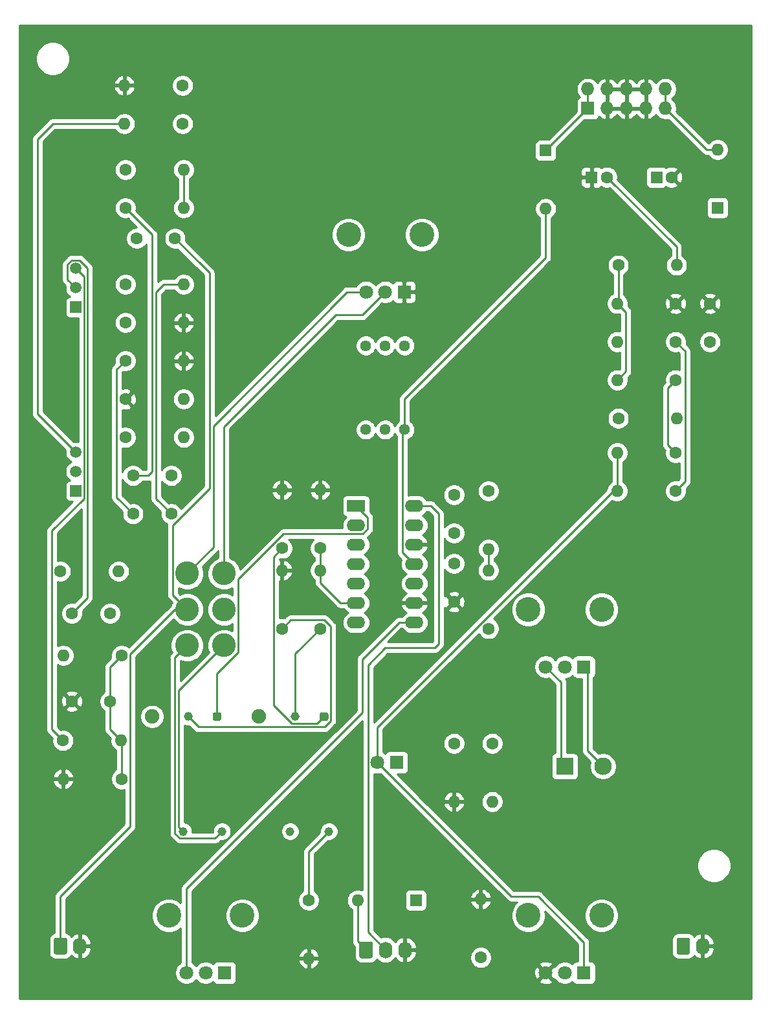
<source format=gbr>
%TF.GenerationSoftware,KiCad,Pcbnew,(5.1.8-0-10_14)*%
%TF.CreationDate,2021-09-13T18:23:07-04:00*%
%TF.ProjectId,wahwah,77616877-6168-42e6-9b69-6361645f7063,rev?*%
%TF.SameCoordinates,Original*%
%TF.FileFunction,Copper,L1,Top*%
%TF.FilePolarity,Positive*%
%FSLAX46Y46*%
G04 Gerber Fmt 4.6, Leading zero omitted, Abs format (unit mm)*
G04 Created by KiCad (PCBNEW (5.1.8-0-10_14)) date 2021-09-13 18:23:07*
%MOMM*%
%LPD*%
G01*
G04 APERTURE LIST*
%TA.AperFunction,ComponentPad*%
%ADD10R,1.600000X1.600000*%
%TD*%
%TA.AperFunction,ComponentPad*%
%ADD11C,1.600000*%
%TD*%
%TA.AperFunction,ComponentPad*%
%ADD12R,1.800000X1.800000*%
%TD*%
%TA.AperFunction,ComponentPad*%
%ADD13C,1.800000*%
%TD*%
%TA.AperFunction,ComponentPad*%
%ADD14C,3.240000*%
%TD*%
%TA.AperFunction,ComponentPad*%
%ADD15O,1.600000X1.600000*%
%TD*%
%TA.AperFunction,ComponentPad*%
%ADD16O,1.740000X2.200000*%
%TD*%
%TA.AperFunction,ComponentPad*%
%ADD17R,1.727200X1.727200*%
%TD*%
%TA.AperFunction,ComponentPad*%
%ADD18O,1.727200X1.727200*%
%TD*%
%TA.AperFunction,ComponentPad*%
%ADD19R,2.300000X2.300000*%
%TD*%
%TA.AperFunction,ComponentPad*%
%ADD20C,2.300000*%
%TD*%
%TA.AperFunction,ComponentPad*%
%ADD21C,3.100000*%
%TD*%
%TA.AperFunction,ComponentPad*%
%ADD22R,2.400000X1.600000*%
%TD*%
%TA.AperFunction,ComponentPad*%
%ADD23O,2.400000X1.600000*%
%TD*%
%TA.AperFunction,ComponentPad*%
%ADD24C,1.150000*%
%TD*%
%TA.AperFunction,ComponentPad*%
%ADD25C,1.500000*%
%TD*%
%TA.AperFunction,ComponentPad*%
%ADD26R,1.500000X1.500000*%
%TD*%
%TA.AperFunction,ComponentPad*%
%ADD27C,1.440000*%
%TD*%
%TA.AperFunction,ComponentPad*%
%ADD28C,1.905000*%
%TD*%
%TA.AperFunction,Conductor*%
%ADD29C,0.250000*%
%TD*%
%TA.AperFunction,Conductor*%
%ADD30C,0.254000*%
%TD*%
%TA.AperFunction,Conductor*%
%ADD31C,0.100000*%
%TD*%
G04 APERTURE END LIST*
D10*
%TO.P,C3,1*%
%TO.N,+12V*%
X-514500000Y8500000D03*
D11*
%TO.P,C3,2*%
%TO.N,GND*%
X-512500000Y8500000D03*
%TD*%
%TO.P,C4,2*%
%TO.N,Net-(C4-Pad2)*%
X-521000000Y8500000D03*
D10*
%TO.P,C4,1*%
%TO.N,GND*%
X-523000000Y8500000D03*
%TD*%
D12*
%TO.P,Cutoff,1*%
%TO.N,GND*%
X-547500000Y-6500000D03*
D13*
%TO.P,Cutoff,2*%
%TO.N,G*%
X-550000000Y-6500000D03*
%TO.P,Cutoff,3*%
%TO.N,F*%
X-552500000Y-6500000D03*
D14*
%TO.P,Cutoff,*%
%TO.N,*%
X-554800000Y1000000D03*
X-545200000Y1000000D03*
%TD*%
D10*
%TO.P,D1,1*%
%TO.N,Net-(D1-Pad1)*%
X-529000000Y12000000D03*
D15*
%TO.P,D1,2*%
%TO.N,Net-(C4-Pad2)*%
X-529000000Y4380000D03*
%TD*%
%TO.P,D2,2*%
%TO.N,Net-(D2-Pad2)*%
X-506500000Y12120000D03*
D10*
%TO.P,D2,1*%
%TO.N,+12V*%
X-506500000Y4500000D03*
%TD*%
%TO.P,D3,1*%
%TO.N,Net-(ATTN1-Pad2)*%
X-546000000Y-86000000D03*
D15*
%TO.P,D3,2*%
%TO.N,Net-(D3-Pad2)*%
X-553620000Y-86000000D03*
%TD*%
%TO.P,J1,1*%
%TO.N,Net-(J1-Pad1)*%
%TA.AperFunction,ComponentPad*%
G36*
G01*
X-511870000Y-92850001D02*
X-511870000Y-91149999D01*
G75*
G02*
X-511620001Y-90900000I249999J0D01*
G01*
X-510379999Y-90900000D01*
G75*
G02*
X-510130000Y-91149999I0J-249999D01*
G01*
X-510130000Y-92850001D01*
G75*
G02*
X-510379999Y-93100000I-249999J0D01*
G01*
X-511620001Y-93100000D01*
G75*
G02*
X-511870000Y-92850001I0J249999D01*
G01*
G37*
%TD.AperFunction*%
D16*
%TO.P,J1,2*%
%TO.N,GND*%
X-508460000Y-92000000D03*
%TD*%
D17*
%TO.P,J2,1*%
%TO.N,Net-(D1-Pad1)*%
X-523500000Y17500000D03*
D18*
%TO.P,J2,2*%
X-523500000Y20040000D03*
%TO.P,J2,3*%
%TO.N,GND*%
X-520960000Y17500000D03*
%TO.P,J2,4*%
X-520960000Y20040000D03*
%TO.P,J2,5*%
X-518420000Y17500000D03*
%TO.P,J2,6*%
X-518420000Y20040000D03*
%TO.P,J2,7*%
X-515880000Y17500000D03*
%TO.P,J2,8*%
X-515880000Y20040000D03*
%TO.P,J2,9*%
%TO.N,Net-(D2-Pad2)*%
X-513340000Y17500000D03*
%TO.P,J2,10*%
X-513340000Y20040000D03*
%TD*%
D16*
%TO.P,J3,2*%
%TO.N,GND*%
X-589960000Y-92000000D03*
%TO.P,J3,1*%
%TO.N,I*%
%TA.AperFunction,ComponentPad*%
G36*
G01*
X-593370000Y-92850001D02*
X-593370000Y-91149999D01*
G75*
G02*
X-593120001Y-90900000I249999J0D01*
G01*
X-591879999Y-90900000D01*
G75*
G02*
X-591630000Y-91149999I0J-249999D01*
G01*
X-591630000Y-92850001D01*
G75*
G02*
X-591879999Y-93100000I-249999J0D01*
G01*
X-593120001Y-93100000D01*
G75*
G02*
X-593370000Y-92850001I0J249999D01*
G01*
G37*
%TD.AperFunction*%
%TD*%
%TO.P,J4,1*%
%TO.N,Net-(D3-Pad2)*%
%TA.AperFunction,ComponentPad*%
G36*
G01*
X-553370000Y-93350001D02*
X-553370000Y-91649999D01*
G75*
G02*
X-553120001Y-91400000I249999J0D01*
G01*
X-551879999Y-91400000D01*
G75*
G02*
X-551630000Y-91649999I0J-249999D01*
G01*
X-551630000Y-93350001D01*
G75*
G02*
X-551879999Y-93600000I-249999J0D01*
G01*
X-553120001Y-93600000D01*
G75*
G02*
X-553370000Y-93350001I0J249999D01*
G01*
G37*
%TD.AperFunction*%
%TO.P,J4,2*%
%TO.N,Net-(C1-Pad1)*%
X-549960000Y-92500000D03*
%TO.P,J4,3*%
%TO.N,GND*%
X-547420000Y-92500000D03*
%TD*%
D19*
%TO.P,Inductor,1*%
%TO.N,Net-(C5-Pad2)*%
X-526500000Y-68500000D03*
D20*
%TO.P,Inductor,2*%
%TO.N,Net-(C2-Pad2)*%
X-521500000Y-68500000D03*
%TD*%
D14*
%TO.P,LFO Rate,*%
%TO.N,*%
X-568700000Y-88000000D03*
X-578300000Y-88000000D03*
D13*
%TO.P,LFO Rate,3*%
%TO.N,Net-(LfoRate1-Pad3)*%
X-576000000Y-95500000D03*
%TO.P,LFO Rate,2*%
%TO.N,Net-(LfoRate1-Pad2)*%
X-573500000Y-95500000D03*
D12*
%TO.P,LFO Rate,1*%
%TO.N,Net-(LfoRate1-Pad1)*%
X-571000000Y-95500000D03*
%TD*%
D11*
%TO.P,R1,1*%
%TO.N,Net-(R1-Pad1)*%
X-576500000Y20500000D03*
D15*
%TO.P,R1,2*%
%TO.N,GND*%
X-584120000Y20500000D03*
%TD*%
%TO.P,R2,2*%
%TO.N,GND*%
X-558500000Y-32380000D03*
D11*
%TO.P,R2,1*%
%TO.N,Net-(R12-Pad2)*%
X-558500000Y-40000000D03*
%TD*%
D15*
%TO.P,R3,2*%
%TO.N,X*%
X-519620000Y-32500000D03*
D11*
%TO.P,R3,1*%
%TO.N,Net-(R3-Pad1)*%
X-512000000Y-32500000D03*
%TD*%
%TO.P,R4,1*%
%TO.N,Net-(R3-Pad1)*%
X-512000000Y-13000000D03*
D15*
%TO.P,R4,2*%
%TO.N,B*%
X-519620000Y-13000000D03*
%TD*%
%TO.P,R5,2*%
%TO.N,X*%
X-519620000Y-27500000D03*
D11*
%TO.P,R5,1*%
%TO.N,Net-(R5-Pad1)*%
X-512000000Y-27500000D03*
%TD*%
%TO.P,R6,1*%
%TO.N,Net-(R5-Pad1)*%
X-512000000Y-18000000D03*
D15*
%TO.P,R6,2*%
%TO.N,A*%
X-519620000Y-18000000D03*
%TD*%
%TO.P,R21,2*%
%TO.N,Net-(R21-Pad2)*%
X-536500000Y-42880000D03*
D11*
%TO.P,R21,1*%
%TO.N,Net-(LfoRate1-Pad3)*%
X-536500000Y-50500000D03*
%TD*%
D15*
%TO.P,R8,2*%
%TO.N,GND*%
X-537500000Y-85880000D03*
D11*
%TO.P,R8,1*%
%TO.N,Net-(LfoRate1-Pad1)*%
X-537500000Y-93500000D03*
%TD*%
%TO.P,R9,1*%
%TO.N,Net-(C1-Pad1)*%
X-536500000Y-32500000D03*
D15*
%TO.P,R9,2*%
%TO.N,Net-(R21-Pad2)*%
X-536500000Y-40120000D03*
%TD*%
D11*
%TO.P,R10,1*%
%TO.N,Net-(C1-Pad2)*%
X-536000000Y-65500000D03*
D15*
%TO.P,R10,2*%
%TO.N,Net-(LfoRate1-Pad2)*%
X-536000000Y-73120000D03*
%TD*%
D11*
%TO.P,R11,1*%
%TO.N,Net-(R11-Pad1)*%
X-519500000Y-23000000D03*
D15*
%TO.P,R11,2*%
%TO.N,Net-(R1-Pad1)*%
X-511880000Y-23000000D03*
%TD*%
%TO.P,R12,2*%
%TO.N,Net-(R12-Pad2)*%
X-558500000Y-42880000D03*
D11*
%TO.P,R12,1*%
%TO.N,Net-(R12-Pad1)*%
X-558500000Y-50500000D03*
%TD*%
D15*
%TO.P,R13,2*%
%TO.N,GND*%
X-563500000Y-42880000D03*
D11*
%TO.P,R13,1*%
%TO.N,Net-(R13-Pad1)*%
X-563500000Y-50500000D03*
%TD*%
%TO.P,R14,1*%
%TO.N,Net-(R14-Pad1)*%
X-563500000Y-40000000D03*
D15*
%TO.P,R14,2*%
%TO.N,GND*%
X-563500000Y-32380000D03*
%TD*%
%TO.P,R15,2*%
%TO.N,GND*%
X-560000000Y-93620000D03*
D11*
%TO.P,R15,1*%
%TO.N,Net-(R15-Pad1)*%
X-560000000Y-86000000D03*
%TD*%
%TO.P,R16,1*%
%TO.N,Net-(C7-Pad2)*%
X-592500000Y-43000000D03*
D15*
%TO.P,R16,2*%
%TO.N,Net-(J1-Pad1)*%
X-584880000Y-43000000D03*
%TD*%
%TO.P,R17,2*%
%TO.N,Net-(C2-Pad2)*%
X-576380000Y-5500000D03*
D11*
%TO.P,R17,1*%
%TO.N,Net-(C7-Pad1)*%
X-584000000Y-5500000D03*
%TD*%
%TO.P,R18,1*%
%TO.N,+12V*%
X-584000000Y9500000D03*
D15*
%TO.P,R18,2*%
%TO.N,Net-(C6-Pad2)*%
X-576380000Y9500000D03*
%TD*%
%TO.P,R19,2*%
%TO.N,GND*%
X-576380000Y-10500000D03*
D11*
%TO.P,R19,1*%
%TO.N,Net-(Q1-Pad1)*%
X-584000000Y-10500000D03*
%TD*%
%TO.P,R20,1*%
%TO.N,Net-(C6-Pad2)*%
X-592154558Y-65141181D03*
D15*
%TO.P,R20,2*%
%TO.N,Net-(C5-Pad2)*%
X-584534558Y-65141181D03*
%TD*%
D11*
%TO.P,R21,1*%
%TO.N,Net-(C5-Pad2)*%
X-584500000Y-54000000D03*
D15*
%TO.P,R21,2*%
%TO.N,Net-(C7-Pad2)*%
X-592120000Y-54000000D03*
%TD*%
%TO.P,R22,2*%
%TO.N,Net-(C6-Pad2)*%
X-576380000Y4500000D03*
D11*
%TO.P,R22,1*%
%TO.N,Net-(C10-Pad1)*%
X-584000000Y4500000D03*
%TD*%
%TO.P,R23,1*%
%TO.N,Net-(C5-Pad2)*%
X-584500000Y-70152698D03*
D15*
%TO.P,R23,2*%
%TO.N,GND*%
X-592120000Y-70152698D03*
%TD*%
%TO.P,R24,2*%
%TO.N,+12V*%
X-576380000Y-25500000D03*
D11*
%TO.P,R24,1*%
%TO.N,B*%
X-584000000Y-25500000D03*
%TD*%
D15*
%TO.P,R25,2*%
%TO.N,Net-(C4-Pad2)*%
X-511880000Y-3000000D03*
D11*
%TO.P,R25,1*%
%TO.N,A*%
X-519500000Y-3000000D03*
%TD*%
%TO.P,R26,1*%
%TO.N,GND*%
X-512000000Y-8000000D03*
D15*
%TO.P,R26,2*%
%TO.N,A*%
X-519620000Y-8000000D03*
%TD*%
D11*
%TO.P,R27,1*%
%TO.N,GND*%
X-584000000Y-20500000D03*
D15*
%TO.P,R27,2*%
%TO.N,B*%
X-576380000Y-20500000D03*
%TD*%
D11*
%TO.P,R28,1*%
%TO.N,+12V*%
X-576500000Y15500000D03*
D15*
%TO.P,R28,2*%
%TO.N,Net-(Q2-Pad3)*%
X-584120000Y15500000D03*
%TD*%
%TO.P,R29,2*%
%TO.N,GND*%
X-576380000Y-15500000D03*
D11*
%TO.P,R29,1*%
%TO.N,Net-(C2-Pad1)*%
X-584000000Y-15500000D03*
%TD*%
D21*
%TO.P,SW1,2*%
%TO.N,I*%
X-575915000Y-48000000D03*
%TO.P,SW1,3*%
%TO.N,F*%
X-575915000Y-43300000D03*
%TO.P,SW1,1*%
%TO.N,D*%
X-575915000Y-52700000D03*
%TO.P,SW1,6*%
%TO.N,G*%
X-571085000Y-43300000D03*
%TO.P,SW1,5*%
%TO.N,J*%
X-571085000Y-48000000D03*
%TO.P,SW1,4*%
%TO.N,E*%
X-571085000Y-52700000D03*
%TD*%
D22*
%TO.P,U1,1*%
%TO.N,Net-(R11-Pad1)*%
X-553804376Y-34452423D03*
D23*
%TO.P,U1,8*%
%TO.N,Net-(LfoRate1-Pad3)*%
X-546184376Y-49692423D03*
%TO.P,U1,2*%
%TO.N,Net-(R1-Pad1)*%
X-553804376Y-36992423D03*
%TO.P,U1,9*%
%TO.N,GND*%
X-546184376Y-47152423D03*
%TO.P,U1,3*%
%TO.N,Net-(R3-Pad1)*%
X-553804376Y-39532423D03*
%TO.P,U1,10*%
%TO.N,Net-(R21-Pad2)*%
X-546184376Y-44612423D03*
%TO.P,U1,4*%
%TO.N,+12V*%
X-553804376Y-42072423D03*
%TO.P,U1,11*%
%TO.N,Net-(C4-Pad2)*%
X-546184376Y-42072423D03*
%TO.P,U1,5*%
%TO.N,Net-(R5-Pad1)*%
X-553804376Y-44612423D03*
%TO.P,U1,12*%
%TO.N,GND*%
X-546184376Y-39532423D03*
%TO.P,U1,6*%
%TO.N,Net-(R12-Pad2)*%
X-553804376Y-47152423D03*
%TO.P,U1,13*%
%TO.N,Net-(C1-Pad2)*%
X-546184376Y-36992423D03*
%TO.P,U1,7*%
%TO.N,Net-(R12-Pad1)*%
X-553804376Y-49692423D03*
%TO.P,U1,14*%
%TO.N,Net-(C1-Pad1)*%
X-546184376Y-34452423D03*
%TD*%
D24*
%TO.P,VTL5C or DIY,2*%
%TO.N,Net-(R13-Pad1)*%
X-575800000Y-62000000D03*
%TO.P,VTL5C or DIY,4*%
%TO.N,E*%
X-576440000Y-77000000D03*
%TO.P,VTL5C or DIY,3*%
%TO.N,D*%
X-571360000Y-77000000D03*
%TO.P,VTL5C or DIY,1*%
%TO.N,Net-(R11-Pad1)*%
%TA.AperFunction,ComponentPad*%
G36*
G01*
X-572287500Y-61425000D02*
X-571712500Y-61425000D01*
G75*
G02*
X-571425000Y-61712500I0J-287500D01*
G01*
X-571425000Y-62287500D01*
G75*
G02*
X-571712500Y-62575000I-287500J0D01*
G01*
X-572287500Y-62575000D01*
G75*
G02*
X-572575000Y-62287500I0J287500D01*
G01*
X-572575000Y-61712500D01*
G75*
G02*
X-572287500Y-61425000I287500J0D01*
G01*
G37*
%TD.AperFunction*%
%TD*%
%TO.P,VTL5C or DIY,1*%
%TO.N,Net-(R14-Pad1)*%
%TA.AperFunction,ComponentPad*%
G36*
G01*
X-558287500Y-61425000D02*
X-557712500Y-61425000D01*
G75*
G02*
X-557425000Y-61712500I0J-287500D01*
G01*
X-557425000Y-62287500D01*
G75*
G02*
X-557712500Y-62575000I-287500J0D01*
G01*
X-558287500Y-62575000D01*
G75*
G02*
X-558575000Y-62287500I0J287500D01*
G01*
X-558575000Y-61712500D01*
G75*
G02*
X-558287500Y-61425000I287500J0D01*
G01*
G37*
%TD.AperFunction*%
%TO.P,VTL5C or DIY,3*%
%TO.N,Net-(R15-Pad1)*%
X-557360000Y-77000000D03*
%TO.P,VTL5C or DIY,4*%
%TO.N,E*%
X-562440000Y-77000000D03*
%TO.P,VTL5C or DIY,2*%
%TO.N,Net-(R12-Pad1)*%
X-561800000Y-62000000D03*
%TD*%
D25*
%TO.P,Q1,2*%
%TO.N,Net-(C7-Pad1)*%
X-590500000Y-5960000D03*
%TO.P,Q1,3*%
%TO.N,Net-(C6-Pad2)*%
X-590500000Y-3420000D03*
D26*
%TO.P,Q1,1*%
%TO.N,Net-(Q1-Pad1)*%
X-590500000Y-8500000D03*
%TD*%
%TO.P,Q2,1*%
%TO.N,Net-(C2-Pad1)*%
X-590500000Y-32500000D03*
D25*
%TO.P,Q2,3*%
%TO.N,Net-(Q2-Pad3)*%
X-590500000Y-27420000D03*
%TO.P,Q2,2*%
%TO.N,Net-(C10-Pad1)*%
X-590500000Y-29960000D03*
%TD*%
D27*
%TO.P,TrimPos,3*%
%TO.N,A*%
X-552540000Y-13500000D03*
%TO.P,TrimPos,2*%
%TO.N,+12V*%
X-550000000Y-13500000D03*
%TO.P,TrimPos,1*%
X-547460000Y-13500000D03*
%TD*%
%TO.P,TrimNeg,3*%
%TO.N,B*%
X-552540000Y-24500000D03*
%TO.P,TrimNeg,2*%
%TO.N,Net-(C4-Pad2)*%
X-550000000Y-24500000D03*
%TO.P,TrimNeg,1*%
X-547460000Y-24500000D03*
%TD*%
D11*
%TO.P,R24,1*%
%TO.N,Net-(D4-Pad1)*%
X-541000000Y-65500000D03*
D15*
%TO.P,R24,2*%
%TO.N,GND*%
X-541000000Y-73120000D03*
%TD*%
D12*
%TO.P,D4,1*%
%TO.N,Net-(D4-Pad1)*%
X-548500000Y-68000000D03*
D13*
%TO.P,D4,2*%
%TO.N,X*%
X-551040000Y-68000000D03*
%TD*%
D28*
%TO.P,TP1,1*%
%TO.N,Net-(R12-Pad1)*%
X-566500000Y-62000000D03*
%TD*%
D12*
%TO.P,Q,1*%
%TO.N,Net-(C2-Pad2)*%
X-524000000Y-55500000D03*
D13*
%TO.P,Q,2*%
X-526500000Y-55500000D03*
%TO.P,Q,3*%
%TO.N,Net-(C5-Pad2)*%
X-529000000Y-55500000D03*
D14*
%TO.P,Q,*%
%TO.N,*%
X-531300000Y-48000000D03*
X-521700000Y-48000000D03*
%TD*%
D11*
%TO.P,C2,1*%
%TO.N,Net-(C2-Pad1)*%
X-583000000Y-35500000D03*
%TO.P,C2,2*%
%TO.N,Net-(C2-Pad2)*%
X-578000000Y-35500000D03*
%TD*%
%TO.P,C5,1*%
%TO.N,GND*%
X-591000000Y-60000000D03*
%TO.P,C5,2*%
%TO.N,Net-(C5-Pad2)*%
X-586000000Y-60000000D03*
%TD*%
%TO.P,C6,2*%
%TO.N,Net-(C6-Pad2)*%
X-582500000Y500000D03*
%TO.P,C6,1*%
%TO.N,I*%
X-577500000Y500000D03*
%TD*%
%TO.P,C7,1*%
%TO.N,Net-(C7-Pad1)*%
X-591000000Y-48500000D03*
%TO.P,C7,2*%
%TO.N,Net-(C7-Pad2)*%
X-586000000Y-48500000D03*
%TD*%
%TO.P,C8,2*%
%TO.N,+12V*%
X-507500000Y-13000000D03*
%TO.P,C8,1*%
%TO.N,GND*%
X-507500000Y-8000000D03*
%TD*%
%TO.P,C9,1*%
%TO.N,GND*%
X-541000000Y-47000000D03*
%TO.P,C9,2*%
%TO.N,Net-(C4-Pad2)*%
X-541000000Y-42000000D03*
%TD*%
%TO.P,C10,2*%
%TO.N,J*%
X-578000000Y-30500000D03*
%TO.P,C10,1*%
%TO.N,Net-(C10-Pad1)*%
X-583000000Y-30500000D03*
%TD*%
D12*
%TO.P,Attenuate,1*%
%TO.N,X*%
X-524000000Y-95500000D03*
D13*
%TO.P,Attenuate,2*%
%TO.N,Net-(ATTN1-Pad2)*%
X-526500000Y-95500000D03*
%TO.P,Attenuate,3*%
%TO.N,GND*%
X-529000000Y-95500000D03*
D14*
%TO.P,Attenuate,*%
%TO.N,*%
X-531300000Y-88000000D03*
X-521700000Y-88000000D03*
%TD*%
D28*
%TO.P,TP2,1*%
%TO.N,Net-(R11-Pad1)*%
X-580500000Y-62000000D03*
%TD*%
D11*
%TO.P,C1,1*%
%TO.N,Net-(C1-Pad1)*%
X-541000000Y-33000000D03*
%TO.P,C1,2*%
%TO.N,Net-(C1-Pad2)*%
X-541000000Y-38000000D03*
%TD*%
D29*
%TO.N,Net-(C1-Pad1)*%
X-543000000Y-35500000D02*
X-544047577Y-34452423D01*
X-543000000Y-52500000D02*
X-543000000Y-35500000D01*
X-552265001Y-55265001D02*
X-550000000Y-53000000D01*
X-550000000Y-53000000D02*
X-543500000Y-53000000D01*
X-552265001Y-90194999D02*
X-552265001Y-55265001D01*
X-543500000Y-53000000D02*
X-543000000Y-52500000D01*
X-544047577Y-34452423D02*
X-546184376Y-34452423D01*
X-549960000Y-92500000D02*
X-552265001Y-90194999D01*
%TO.N,Net-(C2-Pad1)*%
X-585125001Y-33374999D02*
X-583000000Y-35500000D01*
X-585125001Y-16625001D02*
X-585125001Y-33374999D01*
X-584000000Y-15500000D02*
X-585125001Y-16625001D01*
%TO.N,Net-(C2-Pad2)*%
X-521500000Y-68500000D02*
X-523500000Y-66500000D01*
X-523500000Y-56000000D02*
X-524000000Y-55500000D01*
X-523500000Y-66500000D02*
X-523500000Y-56000000D01*
X-576380000Y-5500000D02*
X-579000000Y-5500000D01*
X-579000000Y-5500000D02*
X-580000000Y-6500000D01*
X-580000000Y-33500000D02*
X-578000000Y-35500000D01*
X-580000000Y-6500000D02*
X-580000000Y-33500000D01*
%TO.N,Net-(C4-Pad2)*%
X-547460000Y-24500000D02*
X-547460000Y-20460000D01*
X-529000000Y-2000000D02*
X-529000000Y4380000D01*
X-547460000Y-20460000D02*
X-529000000Y-2000000D01*
X-511880000Y-620000D02*
X-521000000Y8500000D01*
X-511880000Y-3000000D02*
X-511880000Y-620000D01*
X-547709386Y-40547413D02*
X-547709386Y-24749386D01*
X-547709386Y-24749386D02*
X-547460000Y-24500000D01*
X-546184376Y-42072423D02*
X-547709386Y-40547413D01*
%TO.N,Net-(C5-Pad2)*%
X-529000000Y-55500000D02*
X-527000000Y-57500000D01*
X-527000000Y-68000000D02*
X-526500000Y-68500000D01*
X-527000000Y-57500000D02*
X-527000000Y-68000000D01*
X-584500000Y-65175739D02*
X-584534558Y-65141181D01*
X-584500000Y-70152698D02*
X-584500000Y-65175739D01*
X-586000000Y-63675739D02*
X-584534558Y-65141181D01*
X-586000000Y-60000000D02*
X-586000000Y-63675739D01*
X-586000000Y-55500000D02*
X-584500000Y-54000000D01*
X-586000000Y-60000000D02*
X-586000000Y-55500000D01*
%TO.N,I*%
X-577500000Y500000D02*
X-574000000Y-3000000D01*
X-592500000Y-92000000D02*
X-592500000Y-85500000D01*
X-583374999Y-76374999D02*
X-583374999Y-53874999D01*
X-592500000Y-85500000D02*
X-583374999Y-76374999D01*
X-577500000Y-48000000D02*
X-575915000Y-48000000D01*
X-583374999Y-53874999D02*
X-577500000Y-48000000D01*
X-577790001Y-46124999D02*
X-577790001Y-36955003D01*
X-577790001Y-36955003D02*
X-573000000Y-32165002D01*
X-575915000Y-48000000D02*
X-577790001Y-46124999D01*
X-573000000Y-4000000D02*
X-574000000Y-3000000D01*
X-573000000Y-32165002D02*
X-573000000Y-4000000D01*
%TO.N,Net-(C6-Pad2)*%
X-576380000Y9500000D02*
X-576380000Y4500000D01*
X-593625001Y-37710003D02*
X-593625001Y-63670738D01*
X-589424999Y-33510001D02*
X-593625001Y-37710003D01*
X-593625001Y-63670738D02*
X-592154558Y-65141181D01*
X-589424999Y-4495001D02*
X-589424999Y-33510001D01*
X-590500000Y-3420000D02*
X-589424999Y-4495001D01*
%TO.N,Net-(C7-Pad1)*%
X-591575001Y-4884999D02*
X-590500000Y-5960000D01*
X-591575001Y-2903999D02*
X-591575001Y-4884999D01*
X-591016001Y-2344999D02*
X-591575001Y-2903999D01*
X-589983999Y-2344999D02*
X-591016001Y-2344999D01*
X-588974988Y-3354010D02*
X-589983999Y-2344999D01*
X-588974988Y-46474988D02*
X-588974988Y-3354010D01*
X-591000000Y-48500000D02*
X-588974988Y-46474988D01*
%TO.N,Net-(C10-Pad1)*%
X-583000000Y-30500000D02*
X-581000000Y-30500000D01*
X-581000000Y-30500000D02*
X-580500000Y-30000000D01*
X-580500000Y1000000D02*
X-584000000Y4500000D01*
X-580500000Y-30000000D02*
X-580500000Y1000000D01*
%TO.N,G*%
X-550000000Y-6500000D02*
X-553000000Y-9500000D01*
X-553000000Y-9500000D02*
X-556500000Y-9500000D01*
X-571085000Y-24085000D02*
X-571085000Y-43300000D01*
X-556500000Y-9500000D02*
X-571085000Y-24085000D01*
%TO.N,F*%
X-575915000Y-43300000D02*
X-572500000Y-39885000D01*
X-572500000Y-39885000D02*
X-572500000Y-24000000D01*
X-555000000Y-6500000D02*
X-552500000Y-6500000D01*
X-572500000Y-24000000D02*
X-555000000Y-6500000D01*
%TO.N,Net-(D1-Pad1)*%
X-523500000Y20040000D02*
X-523500000Y17500000D01*
X-523500000Y17500000D02*
X-529000000Y12000000D01*
%TO.N,Net-(D2-Pad2)*%
X-507960000Y12120000D02*
X-513340000Y17500000D01*
X-506500000Y12120000D02*
X-507960000Y12120000D01*
X-513340000Y20040000D02*
X-513340000Y17500000D01*
%TO.N,X*%
X-519620000Y-27500000D02*
X-519620000Y-32500000D01*
X-544794999Y-74245001D02*
X-544754999Y-74245001D01*
X-551040000Y-68000000D02*
X-544794999Y-74245001D01*
X-544754999Y-74245001D02*
X-533500000Y-85500000D01*
X-533500000Y-85500000D02*
X-530000000Y-85500000D01*
X-524000000Y-91500000D02*
X-524000000Y-95500000D01*
X-530000000Y-85500000D02*
X-524000000Y-91500000D01*
X-520165002Y-32500000D02*
X-519620000Y-32500000D01*
X-551040000Y-63374998D02*
X-520165002Y-32500000D01*
X-551040000Y-68000000D02*
X-551040000Y-63374998D01*
%TO.N,Net-(D3-Pad2)*%
X-553620000Y-91380000D02*
X-552500000Y-92500000D01*
X-553620000Y-86000000D02*
X-553620000Y-91380000D01*
%TO.N,Net-(LfoRate1-Pad3)*%
X-576000000Y-95500000D02*
X-576000000Y-84500000D01*
X-576000000Y-84500000D02*
X-553000000Y-61500000D01*
X-553000000Y-61500000D02*
X-553000000Y-54500000D01*
X-548192423Y-49692423D02*
X-546184376Y-49692423D01*
X-553000000Y-54500000D02*
X-548192423Y-49692423D01*
%TO.N,Net-(Q2-Pad3)*%
X-584120000Y15500000D02*
X-593500000Y15500000D01*
X-593500000Y15500000D02*
X-595500000Y13500000D01*
X-595500000Y-22420000D02*
X-590500000Y-27420000D01*
X-595500000Y13500000D02*
X-595500000Y-22420000D01*
%TO.N,Net-(R12-Pad2)*%
X-558500000Y-40000000D02*
X-558500000Y-42880000D01*
X-553804376Y-47152423D02*
X-555847577Y-47152423D01*
X-558500000Y-44500000D02*
X-558500000Y-42880000D01*
X-555847577Y-47152423D02*
X-558500000Y-44500000D01*
%TO.N,Net-(R3-Pad1)*%
X-510754999Y-31254999D02*
X-512000000Y-32500000D01*
X-510754999Y-14245001D02*
X-510754999Y-31254999D01*
X-512000000Y-13000000D02*
X-510754999Y-14245001D01*
%TO.N,Net-(R5-Pad1)*%
X-513005001Y-26494999D02*
X-512000000Y-27500000D01*
X-513005001Y-19005001D02*
X-513005001Y-26494999D01*
X-512000000Y-18000000D02*
X-513005001Y-19005001D01*
%TO.N,A*%
X-519500000Y-7880000D02*
X-519620000Y-8000000D01*
X-519500000Y-3000000D02*
X-519500000Y-7880000D01*
X-518494999Y-16874999D02*
X-519620000Y-18000000D01*
X-518494999Y-9125001D02*
X-518494999Y-16874999D01*
X-519620000Y-8000000D02*
X-518494999Y-9125001D01*
%TO.N,Net-(R11-Pad1)*%
X-552938382Y-38117433D02*
X-552279366Y-37458417D01*
X-569209999Y-44044997D02*
X-563282435Y-38117433D01*
X-552279366Y-37458417D02*
X-552279366Y-35977433D01*
X-569209999Y-53600001D02*
X-569209999Y-44044997D01*
X-552279366Y-35977433D02*
X-553804376Y-34452423D01*
X-572000000Y-56390002D02*
X-569209999Y-53600001D01*
X-563282435Y-38117433D02*
X-552938382Y-38117433D01*
X-572000000Y-62000000D02*
X-572000000Y-56390002D01*
%TO.N,Net-(R12-Pad1)*%
X-561800000Y-53800000D02*
X-558500000Y-50500000D01*
X-561800000Y-62000000D02*
X-561800000Y-53800000D01*
%TO.N,Net-(R13-Pad1)*%
X-562374999Y-49374999D02*
X-563500000Y-50500000D01*
X-557959999Y-49374999D02*
X-562374999Y-49374999D01*
X-557099990Y-50235008D02*
X-557959999Y-49374999D01*
X-557099990Y-62541210D02*
X-557099990Y-50235008D01*
X-557908792Y-63350012D02*
X-557099990Y-62541210D01*
X-574449988Y-63350012D02*
X-557908792Y-63350012D01*
X-575800000Y-62000000D02*
X-574449988Y-63350012D01*
%TO.N,Net-(R14-Pad1)*%
X-564625001Y-60507001D02*
X-564625001Y-41125001D01*
X-558900001Y-62900001D02*
X-562232001Y-62900001D01*
X-558000000Y-62000000D02*
X-558900001Y-62900001D01*
X-562232001Y-62900001D02*
X-564625001Y-60507001D01*
X-564625001Y-41125001D02*
X-563500000Y-40000000D01*
%TO.N,Net-(R15-Pad1)*%
X-560000000Y-79640000D02*
X-557360000Y-77000000D01*
X-560000000Y-86000000D02*
X-560000000Y-79640000D01*
%TO.N,D*%
X-577500000Y-54285000D02*
X-575915000Y-52700000D01*
X-576872001Y-77900001D02*
X-577500000Y-77272002D01*
X-572260001Y-77900001D02*
X-576872001Y-77900001D01*
X-577500000Y-77272002D02*
X-577500000Y-54285000D01*
X-571360000Y-77000000D02*
X-572260001Y-77900001D01*
%TO.N,E*%
X-571085000Y-52700000D02*
X-577000000Y-58615000D01*
X-577000000Y-76440000D02*
X-576440000Y-77000000D01*
X-577000000Y-58615000D02*
X-577000000Y-76440000D01*
%TO.N,Net-(R21-Pad2)*%
X-536500000Y-40120000D02*
X-536500000Y-42880000D01*
%TD*%
D30*
%TO.N,GND*%
X-502127000Y-98873000D02*
X-597873000Y-98873000D01*
X-597873000Y-91149999D01*
X-594008072Y-91149999D01*
X-594008072Y-92850001D01*
X-593991008Y-93023255D01*
X-593940472Y-93189851D01*
X-593858405Y-93343387D01*
X-593747962Y-93477962D01*
X-593613387Y-93588405D01*
X-593459851Y-93670472D01*
X-593293255Y-93721008D01*
X-593120001Y-93738072D01*
X-591879999Y-93738072D01*
X-591706745Y-93721008D01*
X-591540149Y-93670472D01*
X-591386613Y-93588405D01*
X-591252038Y-93477962D01*
X-591141595Y-93343387D01*
X-591083493Y-93234686D01*
X-590930494Y-93390536D01*
X-590685437Y-93557571D01*
X-590412502Y-93673588D01*
X-590320031Y-93691302D01*
X-590087000Y-93570246D01*
X-590087000Y-92127000D01*
X-589833000Y-92127000D01*
X-589833000Y-93570246D01*
X-589599969Y-93691302D01*
X-589507498Y-93673588D01*
X-589234563Y-93557571D01*
X-588989506Y-93390536D01*
X-588781744Y-93178903D01*
X-588619262Y-92930804D01*
X-588508304Y-92655773D01*
X-588453134Y-92364380D01*
X-588609414Y-92127000D01*
X-589833000Y-92127000D01*
X-590087000Y-92127000D01*
X-590107000Y-92127000D01*
X-590107000Y-91873000D01*
X-590087000Y-91873000D01*
X-590087000Y-90429754D01*
X-589833000Y-90429754D01*
X-589833000Y-91873000D01*
X-588609414Y-91873000D01*
X-588453134Y-91635620D01*
X-588508304Y-91344227D01*
X-588619262Y-91069196D01*
X-588781744Y-90821097D01*
X-588989506Y-90609464D01*
X-589234563Y-90442429D01*
X-589507498Y-90326412D01*
X-589599969Y-90308698D01*
X-589833000Y-90429754D01*
X-590087000Y-90429754D01*
X-590320031Y-90308698D01*
X-590412502Y-90326412D01*
X-590685437Y-90442429D01*
X-590930494Y-90609464D01*
X-591083493Y-90765314D01*
X-591141595Y-90656613D01*
X-591252038Y-90522038D01*
X-591386613Y-90411595D01*
X-591540149Y-90329528D01*
X-591706745Y-90278992D01*
X-591740000Y-90275717D01*
X-591740000Y-87777902D01*
X-580555000Y-87777902D01*
X-580555000Y-88222098D01*
X-580468342Y-88657759D01*
X-580298355Y-89068143D01*
X-580051573Y-89437479D01*
X-579737479Y-89751573D01*
X-579368143Y-89998355D01*
X-578957759Y-90168342D01*
X-578522098Y-90255000D01*
X-578077902Y-90255000D01*
X-577642241Y-90168342D01*
X-577231857Y-89998355D01*
X-576862521Y-89751573D01*
X-576759999Y-89649051D01*
X-576760000Y-94161687D01*
X-576978505Y-94307688D01*
X-577192312Y-94521495D01*
X-577360299Y-94772905D01*
X-577476011Y-95052257D01*
X-577535000Y-95348816D01*
X-577535000Y-95651184D01*
X-577476011Y-95947743D01*
X-577360299Y-96227095D01*
X-577192312Y-96478505D01*
X-576978505Y-96692312D01*
X-576727095Y-96860299D01*
X-576447743Y-96976011D01*
X-576151184Y-97035000D01*
X-575848816Y-97035000D01*
X-575552257Y-96976011D01*
X-575272905Y-96860299D01*
X-575021495Y-96692312D01*
X-574807688Y-96478505D01*
X-574750000Y-96392169D01*
X-574692312Y-96478505D01*
X-574478505Y-96692312D01*
X-574227095Y-96860299D01*
X-573947743Y-96976011D01*
X-573651184Y-97035000D01*
X-573348816Y-97035000D01*
X-573052257Y-96976011D01*
X-572772905Y-96860299D01*
X-572521495Y-96692312D01*
X-572483880Y-96654697D01*
X-572430537Y-96754494D01*
X-572351185Y-96851185D01*
X-572254494Y-96930537D01*
X-572144180Y-96989502D01*
X-572024482Y-97025812D01*
X-571900000Y-97038072D01*
X-570100000Y-97038072D01*
X-569975518Y-97025812D01*
X-569855820Y-96989502D01*
X-569745506Y-96930537D01*
X-569648815Y-96851185D01*
X-569569463Y-96754494D01*
X-569510498Y-96644180D01*
X-569486200Y-96564080D01*
X-529884475Y-96564080D01*
X-529800792Y-96818261D01*
X-529528225Y-96949158D01*
X-529235358Y-97024365D01*
X-528933447Y-97040991D01*
X-528634093Y-96998397D01*
X-528348801Y-96898222D01*
X-528199208Y-96818261D01*
X-528115525Y-96564080D01*
X-529000000Y-95679605D01*
X-529884475Y-96564080D01*
X-569486200Y-96564080D01*
X-569474188Y-96524482D01*
X-569461928Y-96400000D01*
X-569461928Y-95566553D01*
X-530540991Y-95566553D01*
X-530498397Y-95865907D01*
X-530398222Y-96151199D01*
X-530318261Y-96300792D01*
X-530064080Y-96384475D01*
X-529179605Y-95500000D01*
X-530064080Y-94615525D01*
X-530318261Y-94699208D01*
X-530449158Y-94971775D01*
X-530524365Y-95264642D01*
X-530540991Y-95566553D01*
X-569461928Y-95566553D01*
X-569461928Y-94600000D01*
X-569474188Y-94475518D01*
X-569510498Y-94355820D01*
X-569569463Y-94245506D01*
X-569648815Y-94148815D01*
X-569745506Y-94069463D01*
X-569855820Y-94010498D01*
X-569975518Y-93974188D01*
X-570027788Y-93969040D01*
X-561391909Y-93969040D01*
X-561297070Y-94233881D01*
X-561152385Y-94475131D01*
X-560963414Y-94683519D01*
X-560737420Y-94851037D01*
X-560483087Y-94971246D01*
X-560349039Y-95011904D01*
X-560127000Y-94889915D01*
X-560127000Y-93747000D01*
X-559873000Y-93747000D01*
X-559873000Y-94889915D01*
X-559650961Y-95011904D01*
X-559516913Y-94971246D01*
X-559262580Y-94851037D01*
X-559036586Y-94683519D01*
X-558847615Y-94475131D01*
X-558702930Y-94233881D01*
X-558608091Y-93969040D01*
X-558729376Y-93747000D01*
X-559873000Y-93747000D01*
X-560127000Y-93747000D01*
X-561270624Y-93747000D01*
X-561391909Y-93969040D01*
X-570027788Y-93969040D01*
X-570100000Y-93961928D01*
X-571900000Y-93961928D01*
X-572024482Y-93974188D01*
X-572144180Y-94010498D01*
X-572254494Y-94069463D01*
X-572351185Y-94148815D01*
X-572430537Y-94245506D01*
X-572483880Y-94345303D01*
X-572521495Y-94307688D01*
X-572772905Y-94139701D01*
X-573052257Y-94023989D01*
X-573348816Y-93965000D01*
X-573651184Y-93965000D01*
X-573947743Y-94023989D01*
X-574227095Y-94139701D01*
X-574478505Y-94307688D01*
X-574692312Y-94521495D01*
X-574750000Y-94607831D01*
X-574807688Y-94521495D01*
X-575021495Y-94307688D01*
X-575240000Y-94161687D01*
X-575240000Y-93270960D01*
X-561391909Y-93270960D01*
X-561270624Y-93493000D01*
X-560127000Y-93493000D01*
X-560127000Y-92350085D01*
X-559873000Y-92350085D01*
X-559873000Y-93493000D01*
X-558729376Y-93493000D01*
X-558608091Y-93270960D01*
X-558702930Y-93006119D01*
X-558847615Y-92764869D01*
X-559036586Y-92556481D01*
X-559262580Y-92388963D01*
X-559516913Y-92268754D01*
X-559650961Y-92228096D01*
X-559873000Y-92350085D01*
X-560127000Y-92350085D01*
X-560349039Y-92228096D01*
X-560483087Y-92268754D01*
X-560737420Y-92388963D01*
X-560963414Y-92556481D01*
X-561152385Y-92764869D01*
X-561297070Y-93006119D01*
X-561391909Y-93270960D01*
X-575240000Y-93270960D01*
X-575240000Y-87777902D01*
X-570955000Y-87777902D01*
X-570955000Y-88222098D01*
X-570868342Y-88657759D01*
X-570698355Y-89068143D01*
X-570451573Y-89437479D01*
X-570137479Y-89751573D01*
X-569768143Y-89998355D01*
X-569357759Y-90168342D01*
X-568922098Y-90255000D01*
X-568477902Y-90255000D01*
X-568042241Y-90168342D01*
X-567631857Y-89998355D01*
X-567262521Y-89751573D01*
X-566948427Y-89437479D01*
X-566701645Y-89068143D01*
X-566531658Y-88657759D01*
X-566445000Y-88222098D01*
X-566445000Y-87777902D01*
X-566531658Y-87342241D01*
X-566701645Y-86931857D01*
X-566948427Y-86562521D01*
X-567262521Y-86248427D01*
X-567631857Y-86001645D01*
X-567977040Y-85858665D01*
X-561435000Y-85858665D01*
X-561435000Y-86141335D01*
X-561379853Y-86418574D01*
X-561271680Y-86679727D01*
X-561114637Y-86914759D01*
X-560914759Y-87114637D01*
X-560679727Y-87271680D01*
X-560418574Y-87379853D01*
X-560141335Y-87435000D01*
X-559858665Y-87435000D01*
X-559581426Y-87379853D01*
X-559320273Y-87271680D01*
X-559085241Y-87114637D01*
X-558885363Y-86914759D01*
X-558728320Y-86679727D01*
X-558620147Y-86418574D01*
X-558565000Y-86141335D01*
X-558565000Y-85858665D01*
X-558620147Y-85581426D01*
X-558728320Y-85320273D01*
X-558885363Y-85085241D01*
X-559085241Y-84885363D01*
X-559240000Y-84781957D01*
X-559240000Y-79954801D01*
X-557492540Y-78207342D01*
X-557479175Y-78210000D01*
X-557240825Y-78210000D01*
X-557007056Y-78163501D01*
X-556786850Y-78072288D01*
X-556588670Y-77939869D01*
X-556420131Y-77771330D01*
X-556287712Y-77573150D01*
X-556196499Y-77352944D01*
X-556150000Y-77119175D01*
X-556150000Y-76880825D01*
X-556196499Y-76647056D01*
X-556287712Y-76426850D01*
X-556420131Y-76228670D01*
X-556588670Y-76060131D01*
X-556786850Y-75927712D01*
X-557007056Y-75836499D01*
X-557240825Y-75790000D01*
X-557479175Y-75790000D01*
X-557712944Y-75836499D01*
X-557933150Y-75927712D01*
X-558131330Y-76060131D01*
X-558299869Y-76228670D01*
X-558432288Y-76426850D01*
X-558523501Y-76647056D01*
X-558570000Y-76880825D01*
X-558570000Y-77119175D01*
X-558567342Y-77132540D01*
X-560511002Y-79076201D01*
X-560540000Y-79099999D01*
X-560563798Y-79128997D01*
X-560563799Y-79128998D01*
X-560634974Y-79215724D01*
X-560705546Y-79347754D01*
X-560749002Y-79491015D01*
X-560763676Y-79640000D01*
X-560759999Y-79677332D01*
X-560760000Y-84781956D01*
X-560914759Y-84885363D01*
X-561114637Y-85085241D01*
X-561271680Y-85320273D01*
X-561379853Y-85581426D01*
X-561435000Y-85858665D01*
X-567977040Y-85858665D01*
X-568042241Y-85831658D01*
X-568477902Y-85745000D01*
X-568922098Y-85745000D01*
X-569357759Y-85831658D01*
X-569768143Y-86001645D01*
X-570137479Y-86248427D01*
X-570451573Y-86562521D01*
X-570698355Y-86931857D01*
X-570868342Y-87342241D01*
X-570955000Y-87777902D01*
X-575240000Y-87777902D01*
X-575240000Y-84814801D01*
X-567306024Y-76880825D01*
X-563650000Y-76880825D01*
X-563650000Y-77119175D01*
X-563603501Y-77352944D01*
X-563512288Y-77573150D01*
X-563379869Y-77771330D01*
X-563211330Y-77939869D01*
X-563013150Y-78072288D01*
X-562792944Y-78163501D01*
X-562559175Y-78210000D01*
X-562320825Y-78210000D01*
X-562087056Y-78163501D01*
X-561866850Y-78072288D01*
X-561668670Y-77939869D01*
X-561500131Y-77771330D01*
X-561367712Y-77573150D01*
X-561276499Y-77352944D01*
X-561230000Y-77119175D01*
X-561230000Y-76880825D01*
X-561276499Y-76647056D01*
X-561367712Y-76426850D01*
X-561500131Y-76228670D01*
X-561668670Y-76060131D01*
X-561866850Y-75927712D01*
X-562087056Y-75836499D01*
X-562320825Y-75790000D01*
X-562559175Y-75790000D01*
X-562792944Y-75836499D01*
X-563013150Y-75927712D01*
X-563211330Y-76060131D01*
X-563379869Y-76228670D01*
X-563512288Y-76426850D01*
X-563603501Y-76647056D01*
X-563650000Y-76880825D01*
X-567306024Y-76880825D01*
X-553025000Y-62599802D01*
X-553025001Y-84693225D01*
X-553201426Y-84620147D01*
X-553478665Y-84565000D01*
X-553761335Y-84565000D01*
X-554038574Y-84620147D01*
X-554299727Y-84728320D01*
X-554534759Y-84885363D01*
X-554734637Y-85085241D01*
X-554891680Y-85320273D01*
X-554999853Y-85581426D01*
X-555055000Y-85858665D01*
X-555055000Y-86141335D01*
X-554999853Y-86418574D01*
X-554891680Y-86679727D01*
X-554734637Y-86914759D01*
X-554534759Y-87114637D01*
X-554380000Y-87218044D01*
X-554379999Y-91342668D01*
X-554383676Y-91380000D01*
X-554369002Y-91528985D01*
X-554325546Y-91672246D01*
X-554254974Y-91804276D01*
X-554198573Y-91873000D01*
X-554160000Y-91920001D01*
X-554131002Y-91943799D01*
X-554008072Y-92066729D01*
X-554008072Y-93350001D01*
X-553991008Y-93523255D01*
X-553940472Y-93689851D01*
X-553858405Y-93843387D01*
X-553747962Y-93977962D01*
X-553613387Y-94088405D01*
X-553459851Y-94170472D01*
X-553293255Y-94221008D01*
X-553120001Y-94238072D01*
X-551879999Y-94238072D01*
X-551706745Y-94221008D01*
X-551540149Y-94170472D01*
X-551386613Y-94088405D01*
X-551252038Y-93977962D01*
X-551141595Y-93843387D01*
X-551083066Y-93733886D01*
X-551029345Y-93799345D01*
X-550800178Y-93987417D01*
X-550538724Y-94127166D01*
X-550255031Y-94213224D01*
X-549960000Y-94242282D01*
X-549664968Y-94213224D01*
X-549381275Y-94127166D01*
X-549119821Y-93987417D01*
X-548890655Y-93799345D01*
X-548702583Y-93570179D01*
X-548687698Y-93542331D01*
X-548598256Y-93678903D01*
X-548390494Y-93890536D01*
X-548145437Y-94057571D01*
X-547872502Y-94173588D01*
X-547780031Y-94191302D01*
X-547547000Y-94070246D01*
X-547547000Y-92627000D01*
X-547293000Y-92627000D01*
X-547293000Y-94070246D01*
X-547059969Y-94191302D01*
X-546967498Y-94173588D01*
X-546694563Y-94057571D01*
X-546449506Y-93890536D01*
X-546241744Y-93678903D01*
X-546079262Y-93430804D01*
X-546050159Y-93358665D01*
X-538935000Y-93358665D01*
X-538935000Y-93641335D01*
X-538879853Y-93918574D01*
X-538771680Y-94179727D01*
X-538614637Y-94414759D01*
X-538414759Y-94614637D01*
X-538179727Y-94771680D01*
X-537918574Y-94879853D01*
X-537641335Y-94935000D01*
X-537358665Y-94935000D01*
X-537081426Y-94879853D01*
X-536820273Y-94771680D01*
X-536585241Y-94614637D01*
X-536406524Y-94435920D01*
X-529884475Y-94435920D01*
X-529000000Y-95320395D01*
X-528115525Y-94435920D01*
X-528199208Y-94181739D01*
X-528471775Y-94050842D01*
X-528764642Y-93975635D01*
X-529066553Y-93959009D01*
X-529365907Y-94001603D01*
X-529651199Y-94101778D01*
X-529800792Y-94181739D01*
X-529884475Y-94435920D01*
X-536406524Y-94435920D01*
X-536385363Y-94414759D01*
X-536228320Y-94179727D01*
X-536120147Y-93918574D01*
X-536065000Y-93641335D01*
X-536065000Y-93358665D01*
X-536120147Y-93081426D01*
X-536228320Y-92820273D01*
X-536385363Y-92585241D01*
X-536585241Y-92385363D01*
X-536820273Y-92228320D01*
X-537081426Y-92120147D01*
X-537358665Y-92065000D01*
X-537641335Y-92065000D01*
X-537918574Y-92120147D01*
X-538179727Y-92228320D01*
X-538414759Y-92385363D01*
X-538614637Y-92585241D01*
X-538771680Y-92820273D01*
X-538879853Y-93081426D01*
X-538935000Y-93358665D01*
X-546050159Y-93358665D01*
X-545968304Y-93155773D01*
X-545913134Y-92864380D01*
X-546069414Y-92627000D01*
X-547293000Y-92627000D01*
X-547547000Y-92627000D01*
X-547567000Y-92627000D01*
X-547567000Y-92373000D01*
X-547547000Y-92373000D01*
X-547547000Y-90929754D01*
X-547293000Y-90929754D01*
X-547293000Y-92373000D01*
X-546069414Y-92373000D01*
X-545913134Y-92135620D01*
X-545968304Y-91844227D01*
X-546079262Y-91569196D01*
X-546241744Y-91321097D01*
X-546449506Y-91109464D01*
X-546694563Y-90942429D01*
X-546967498Y-90826412D01*
X-547059969Y-90808698D01*
X-547293000Y-90929754D01*
X-547547000Y-90929754D01*
X-547780031Y-90808698D01*
X-547872502Y-90826412D01*
X-548145437Y-90942429D01*
X-548390494Y-91109464D01*
X-548598256Y-91321097D01*
X-548687698Y-91457669D01*
X-548702583Y-91429821D01*
X-548890655Y-91200655D01*
X-549119822Y-91012583D01*
X-549381276Y-90872834D01*
X-549664969Y-90786776D01*
X-549960000Y-90757718D01*
X-550255032Y-90786776D01*
X-550518500Y-90866699D01*
X-551505001Y-89880198D01*
X-551505001Y-85200000D01*
X-547438072Y-85200000D01*
X-547438072Y-86800000D01*
X-547425812Y-86924482D01*
X-547389502Y-87044180D01*
X-547330537Y-87154494D01*
X-547251185Y-87251185D01*
X-547154494Y-87330537D01*
X-547044180Y-87389502D01*
X-546924482Y-87425812D01*
X-546800000Y-87438072D01*
X-545200000Y-87438072D01*
X-545075518Y-87425812D01*
X-544955820Y-87389502D01*
X-544845506Y-87330537D01*
X-544748815Y-87251185D01*
X-544669463Y-87154494D01*
X-544610498Y-87044180D01*
X-544574188Y-86924482D01*
X-544561928Y-86800000D01*
X-544561928Y-86229040D01*
X-538891909Y-86229040D01*
X-538797070Y-86493881D01*
X-538652385Y-86735131D01*
X-538463414Y-86943519D01*
X-538237420Y-87111037D01*
X-537983087Y-87231246D01*
X-537849039Y-87271904D01*
X-537627000Y-87149915D01*
X-537627000Y-86007000D01*
X-537373000Y-86007000D01*
X-537373000Y-87149915D01*
X-537150961Y-87271904D01*
X-537016913Y-87231246D01*
X-536762580Y-87111037D01*
X-536536586Y-86943519D01*
X-536347615Y-86735131D01*
X-536202930Y-86493881D01*
X-536108091Y-86229040D01*
X-536229376Y-86007000D01*
X-537373000Y-86007000D01*
X-537627000Y-86007000D01*
X-538770624Y-86007000D01*
X-538891909Y-86229040D01*
X-544561928Y-86229040D01*
X-544561928Y-85530960D01*
X-538891909Y-85530960D01*
X-538770624Y-85753000D01*
X-537627000Y-85753000D01*
X-537627000Y-84610085D01*
X-537373000Y-84610085D01*
X-537373000Y-85753000D01*
X-536229376Y-85753000D01*
X-536108091Y-85530960D01*
X-536202930Y-85266119D01*
X-536347615Y-85024869D01*
X-536536586Y-84816481D01*
X-536762580Y-84648963D01*
X-537016913Y-84528754D01*
X-537150961Y-84488096D01*
X-537373000Y-84610085D01*
X-537627000Y-84610085D01*
X-537849039Y-84488096D01*
X-537983087Y-84528754D01*
X-538237420Y-84648963D01*
X-538463414Y-84816481D01*
X-538652385Y-85024869D01*
X-538797070Y-85266119D01*
X-538891909Y-85530960D01*
X-544561928Y-85530960D01*
X-544561928Y-85200000D01*
X-544574188Y-85075518D01*
X-544610498Y-84955820D01*
X-544669463Y-84845506D01*
X-544748815Y-84748815D01*
X-544845506Y-84669463D01*
X-544955820Y-84610498D01*
X-545075518Y-84574188D01*
X-545200000Y-84561928D01*
X-546800000Y-84561928D01*
X-546924482Y-84574188D01*
X-547044180Y-84610498D01*
X-547154494Y-84669463D01*
X-547251185Y-84748815D01*
X-547330537Y-84845506D01*
X-547389502Y-84955820D01*
X-547425812Y-85075518D01*
X-547438072Y-85200000D01*
X-551505001Y-85200000D01*
X-551505001Y-69468862D01*
X-551487743Y-69476011D01*
X-551191184Y-69535000D01*
X-550888816Y-69535000D01*
X-550631070Y-69483731D01*
X-545358799Y-74756003D01*
X-545335000Y-74785002D01*
X-545306002Y-74808800D01*
X-545219276Y-74879975D01*
X-545166750Y-74908051D01*
X-534063800Y-86011002D01*
X-534040001Y-86040001D01*
X-533924276Y-86134974D01*
X-533792247Y-86205546D01*
X-533648986Y-86249003D01*
X-533537333Y-86260000D01*
X-533537324Y-86260000D01*
X-533500001Y-86263676D01*
X-533462678Y-86260000D01*
X-532749052Y-86260000D01*
X-533051573Y-86562521D01*
X-533298355Y-86931857D01*
X-533468342Y-87342241D01*
X-533555000Y-87777902D01*
X-533555000Y-88222098D01*
X-533468342Y-88657759D01*
X-533298355Y-89068143D01*
X-533051573Y-89437479D01*
X-532737479Y-89751573D01*
X-532368143Y-89998355D01*
X-531957759Y-90168342D01*
X-531522098Y-90255000D01*
X-531077902Y-90255000D01*
X-530642241Y-90168342D01*
X-530231857Y-89998355D01*
X-529862521Y-89751573D01*
X-529548427Y-89437479D01*
X-529301645Y-89068143D01*
X-529131658Y-88657759D01*
X-529045000Y-88222098D01*
X-529045000Y-87777902D01*
X-529106604Y-87468198D01*
X-524760000Y-91814803D01*
X-524759999Y-93961928D01*
X-524900000Y-93961928D01*
X-525024482Y-93974188D01*
X-525144180Y-94010498D01*
X-525254494Y-94069463D01*
X-525351185Y-94148815D01*
X-525430537Y-94245506D01*
X-525483880Y-94345303D01*
X-525521495Y-94307688D01*
X-525772905Y-94139701D01*
X-526052257Y-94023989D01*
X-526348816Y-93965000D01*
X-526651184Y-93965000D01*
X-526947743Y-94023989D01*
X-527227095Y-94139701D01*
X-527478505Y-94307688D01*
X-527692312Y-94521495D01*
X-527787738Y-94664310D01*
X-527935920Y-94615525D01*
X-528820395Y-95500000D01*
X-527935920Y-96384475D01*
X-527787738Y-96335690D01*
X-527692312Y-96478505D01*
X-527478505Y-96692312D01*
X-527227095Y-96860299D01*
X-526947743Y-96976011D01*
X-526651184Y-97035000D01*
X-526348816Y-97035000D01*
X-526052257Y-96976011D01*
X-525772905Y-96860299D01*
X-525521495Y-96692312D01*
X-525483880Y-96654697D01*
X-525430537Y-96754494D01*
X-525351185Y-96851185D01*
X-525254494Y-96930537D01*
X-525144180Y-96989502D01*
X-525024482Y-97025812D01*
X-524900000Y-97038072D01*
X-523100000Y-97038072D01*
X-522975518Y-97025812D01*
X-522855820Y-96989502D01*
X-522745506Y-96930537D01*
X-522648815Y-96851185D01*
X-522569463Y-96754494D01*
X-522510498Y-96644180D01*
X-522474188Y-96524482D01*
X-522461928Y-96400000D01*
X-522461928Y-94600000D01*
X-522474188Y-94475518D01*
X-522510498Y-94355820D01*
X-522569463Y-94245506D01*
X-522648815Y-94148815D01*
X-522745506Y-94069463D01*
X-522855820Y-94010498D01*
X-522975518Y-93974188D01*
X-523100000Y-93961928D01*
X-523240000Y-93961928D01*
X-523240000Y-91537322D01*
X-523236324Y-91499999D01*
X-523240000Y-91462676D01*
X-523240000Y-91462667D01*
X-523250997Y-91351014D01*
X-523294454Y-91207753D01*
X-523325324Y-91149999D01*
X-512508072Y-91149999D01*
X-512508072Y-92850001D01*
X-512491008Y-93023255D01*
X-512440472Y-93189851D01*
X-512358405Y-93343387D01*
X-512247962Y-93477962D01*
X-512113387Y-93588405D01*
X-511959851Y-93670472D01*
X-511793255Y-93721008D01*
X-511620001Y-93738072D01*
X-510379999Y-93738072D01*
X-510206745Y-93721008D01*
X-510040149Y-93670472D01*
X-509886613Y-93588405D01*
X-509752038Y-93477962D01*
X-509641595Y-93343387D01*
X-509583493Y-93234686D01*
X-509430494Y-93390536D01*
X-509185437Y-93557571D01*
X-508912502Y-93673588D01*
X-508820031Y-93691302D01*
X-508587000Y-93570246D01*
X-508587000Y-92127000D01*
X-508333000Y-92127000D01*
X-508333000Y-93570246D01*
X-508099969Y-93691302D01*
X-508007498Y-93673588D01*
X-507734563Y-93557571D01*
X-507489506Y-93390536D01*
X-507281744Y-93178903D01*
X-507119262Y-92930804D01*
X-507008304Y-92655773D01*
X-506953134Y-92364380D01*
X-507109414Y-92127000D01*
X-508333000Y-92127000D01*
X-508587000Y-92127000D01*
X-508607000Y-92127000D01*
X-508607000Y-91873000D01*
X-508587000Y-91873000D01*
X-508587000Y-90429754D01*
X-508333000Y-90429754D01*
X-508333000Y-91873000D01*
X-507109414Y-91873000D01*
X-506953134Y-91635620D01*
X-507008304Y-91344227D01*
X-507119262Y-91069196D01*
X-507281744Y-90821097D01*
X-507489506Y-90609464D01*
X-507734563Y-90442429D01*
X-508007498Y-90326412D01*
X-508099969Y-90308698D01*
X-508333000Y-90429754D01*
X-508587000Y-90429754D01*
X-508820031Y-90308698D01*
X-508912502Y-90326412D01*
X-509185437Y-90442429D01*
X-509430494Y-90609464D01*
X-509583493Y-90765314D01*
X-509641595Y-90656613D01*
X-509752038Y-90522038D01*
X-509886613Y-90411595D01*
X-510040149Y-90329528D01*
X-510206745Y-90278992D01*
X-510379999Y-90261928D01*
X-511620001Y-90261928D01*
X-511793255Y-90278992D01*
X-511959851Y-90329528D01*
X-512113387Y-90411595D01*
X-512247962Y-90522038D01*
X-512358405Y-90656613D01*
X-512440472Y-90810149D01*
X-512491008Y-90976745D01*
X-512508072Y-91149999D01*
X-523325324Y-91149999D01*
X-523365026Y-91075724D01*
X-523416844Y-91012583D01*
X-523436201Y-90988996D01*
X-523436205Y-90988992D01*
X-523459999Y-90959999D01*
X-523488991Y-90936206D01*
X-526647296Y-87777902D01*
X-523955000Y-87777902D01*
X-523955000Y-88222098D01*
X-523868342Y-88657759D01*
X-523698355Y-89068143D01*
X-523451573Y-89437479D01*
X-523137479Y-89751573D01*
X-522768143Y-89998355D01*
X-522357759Y-90168342D01*
X-521922098Y-90255000D01*
X-521477902Y-90255000D01*
X-521042241Y-90168342D01*
X-520631857Y-89998355D01*
X-520262521Y-89751573D01*
X-519948427Y-89437479D01*
X-519701645Y-89068143D01*
X-519531658Y-88657759D01*
X-519445000Y-88222098D01*
X-519445000Y-87777902D01*
X-519531658Y-87342241D01*
X-519701645Y-86931857D01*
X-519948427Y-86562521D01*
X-520262521Y-86248427D01*
X-520631857Y-86001645D01*
X-521042241Y-85831658D01*
X-521477902Y-85745000D01*
X-521922098Y-85745000D01*
X-522357759Y-85831658D01*
X-522768143Y-86001645D01*
X-523137479Y-86248427D01*
X-523451573Y-86562521D01*
X-523698355Y-86931857D01*
X-523868342Y-87342241D01*
X-523955000Y-87777902D01*
X-526647296Y-87777902D01*
X-529436196Y-84989003D01*
X-529459999Y-84959999D01*
X-529575724Y-84865026D01*
X-529707753Y-84794454D01*
X-529851014Y-84750997D01*
X-529962667Y-84740000D01*
X-529962678Y-84740000D01*
X-530000000Y-84736324D01*
X-530037322Y-84740000D01*
X-533185198Y-84740000D01*
X-536645326Y-81279872D01*
X-509235000Y-81279872D01*
X-509235000Y-81720128D01*
X-509149110Y-82151925D01*
X-508980631Y-82558669D01*
X-508736038Y-82924729D01*
X-508424729Y-83236038D01*
X-508058669Y-83480631D01*
X-507651925Y-83649110D01*
X-507220128Y-83735000D01*
X-506779872Y-83735000D01*
X-506348075Y-83649110D01*
X-505941331Y-83480631D01*
X-505575271Y-83236038D01*
X-505263962Y-82924729D01*
X-505019369Y-82558669D01*
X-504850890Y-82151925D01*
X-504765000Y-81720128D01*
X-504765000Y-81279872D01*
X-504850890Y-80848075D01*
X-505019369Y-80441331D01*
X-505263962Y-80075271D01*
X-505575271Y-79763962D01*
X-505941331Y-79519369D01*
X-506348075Y-79350890D01*
X-506779872Y-79265000D01*
X-507220128Y-79265000D01*
X-507651925Y-79350890D01*
X-508058669Y-79519369D01*
X-508424729Y-79763962D01*
X-508736038Y-80075271D01*
X-508980631Y-80441331D01*
X-509149110Y-80848075D01*
X-509235000Y-81279872D01*
X-536645326Y-81279872D01*
X-544191195Y-73734004D01*
X-544214998Y-73705000D01*
X-544330723Y-73610027D01*
X-544383245Y-73581953D01*
X-544496158Y-73469040D01*
X-542391909Y-73469040D01*
X-542297070Y-73733881D01*
X-542152385Y-73975131D01*
X-541963414Y-74183519D01*
X-541737420Y-74351037D01*
X-541483087Y-74471246D01*
X-541349039Y-74511904D01*
X-541127000Y-74389915D01*
X-541127000Y-73247000D01*
X-540873000Y-73247000D01*
X-540873000Y-74389915D01*
X-540650961Y-74511904D01*
X-540516913Y-74471246D01*
X-540262580Y-74351037D01*
X-540036586Y-74183519D01*
X-539847615Y-73975131D01*
X-539702930Y-73733881D01*
X-539608091Y-73469040D01*
X-539729376Y-73247000D01*
X-540873000Y-73247000D01*
X-541127000Y-73247000D01*
X-542270624Y-73247000D01*
X-542391909Y-73469040D01*
X-544496158Y-73469040D01*
X-545194238Y-72770960D01*
X-542391909Y-72770960D01*
X-542270624Y-72993000D01*
X-541127000Y-72993000D01*
X-541127000Y-71850085D01*
X-540873000Y-71850085D01*
X-540873000Y-72993000D01*
X-539729376Y-72993000D01*
X-539721546Y-72978665D01*
X-537435000Y-72978665D01*
X-537435000Y-73261335D01*
X-537379853Y-73538574D01*
X-537271680Y-73799727D01*
X-537114637Y-74034759D01*
X-536914759Y-74234637D01*
X-536679727Y-74391680D01*
X-536418574Y-74499853D01*
X-536141335Y-74555000D01*
X-535858665Y-74555000D01*
X-535581426Y-74499853D01*
X-535320273Y-74391680D01*
X-535085241Y-74234637D01*
X-534885363Y-74034759D01*
X-534728320Y-73799727D01*
X-534620147Y-73538574D01*
X-534565000Y-73261335D01*
X-534565000Y-72978665D01*
X-534620147Y-72701426D01*
X-534728320Y-72440273D01*
X-534885363Y-72205241D01*
X-535085241Y-72005363D01*
X-535320273Y-71848320D01*
X-535581426Y-71740147D01*
X-535858665Y-71685000D01*
X-536141335Y-71685000D01*
X-536418574Y-71740147D01*
X-536679727Y-71848320D01*
X-536914759Y-72005363D01*
X-537114637Y-72205241D01*
X-537271680Y-72440273D01*
X-537379853Y-72701426D01*
X-537435000Y-72978665D01*
X-539721546Y-72978665D01*
X-539608091Y-72770960D01*
X-539702930Y-72506119D01*
X-539847615Y-72264869D01*
X-540036586Y-72056481D01*
X-540262580Y-71888963D01*
X-540516913Y-71768754D01*
X-540650961Y-71728096D01*
X-540873000Y-71850085D01*
X-541127000Y-71850085D01*
X-541349039Y-71728096D01*
X-541483087Y-71768754D01*
X-541737420Y-71888963D01*
X-541963414Y-72056481D01*
X-542152385Y-72264869D01*
X-542297070Y-72506119D01*
X-542391909Y-72770960D01*
X-545194238Y-72770960D01*
X-548427127Y-69538072D01*
X-547600000Y-69538072D01*
X-547475518Y-69525812D01*
X-547355820Y-69489502D01*
X-547245506Y-69430537D01*
X-547148815Y-69351185D01*
X-547069463Y-69254494D01*
X-547010498Y-69144180D01*
X-546974188Y-69024482D01*
X-546961928Y-68900000D01*
X-546961928Y-67100000D01*
X-546974188Y-66975518D01*
X-547010498Y-66855820D01*
X-547069463Y-66745506D01*
X-547148815Y-66648815D01*
X-547245506Y-66569463D01*
X-547355820Y-66510498D01*
X-547475518Y-66474188D01*
X-547600000Y-66461928D01*
X-549400000Y-66461928D01*
X-549524482Y-66474188D01*
X-549644180Y-66510498D01*
X-549754494Y-66569463D01*
X-549851185Y-66648815D01*
X-549930537Y-66745506D01*
X-549989502Y-66855820D01*
X-549995056Y-66874127D01*
X-550061495Y-66807688D01*
X-550280000Y-66661687D01*
X-550280000Y-65358665D01*
X-542435000Y-65358665D01*
X-542435000Y-65641335D01*
X-542379853Y-65918574D01*
X-542271680Y-66179727D01*
X-542114637Y-66414759D01*
X-541914759Y-66614637D01*
X-541679727Y-66771680D01*
X-541418574Y-66879853D01*
X-541141335Y-66935000D01*
X-540858665Y-66935000D01*
X-540581426Y-66879853D01*
X-540320273Y-66771680D01*
X-540085241Y-66614637D01*
X-539885363Y-66414759D01*
X-539728320Y-66179727D01*
X-539620147Y-65918574D01*
X-539565000Y-65641335D01*
X-539565000Y-65358665D01*
X-537435000Y-65358665D01*
X-537435000Y-65641335D01*
X-537379853Y-65918574D01*
X-537271680Y-66179727D01*
X-537114637Y-66414759D01*
X-536914759Y-66614637D01*
X-536679727Y-66771680D01*
X-536418574Y-66879853D01*
X-536141335Y-66935000D01*
X-535858665Y-66935000D01*
X-535581426Y-66879853D01*
X-535320273Y-66771680D01*
X-535085241Y-66614637D01*
X-534885363Y-66414759D01*
X-534728320Y-66179727D01*
X-534620147Y-65918574D01*
X-534565000Y-65641335D01*
X-534565000Y-65358665D01*
X-534620147Y-65081426D01*
X-534728320Y-64820273D01*
X-534885363Y-64585241D01*
X-535085241Y-64385363D01*
X-535320273Y-64228320D01*
X-535581426Y-64120147D01*
X-535858665Y-64065000D01*
X-536141335Y-64065000D01*
X-536418574Y-64120147D01*
X-536679727Y-64228320D01*
X-536914759Y-64385363D01*
X-537114637Y-64585241D01*
X-537271680Y-64820273D01*
X-537379853Y-65081426D01*
X-537435000Y-65358665D01*
X-539565000Y-65358665D01*
X-539620147Y-65081426D01*
X-539728320Y-64820273D01*
X-539885363Y-64585241D01*
X-540085241Y-64385363D01*
X-540320273Y-64228320D01*
X-540581426Y-64120147D01*
X-540858665Y-64065000D01*
X-541141335Y-64065000D01*
X-541418574Y-64120147D01*
X-541679727Y-64228320D01*
X-541914759Y-64385363D01*
X-542114637Y-64585241D01*
X-542271680Y-64820273D01*
X-542379853Y-65081426D01*
X-542435000Y-65358665D01*
X-550280000Y-65358665D01*
X-550280000Y-63689799D01*
X-541939017Y-55348816D01*
X-530535000Y-55348816D01*
X-530535000Y-55651184D01*
X-530476011Y-55947743D01*
X-530360299Y-56227095D01*
X-530192312Y-56478505D01*
X-529978505Y-56692312D01*
X-529727095Y-56860299D01*
X-529447743Y-56976011D01*
X-529151184Y-57035000D01*
X-528848816Y-57035000D01*
X-528591070Y-56983731D01*
X-527760000Y-57814802D01*
X-527759999Y-66722762D01*
X-527774482Y-66724188D01*
X-527894180Y-66760498D01*
X-528004494Y-66819463D01*
X-528101185Y-66898815D01*
X-528180537Y-66995506D01*
X-528239502Y-67105820D01*
X-528275812Y-67225518D01*
X-528288072Y-67350000D01*
X-528288072Y-69650000D01*
X-528275812Y-69774482D01*
X-528239502Y-69894180D01*
X-528180537Y-70004494D01*
X-528101185Y-70101185D01*
X-528004494Y-70180537D01*
X-527894180Y-70239502D01*
X-527774482Y-70275812D01*
X-527650000Y-70288072D01*
X-525350000Y-70288072D01*
X-525225518Y-70275812D01*
X-525105820Y-70239502D01*
X-524995506Y-70180537D01*
X-524898815Y-70101185D01*
X-524819463Y-70004494D01*
X-524760498Y-69894180D01*
X-524724188Y-69774482D01*
X-524711928Y-69650000D01*
X-524711928Y-67350000D01*
X-524724188Y-67225518D01*
X-524760498Y-67105820D01*
X-524819463Y-66995506D01*
X-524898815Y-66898815D01*
X-524995506Y-66819463D01*
X-525105820Y-66760498D01*
X-525225518Y-66724188D01*
X-525350000Y-66711928D01*
X-526240000Y-66711928D01*
X-526240000Y-57537322D01*
X-526236324Y-57499999D01*
X-526240000Y-57462676D01*
X-526240000Y-57462667D01*
X-526250997Y-57351014D01*
X-526294454Y-57207753D01*
X-526323358Y-57153678D01*
X-526365026Y-57075723D01*
X-526398447Y-57035000D01*
X-526348816Y-57035000D01*
X-526052257Y-56976011D01*
X-525772905Y-56860299D01*
X-525521495Y-56692312D01*
X-525483880Y-56654697D01*
X-525430537Y-56754494D01*
X-525351185Y-56851185D01*
X-525254494Y-56930537D01*
X-525144180Y-56989502D01*
X-525024482Y-57025812D01*
X-524900000Y-57038072D01*
X-524259999Y-57038072D01*
X-524260000Y-66462678D01*
X-524263676Y-66500000D01*
X-524260000Y-66537322D01*
X-524260000Y-66537332D01*
X-524249003Y-66648985D01*
X-524208170Y-66783596D01*
X-524205546Y-66792246D01*
X-524134974Y-66924276D01*
X-524095129Y-66972826D01*
X-524040001Y-67040001D01*
X-524010997Y-67063804D01*
X-523180982Y-67893819D01*
X-523216404Y-67979335D01*
X-523285000Y-68324193D01*
X-523285000Y-68675807D01*
X-523216404Y-69020665D01*
X-523081847Y-69345515D01*
X-522886500Y-69637871D01*
X-522637871Y-69886500D01*
X-522345515Y-70081847D01*
X-522020665Y-70216404D01*
X-521675807Y-70285000D01*
X-521324193Y-70285000D01*
X-520979335Y-70216404D01*
X-520654485Y-70081847D01*
X-520362129Y-69886500D01*
X-520113500Y-69637871D01*
X-519918153Y-69345515D01*
X-519783596Y-69020665D01*
X-519715000Y-68675807D01*
X-519715000Y-68324193D01*
X-519783596Y-67979335D01*
X-519918153Y-67654485D01*
X-520113500Y-67362129D01*
X-520362129Y-67113500D01*
X-520654485Y-66918153D01*
X-520979335Y-66783596D01*
X-521324193Y-66715000D01*
X-521675807Y-66715000D01*
X-522020665Y-66783596D01*
X-522106181Y-66819018D01*
X-522740000Y-66185199D01*
X-522740000Y-56926018D01*
X-522648815Y-56851185D01*
X-522569463Y-56754494D01*
X-522510498Y-56644180D01*
X-522474188Y-56524482D01*
X-522461928Y-56400000D01*
X-522461928Y-54600000D01*
X-522474188Y-54475518D01*
X-522510498Y-54355820D01*
X-522569463Y-54245506D01*
X-522648815Y-54148815D01*
X-522745506Y-54069463D01*
X-522855820Y-54010498D01*
X-522975518Y-53974188D01*
X-523100000Y-53961928D01*
X-524900000Y-53961928D01*
X-525024482Y-53974188D01*
X-525144180Y-54010498D01*
X-525254494Y-54069463D01*
X-525351185Y-54148815D01*
X-525430537Y-54245506D01*
X-525483880Y-54345303D01*
X-525521495Y-54307688D01*
X-525772905Y-54139701D01*
X-526052257Y-54023989D01*
X-526348816Y-53965000D01*
X-526651184Y-53965000D01*
X-526947743Y-54023989D01*
X-527227095Y-54139701D01*
X-527478505Y-54307688D01*
X-527692312Y-54521495D01*
X-527750000Y-54607831D01*
X-527807688Y-54521495D01*
X-528021495Y-54307688D01*
X-528272905Y-54139701D01*
X-528552257Y-54023989D01*
X-528848816Y-53965000D01*
X-529151184Y-53965000D01*
X-529447743Y-54023989D01*
X-529727095Y-54139701D01*
X-529978505Y-54307688D01*
X-530192312Y-54521495D01*
X-530360299Y-54772905D01*
X-530476011Y-55052257D01*
X-530535000Y-55348816D01*
X-541939017Y-55348816D01*
X-537770978Y-51180777D01*
X-537614637Y-51414759D01*
X-537414759Y-51614637D01*
X-537179727Y-51771680D01*
X-536918574Y-51879853D01*
X-536641335Y-51935000D01*
X-536358665Y-51935000D01*
X-536081426Y-51879853D01*
X-535820273Y-51771680D01*
X-535585241Y-51614637D01*
X-535385363Y-51414759D01*
X-535228320Y-51179727D01*
X-535120147Y-50918574D01*
X-535065000Y-50641335D01*
X-535065000Y-50358665D01*
X-535120147Y-50081426D01*
X-535228320Y-49820273D01*
X-535385363Y-49585241D01*
X-535585241Y-49385363D01*
X-535819222Y-49229022D01*
X-534368102Y-47777902D01*
X-533555000Y-47777902D01*
X-533555000Y-48222098D01*
X-533468342Y-48657759D01*
X-533298355Y-49068143D01*
X-533051573Y-49437479D01*
X-532737479Y-49751573D01*
X-532368143Y-49998355D01*
X-531957759Y-50168342D01*
X-531522098Y-50255000D01*
X-531077902Y-50255000D01*
X-530642241Y-50168342D01*
X-530231857Y-49998355D01*
X-529862521Y-49751573D01*
X-529548427Y-49437479D01*
X-529301645Y-49068143D01*
X-529131658Y-48657759D01*
X-529045000Y-48222098D01*
X-529045000Y-47777902D01*
X-523955000Y-47777902D01*
X-523955000Y-48222098D01*
X-523868342Y-48657759D01*
X-523698355Y-49068143D01*
X-523451573Y-49437479D01*
X-523137479Y-49751573D01*
X-522768143Y-49998355D01*
X-522357759Y-50168342D01*
X-521922098Y-50255000D01*
X-521477902Y-50255000D01*
X-521042241Y-50168342D01*
X-520631857Y-49998355D01*
X-520262521Y-49751573D01*
X-519948427Y-49437479D01*
X-519701645Y-49068143D01*
X-519531658Y-48657759D01*
X-519445000Y-48222098D01*
X-519445000Y-47777902D01*
X-519531658Y-47342241D01*
X-519701645Y-46931857D01*
X-519948427Y-46562521D01*
X-520262521Y-46248427D01*
X-520631857Y-46001645D01*
X-521042241Y-45831658D01*
X-521477902Y-45745000D01*
X-521922098Y-45745000D01*
X-522357759Y-45831658D01*
X-522768143Y-46001645D01*
X-523137479Y-46248427D01*
X-523451573Y-46562521D01*
X-523698355Y-46931857D01*
X-523868342Y-47342241D01*
X-523955000Y-47777902D01*
X-529045000Y-47777902D01*
X-529131658Y-47342241D01*
X-529301645Y-46931857D01*
X-529548427Y-46562521D01*
X-529862521Y-46248427D01*
X-530231857Y-46001645D01*
X-530642241Y-45831658D01*
X-531077902Y-45745000D01*
X-531522098Y-45745000D01*
X-531957759Y-45831658D01*
X-532368143Y-46001645D01*
X-532737479Y-46248427D01*
X-533051573Y-46562521D01*
X-533298355Y-46931857D01*
X-533468342Y-47342241D01*
X-533555000Y-47777902D01*
X-534368102Y-47777902D01*
X-520336985Y-33746785D01*
X-520299727Y-33771680D01*
X-520038574Y-33879853D01*
X-519761335Y-33935000D01*
X-519478665Y-33935000D01*
X-519201426Y-33879853D01*
X-518940273Y-33771680D01*
X-518705241Y-33614637D01*
X-518505363Y-33414759D01*
X-518348320Y-33179727D01*
X-518240147Y-32918574D01*
X-518185000Y-32641335D01*
X-518185000Y-32358665D01*
X-518240147Y-32081426D01*
X-518348320Y-31820273D01*
X-518505363Y-31585241D01*
X-518705241Y-31385363D01*
X-518860000Y-31281957D01*
X-518860000Y-28718043D01*
X-518705241Y-28614637D01*
X-518505363Y-28414759D01*
X-518348320Y-28179727D01*
X-518240147Y-27918574D01*
X-518185000Y-27641335D01*
X-518185000Y-27358665D01*
X-518240147Y-27081426D01*
X-518348320Y-26820273D01*
X-518505363Y-26585241D01*
X-518705241Y-26385363D01*
X-518940273Y-26228320D01*
X-519201426Y-26120147D01*
X-519478665Y-26065000D01*
X-519761335Y-26065000D01*
X-520038574Y-26120147D01*
X-520299727Y-26228320D01*
X-520534759Y-26385363D01*
X-520734637Y-26585241D01*
X-520891680Y-26820273D01*
X-520999853Y-27081426D01*
X-521055000Y-27358665D01*
X-521055000Y-27641335D01*
X-520999853Y-27918574D01*
X-520891680Y-28179727D01*
X-520734637Y-28414759D01*
X-520534759Y-28614637D01*
X-520380000Y-28718044D01*
X-520379999Y-31281956D01*
X-520534759Y-31385363D01*
X-520734637Y-31585241D01*
X-520891680Y-31820273D01*
X-520999853Y-32081426D01*
X-521044206Y-32304402D01*
X-551505001Y-62765198D01*
X-551505001Y-55579802D01*
X-549685198Y-53760000D01*
X-543537322Y-53760000D01*
X-543500000Y-53763676D01*
X-543462678Y-53760000D01*
X-543462667Y-53760000D01*
X-543351014Y-53749003D01*
X-543207753Y-53705546D01*
X-543075724Y-53634974D01*
X-542959999Y-53540001D01*
X-542936196Y-53510997D01*
X-542489002Y-53063803D01*
X-542459999Y-53040001D01*
X-542365026Y-52924276D01*
X-542294454Y-52792247D01*
X-542250997Y-52648986D01*
X-542240000Y-52537333D01*
X-542240000Y-52537325D01*
X-542236324Y-52500000D01*
X-542240000Y-52462675D01*
X-542240000Y-47992702D01*
X-541813097Y-47992702D01*
X-541741514Y-48236671D01*
X-541486004Y-48357571D01*
X-541211816Y-48426300D01*
X-540929488Y-48440217D01*
X-540649870Y-48398787D01*
X-540383708Y-48303603D01*
X-540258486Y-48236671D01*
X-540186903Y-47992702D01*
X-541000000Y-47179605D01*
X-541813097Y-47992702D01*
X-542240000Y-47992702D01*
X-542240000Y-47735286D01*
X-542236671Y-47741514D01*
X-541992702Y-47813097D01*
X-541179605Y-47000000D01*
X-540820395Y-47000000D01*
X-540007298Y-47813097D01*
X-539763329Y-47741514D01*
X-539642429Y-47486004D01*
X-539573700Y-47211816D01*
X-539559783Y-46929488D01*
X-539601213Y-46649870D01*
X-539696397Y-46383708D01*
X-539763329Y-46258486D01*
X-540007298Y-46186903D01*
X-540820395Y-47000000D01*
X-541179605Y-47000000D01*
X-541992702Y-46186903D01*
X-542236671Y-46258486D01*
X-542240000Y-46265522D01*
X-542240000Y-46007298D01*
X-541813097Y-46007298D01*
X-541000000Y-46820395D01*
X-540186903Y-46007298D01*
X-540258486Y-45763329D01*
X-540513996Y-45642429D01*
X-540788184Y-45573700D01*
X-541070512Y-45559783D01*
X-541350130Y-45601213D01*
X-541616292Y-45696397D01*
X-541741514Y-45763329D01*
X-541813097Y-46007298D01*
X-542240000Y-46007298D01*
X-542240000Y-42727140D01*
X-542114637Y-42914759D01*
X-541914759Y-43114637D01*
X-541679727Y-43271680D01*
X-541418574Y-43379853D01*
X-541141335Y-43435000D01*
X-540858665Y-43435000D01*
X-540581426Y-43379853D01*
X-540320273Y-43271680D01*
X-540085241Y-43114637D01*
X-539885363Y-42914759D01*
X-539728320Y-42679727D01*
X-539620147Y-42418574D01*
X-539565000Y-42141335D01*
X-539565000Y-41858665D01*
X-539620147Y-41581426D01*
X-539728320Y-41320273D01*
X-539885363Y-41085241D01*
X-540085241Y-40885363D01*
X-540320273Y-40728320D01*
X-540581426Y-40620147D01*
X-540858665Y-40565000D01*
X-541141335Y-40565000D01*
X-541418574Y-40620147D01*
X-541679727Y-40728320D01*
X-541914759Y-40885363D01*
X-542114637Y-41085241D01*
X-542240000Y-41272860D01*
X-542240000Y-39978665D01*
X-537935000Y-39978665D01*
X-537935000Y-40261335D01*
X-537879853Y-40538574D01*
X-537771680Y-40799727D01*
X-537614637Y-41034759D01*
X-537414759Y-41234637D01*
X-537260000Y-41338044D01*
X-537259999Y-41661956D01*
X-537414759Y-41765363D01*
X-537614637Y-41965241D01*
X-537771680Y-42200273D01*
X-537879853Y-42461426D01*
X-537935000Y-42738665D01*
X-537935000Y-43021335D01*
X-537879853Y-43298574D01*
X-537771680Y-43559727D01*
X-537614637Y-43794759D01*
X-537414759Y-43994637D01*
X-537179727Y-44151680D01*
X-536918574Y-44259853D01*
X-536641335Y-44315000D01*
X-536358665Y-44315000D01*
X-536081426Y-44259853D01*
X-535820273Y-44151680D01*
X-535585241Y-43994637D01*
X-535385363Y-43794759D01*
X-535228320Y-43559727D01*
X-535120147Y-43298574D01*
X-535065000Y-43021335D01*
X-535065000Y-42738665D01*
X-535120147Y-42461426D01*
X-535228320Y-42200273D01*
X-535385363Y-41965241D01*
X-535585241Y-41765363D01*
X-535740000Y-41661957D01*
X-535740000Y-41338043D01*
X-535585241Y-41234637D01*
X-535385363Y-41034759D01*
X-535228320Y-40799727D01*
X-535120147Y-40538574D01*
X-535065000Y-40261335D01*
X-535065000Y-39978665D01*
X-535120147Y-39701426D01*
X-535228320Y-39440273D01*
X-535385363Y-39205241D01*
X-535585241Y-39005363D01*
X-535820273Y-38848320D01*
X-536081426Y-38740147D01*
X-536358665Y-38685000D01*
X-536641335Y-38685000D01*
X-536918574Y-38740147D01*
X-537179727Y-38848320D01*
X-537414759Y-39005363D01*
X-537614637Y-39205241D01*
X-537771680Y-39440273D01*
X-537879853Y-39701426D01*
X-537935000Y-39978665D01*
X-542240000Y-39978665D01*
X-542240000Y-38727140D01*
X-542114637Y-38914759D01*
X-541914759Y-39114637D01*
X-541679727Y-39271680D01*
X-541418574Y-39379853D01*
X-541141335Y-39435000D01*
X-540858665Y-39435000D01*
X-540581426Y-39379853D01*
X-540320273Y-39271680D01*
X-540085241Y-39114637D01*
X-539885363Y-38914759D01*
X-539728320Y-38679727D01*
X-539620147Y-38418574D01*
X-539565000Y-38141335D01*
X-539565000Y-37858665D01*
X-539620147Y-37581426D01*
X-539728320Y-37320273D01*
X-539885363Y-37085241D01*
X-540085241Y-36885363D01*
X-540320273Y-36728320D01*
X-540581426Y-36620147D01*
X-540858665Y-36565000D01*
X-541141335Y-36565000D01*
X-541418574Y-36620147D01*
X-541679727Y-36728320D01*
X-541914759Y-36885363D01*
X-542114637Y-37085241D01*
X-542240000Y-37272860D01*
X-542240000Y-35537333D01*
X-542236323Y-35500000D01*
X-542250997Y-35351014D01*
X-542294454Y-35207753D01*
X-542365026Y-35075724D01*
X-542436201Y-34988997D01*
X-542459999Y-34959999D01*
X-542488997Y-34936201D01*
X-543483773Y-33941425D01*
X-543507576Y-33912422D01*
X-543623301Y-33817449D01*
X-543755330Y-33746877D01*
X-543898591Y-33703420D01*
X-544010244Y-33692423D01*
X-544010255Y-33692423D01*
X-544047577Y-33688747D01*
X-544084899Y-33692423D01*
X-544563475Y-33692423D01*
X-544585444Y-33651322D01*
X-544764768Y-33432815D01*
X-544983275Y-33253491D01*
X-545232568Y-33120241D01*
X-545503067Y-33038187D01*
X-545713884Y-33017423D01*
X-546654868Y-33017423D01*
X-546865685Y-33038187D01*
X-546949386Y-33063577D01*
X-546949386Y-32858665D01*
X-542435000Y-32858665D01*
X-542435000Y-33141335D01*
X-542379853Y-33418574D01*
X-542271680Y-33679727D01*
X-542114637Y-33914759D01*
X-541914759Y-34114637D01*
X-541679727Y-34271680D01*
X-541418574Y-34379853D01*
X-541141335Y-34435000D01*
X-540858665Y-34435000D01*
X-540581426Y-34379853D01*
X-540320273Y-34271680D01*
X-540085241Y-34114637D01*
X-539885363Y-33914759D01*
X-539728320Y-33679727D01*
X-539620147Y-33418574D01*
X-539565000Y-33141335D01*
X-539565000Y-32858665D01*
X-539620147Y-32581426D01*
X-539712417Y-32358665D01*
X-537935000Y-32358665D01*
X-537935000Y-32641335D01*
X-537879853Y-32918574D01*
X-537771680Y-33179727D01*
X-537614637Y-33414759D01*
X-537414759Y-33614637D01*
X-537179727Y-33771680D01*
X-536918574Y-33879853D01*
X-536641335Y-33935000D01*
X-536358665Y-33935000D01*
X-536081426Y-33879853D01*
X-535820273Y-33771680D01*
X-535585241Y-33614637D01*
X-535385363Y-33414759D01*
X-535228320Y-33179727D01*
X-535120147Y-32918574D01*
X-535065000Y-32641335D01*
X-535065000Y-32358665D01*
X-535120147Y-32081426D01*
X-535228320Y-31820273D01*
X-535385363Y-31585241D01*
X-535585241Y-31385363D01*
X-535820273Y-31228320D01*
X-536081426Y-31120147D01*
X-536358665Y-31065000D01*
X-536641335Y-31065000D01*
X-536918574Y-31120147D01*
X-537179727Y-31228320D01*
X-537414759Y-31385363D01*
X-537614637Y-31585241D01*
X-537771680Y-31820273D01*
X-537879853Y-32081426D01*
X-537935000Y-32358665D01*
X-539712417Y-32358665D01*
X-539728320Y-32320273D01*
X-539885363Y-32085241D01*
X-540085241Y-31885363D01*
X-540320273Y-31728320D01*
X-540581426Y-31620147D01*
X-540858665Y-31565000D01*
X-541141335Y-31565000D01*
X-541418574Y-31620147D01*
X-541679727Y-31728320D01*
X-541914759Y-31885363D01*
X-542114637Y-32085241D01*
X-542271680Y-32320273D01*
X-542379853Y-32581426D01*
X-542435000Y-32858665D01*
X-546949386Y-32858665D01*
X-546949386Y-25755138D01*
X-546818167Y-25700785D01*
X-546596238Y-25552497D01*
X-546407503Y-25363762D01*
X-546259215Y-25141833D01*
X-546157072Y-24895239D01*
X-546105000Y-24633456D01*
X-546105000Y-24366544D01*
X-546157072Y-24104761D01*
X-546259215Y-23858167D01*
X-546407503Y-23636238D01*
X-546596238Y-23447503D01*
X-546700000Y-23378172D01*
X-546700000Y-22858665D01*
X-520935000Y-22858665D01*
X-520935000Y-23141335D01*
X-520879853Y-23418574D01*
X-520771680Y-23679727D01*
X-520614637Y-23914759D01*
X-520414759Y-24114637D01*
X-520179727Y-24271680D01*
X-519918574Y-24379853D01*
X-519641335Y-24435000D01*
X-519358665Y-24435000D01*
X-519081426Y-24379853D01*
X-518820273Y-24271680D01*
X-518585241Y-24114637D01*
X-518385363Y-23914759D01*
X-518228320Y-23679727D01*
X-518120147Y-23418574D01*
X-518065000Y-23141335D01*
X-518065000Y-22858665D01*
X-518120147Y-22581426D01*
X-518228320Y-22320273D01*
X-518385363Y-22085241D01*
X-518585241Y-21885363D01*
X-518820273Y-21728320D01*
X-519081426Y-21620147D01*
X-519358665Y-21565000D01*
X-519641335Y-21565000D01*
X-519918574Y-21620147D01*
X-520179727Y-21728320D01*
X-520414759Y-21885363D01*
X-520614637Y-22085241D01*
X-520771680Y-22320273D01*
X-520879853Y-22581426D01*
X-520935000Y-22858665D01*
X-546700000Y-22858665D01*
X-546700000Y-20774801D01*
X-533783864Y-7858665D01*
X-521055000Y-7858665D01*
X-521055000Y-8141335D01*
X-520999853Y-8418574D01*
X-520891680Y-8679727D01*
X-520734637Y-8914759D01*
X-520534759Y-9114637D01*
X-520299727Y-9271680D01*
X-520038574Y-9379853D01*
X-519761335Y-9435000D01*
X-519478665Y-9435000D01*
X-519296114Y-9398688D01*
X-519254999Y-9439803D01*
X-519254999Y-11609491D01*
X-519478665Y-11565000D01*
X-519761335Y-11565000D01*
X-520038574Y-11620147D01*
X-520299727Y-11728320D01*
X-520534759Y-11885363D01*
X-520734637Y-12085241D01*
X-520891680Y-12320273D01*
X-520999853Y-12581426D01*
X-521055000Y-12858665D01*
X-521055000Y-13141335D01*
X-520999853Y-13418574D01*
X-520891680Y-13679727D01*
X-520734637Y-13914759D01*
X-520534759Y-14114637D01*
X-520299727Y-14271680D01*
X-520038574Y-14379853D01*
X-519761335Y-14435000D01*
X-519478665Y-14435000D01*
X-519254998Y-14390509D01*
X-519254998Y-16560196D01*
X-519296114Y-16601312D01*
X-519478665Y-16565000D01*
X-519761335Y-16565000D01*
X-520038574Y-16620147D01*
X-520299727Y-16728320D01*
X-520534759Y-16885363D01*
X-520734637Y-17085241D01*
X-520891680Y-17320273D01*
X-520999853Y-17581426D01*
X-521055000Y-17858665D01*
X-521055000Y-18141335D01*
X-520999853Y-18418574D01*
X-520891680Y-18679727D01*
X-520734637Y-18914759D01*
X-520534759Y-19114637D01*
X-520299727Y-19271680D01*
X-520038574Y-19379853D01*
X-519761335Y-19435000D01*
X-519478665Y-19435000D01*
X-519201426Y-19379853D01*
X-518940273Y-19271680D01*
X-518705241Y-19114637D01*
X-518595605Y-19005001D01*
X-513768677Y-19005001D01*
X-513765001Y-19042323D01*
X-513765000Y-26457667D01*
X-513768677Y-26494999D01*
X-513765000Y-26532332D01*
X-513756893Y-26614637D01*
X-513754003Y-26643984D01*
X-513710547Y-26787245D01*
X-513639975Y-26919275D01*
X-513606553Y-26959999D01*
X-513545001Y-27035000D01*
X-513516003Y-27058798D01*
X-513398688Y-27176113D01*
X-513435000Y-27358665D01*
X-513435000Y-27641335D01*
X-513379853Y-27918574D01*
X-513271680Y-28179727D01*
X-513114637Y-28414759D01*
X-512914759Y-28614637D01*
X-512679727Y-28771680D01*
X-512418574Y-28879853D01*
X-512141335Y-28935000D01*
X-511858665Y-28935000D01*
X-511581426Y-28879853D01*
X-511514998Y-28852338D01*
X-511514998Y-30940196D01*
X-511676114Y-31101312D01*
X-511858665Y-31065000D01*
X-512141335Y-31065000D01*
X-512418574Y-31120147D01*
X-512679727Y-31228320D01*
X-512914759Y-31385363D01*
X-513114637Y-31585241D01*
X-513271680Y-31820273D01*
X-513379853Y-32081426D01*
X-513435000Y-32358665D01*
X-513435000Y-32641335D01*
X-513379853Y-32918574D01*
X-513271680Y-33179727D01*
X-513114637Y-33414759D01*
X-512914759Y-33614637D01*
X-512679727Y-33771680D01*
X-512418574Y-33879853D01*
X-512141335Y-33935000D01*
X-511858665Y-33935000D01*
X-511581426Y-33879853D01*
X-511320273Y-33771680D01*
X-511085241Y-33614637D01*
X-510885363Y-33414759D01*
X-510728320Y-33179727D01*
X-510620147Y-32918574D01*
X-510565000Y-32641335D01*
X-510565000Y-32358665D01*
X-510601312Y-32176114D01*
X-510243996Y-31818798D01*
X-510214998Y-31795000D01*
X-510120025Y-31679275D01*
X-510049453Y-31547246D01*
X-510005996Y-31403985D01*
X-509994999Y-31292332D01*
X-509994999Y-31292323D01*
X-509991323Y-31255000D01*
X-509994999Y-31217677D01*
X-509994999Y-14282323D01*
X-509991323Y-14245000D01*
X-509994999Y-14207677D01*
X-509994999Y-14207668D01*
X-510005996Y-14096015D01*
X-510049453Y-13952754D01*
X-510120025Y-13820725D01*
X-510214998Y-13705000D01*
X-510243995Y-13681203D01*
X-510601312Y-13323886D01*
X-510565000Y-13141335D01*
X-510565000Y-12858665D01*
X-508935000Y-12858665D01*
X-508935000Y-13141335D01*
X-508879853Y-13418574D01*
X-508771680Y-13679727D01*
X-508614637Y-13914759D01*
X-508414759Y-14114637D01*
X-508179727Y-14271680D01*
X-507918574Y-14379853D01*
X-507641335Y-14435000D01*
X-507358665Y-14435000D01*
X-507081426Y-14379853D01*
X-506820273Y-14271680D01*
X-506585241Y-14114637D01*
X-506385363Y-13914759D01*
X-506228320Y-13679727D01*
X-506120147Y-13418574D01*
X-506065000Y-13141335D01*
X-506065000Y-12858665D01*
X-506120147Y-12581426D01*
X-506228320Y-12320273D01*
X-506385363Y-12085241D01*
X-506585241Y-11885363D01*
X-506820273Y-11728320D01*
X-507081426Y-11620147D01*
X-507358665Y-11565000D01*
X-507641335Y-11565000D01*
X-507918574Y-11620147D01*
X-508179727Y-11728320D01*
X-508414759Y-11885363D01*
X-508614637Y-12085241D01*
X-508771680Y-12320273D01*
X-508879853Y-12581426D01*
X-508935000Y-12858665D01*
X-510565000Y-12858665D01*
X-510620147Y-12581426D01*
X-510728320Y-12320273D01*
X-510885363Y-12085241D01*
X-511085241Y-11885363D01*
X-511320273Y-11728320D01*
X-511581426Y-11620147D01*
X-511858665Y-11565000D01*
X-512141335Y-11565000D01*
X-512418574Y-11620147D01*
X-512679727Y-11728320D01*
X-512914759Y-11885363D01*
X-513114637Y-12085241D01*
X-513271680Y-12320273D01*
X-513379853Y-12581426D01*
X-513435000Y-12858665D01*
X-513435000Y-13141335D01*
X-513379853Y-13418574D01*
X-513271680Y-13679727D01*
X-513114637Y-13914759D01*
X-512914759Y-14114637D01*
X-512679727Y-14271680D01*
X-512418574Y-14379853D01*
X-512141335Y-14435000D01*
X-511858665Y-14435000D01*
X-511676114Y-14398688D01*
X-511514999Y-14559803D01*
X-511514999Y-16647662D01*
X-511581426Y-16620147D01*
X-511858665Y-16565000D01*
X-512141335Y-16565000D01*
X-512418574Y-16620147D01*
X-512679727Y-16728320D01*
X-512914759Y-16885363D01*
X-513114637Y-17085241D01*
X-513271680Y-17320273D01*
X-513379853Y-17581426D01*
X-513435000Y-17858665D01*
X-513435000Y-18141335D01*
X-513398688Y-18323887D01*
X-513515999Y-18441197D01*
X-513545002Y-18465000D01*
X-513582755Y-18511003D01*
X-513639975Y-18580725D01*
X-513668972Y-18634974D01*
X-513710547Y-18712755D01*
X-513754004Y-18856016D01*
X-513765001Y-18967669D01*
X-513765001Y-18967679D01*
X-513768677Y-19005001D01*
X-518595605Y-19005001D01*
X-518505363Y-18914759D01*
X-518348320Y-18679727D01*
X-518240147Y-18418574D01*
X-518185000Y-18141335D01*
X-518185000Y-17858665D01*
X-518221312Y-17676114D01*
X-517983996Y-17438798D01*
X-517954998Y-17415000D01*
X-517860025Y-17299275D01*
X-517789453Y-17167246D01*
X-517745996Y-17023985D01*
X-517734999Y-16912332D01*
X-517734999Y-16912324D01*
X-517731323Y-16874999D01*
X-517734999Y-16837674D01*
X-517734999Y-9162326D01*
X-517731323Y-9125001D01*
X-517734999Y-9087676D01*
X-517734999Y-9087668D01*
X-517744352Y-8992702D01*
X-512813097Y-8992702D01*
X-512741514Y-9236671D01*
X-512486004Y-9357571D01*
X-512211816Y-9426300D01*
X-511929488Y-9440217D01*
X-511649870Y-9398787D01*
X-511383708Y-9303603D01*
X-511258486Y-9236671D01*
X-511186903Y-8992702D01*
X-508313097Y-8992702D01*
X-508241514Y-9236671D01*
X-507986004Y-9357571D01*
X-507711816Y-9426300D01*
X-507429488Y-9440217D01*
X-507149870Y-9398787D01*
X-506883708Y-9303603D01*
X-506758486Y-9236671D01*
X-506686903Y-8992702D01*
X-507500000Y-8179605D01*
X-508313097Y-8992702D01*
X-511186903Y-8992702D01*
X-512000000Y-8179605D01*
X-512813097Y-8992702D01*
X-517744352Y-8992702D01*
X-517745996Y-8976015D01*
X-517789453Y-8832754D01*
X-517860025Y-8700725D01*
X-517954998Y-8585000D01*
X-517983995Y-8561203D01*
X-518221312Y-8323886D01*
X-518185000Y-8141335D01*
X-518185000Y-8070512D01*
X-513440217Y-8070512D01*
X-513398787Y-8350130D01*
X-513303603Y-8616292D01*
X-513236671Y-8741514D01*
X-512992702Y-8813097D01*
X-512179605Y-8000000D01*
X-511820395Y-8000000D01*
X-511007298Y-8813097D01*
X-510763329Y-8741514D01*
X-510642429Y-8486004D01*
X-510573700Y-8211816D01*
X-510566735Y-8070512D01*
X-508940217Y-8070512D01*
X-508898787Y-8350130D01*
X-508803603Y-8616292D01*
X-508736671Y-8741514D01*
X-508492702Y-8813097D01*
X-507679605Y-8000000D01*
X-507320395Y-8000000D01*
X-506507298Y-8813097D01*
X-506263329Y-8741514D01*
X-506142429Y-8486004D01*
X-506073700Y-8211816D01*
X-506059783Y-7929488D01*
X-506101213Y-7649870D01*
X-506196397Y-7383708D01*
X-506263329Y-7258486D01*
X-506507298Y-7186903D01*
X-507320395Y-8000000D01*
X-507679605Y-8000000D01*
X-508492702Y-7186903D01*
X-508736671Y-7258486D01*
X-508857571Y-7513996D01*
X-508926300Y-7788184D01*
X-508940217Y-8070512D01*
X-510566735Y-8070512D01*
X-510559783Y-7929488D01*
X-510601213Y-7649870D01*
X-510696397Y-7383708D01*
X-510763329Y-7258486D01*
X-511007298Y-7186903D01*
X-511820395Y-8000000D01*
X-512179605Y-8000000D01*
X-512992702Y-7186903D01*
X-513236671Y-7258486D01*
X-513357571Y-7513996D01*
X-513426300Y-7788184D01*
X-513440217Y-8070512D01*
X-518185000Y-8070512D01*
X-518185000Y-7858665D01*
X-518240147Y-7581426D01*
X-518348320Y-7320273D01*
X-518505363Y-7085241D01*
X-518583306Y-7007298D01*
X-512813097Y-7007298D01*
X-512000000Y-7820395D01*
X-511186903Y-7007298D01*
X-508313097Y-7007298D01*
X-507500000Y-7820395D01*
X-506686903Y-7007298D01*
X-506758486Y-6763329D01*
X-507013996Y-6642429D01*
X-507288184Y-6573700D01*
X-507570512Y-6559783D01*
X-507850130Y-6601213D01*
X-508116292Y-6696397D01*
X-508241514Y-6763329D01*
X-508313097Y-7007298D01*
X-511186903Y-7007298D01*
X-511258486Y-6763329D01*
X-511513996Y-6642429D01*
X-511788184Y-6573700D01*
X-512070512Y-6559783D01*
X-512350130Y-6601213D01*
X-512616292Y-6696397D01*
X-512741514Y-6763329D01*
X-512813097Y-7007298D01*
X-518583306Y-7007298D01*
X-518705241Y-6885363D01*
X-518740000Y-6862138D01*
X-518740000Y-4218043D01*
X-518585241Y-4114637D01*
X-518385363Y-3914759D01*
X-518228320Y-3679727D01*
X-518120147Y-3418574D01*
X-518065000Y-3141335D01*
X-518065000Y-2858665D01*
X-518120147Y-2581426D01*
X-518228320Y-2320273D01*
X-518385363Y-2085241D01*
X-518585241Y-1885363D01*
X-518820273Y-1728320D01*
X-519081426Y-1620147D01*
X-519358665Y-1565000D01*
X-519641335Y-1565000D01*
X-519918574Y-1620147D01*
X-520179727Y-1728320D01*
X-520414759Y-1885363D01*
X-520614637Y-2085241D01*
X-520771680Y-2320273D01*
X-520879853Y-2581426D01*
X-520935000Y-2858665D01*
X-520935000Y-3141335D01*
X-520879853Y-3418574D01*
X-520771680Y-3679727D01*
X-520614637Y-3914759D01*
X-520414759Y-4114637D01*
X-520260000Y-4218044D01*
X-520259999Y-6711864D01*
X-520299727Y-6728320D01*
X-520534759Y-6885363D01*
X-520734637Y-7085241D01*
X-520891680Y-7320273D01*
X-520999853Y-7581426D01*
X-521055000Y-7858665D01*
X-533783864Y-7858665D01*
X-528488996Y-2563798D01*
X-528459999Y-2540001D01*
X-528365026Y-2424276D01*
X-528294454Y-2292247D01*
X-528250997Y-2148986D01*
X-528240000Y-2037333D01*
X-528240000Y-2037324D01*
X-528236324Y-2000001D01*
X-528240000Y-1962678D01*
X-528240000Y3161957D01*
X-528085241Y3265363D01*
X-527885363Y3465241D01*
X-527728320Y3700273D01*
X-527620147Y3961426D01*
X-527565000Y4238665D01*
X-527565000Y4521335D01*
X-527620147Y4798574D01*
X-527728320Y5059727D01*
X-527885363Y5294759D01*
X-528085241Y5494637D01*
X-528320273Y5651680D01*
X-528581426Y5759853D01*
X-528858665Y5815000D01*
X-529141335Y5815000D01*
X-529418574Y5759853D01*
X-529679727Y5651680D01*
X-529914759Y5494637D01*
X-530114637Y5294759D01*
X-530271680Y5059727D01*
X-530379853Y4798574D01*
X-530435000Y4521335D01*
X-530435000Y4238665D01*
X-530379853Y3961426D01*
X-530271680Y3700273D01*
X-530114637Y3465241D01*
X-529914759Y3265363D01*
X-529759999Y3161956D01*
X-529760000Y-1685198D01*
X-547971002Y-19896201D01*
X-548000000Y-19919999D01*
X-548023798Y-19948997D01*
X-548023799Y-19948998D01*
X-548094974Y-20035724D01*
X-548165546Y-20167754D01*
X-548209002Y-20311015D01*
X-548223676Y-20460000D01*
X-548219999Y-20497332D01*
X-548220000Y-23378171D01*
X-548323762Y-23447503D01*
X-548512497Y-23636238D01*
X-548660785Y-23858167D01*
X-548730000Y-24025266D01*
X-548799215Y-23858167D01*
X-548947503Y-23636238D01*
X-549136238Y-23447503D01*
X-549358167Y-23299215D01*
X-549604761Y-23197072D01*
X-549866544Y-23145000D01*
X-550133456Y-23145000D01*
X-550395239Y-23197072D01*
X-550641833Y-23299215D01*
X-550863762Y-23447503D01*
X-551052497Y-23636238D01*
X-551200785Y-23858167D01*
X-551270000Y-24025266D01*
X-551339215Y-23858167D01*
X-551487503Y-23636238D01*
X-551676238Y-23447503D01*
X-551898167Y-23299215D01*
X-552144761Y-23197072D01*
X-552406544Y-23145000D01*
X-552673456Y-23145000D01*
X-552935239Y-23197072D01*
X-553181833Y-23299215D01*
X-553403762Y-23447503D01*
X-553592497Y-23636238D01*
X-553740785Y-23858167D01*
X-553842928Y-24104761D01*
X-553895000Y-24366544D01*
X-553895000Y-24633456D01*
X-553842928Y-24895239D01*
X-553740785Y-25141833D01*
X-553592497Y-25363762D01*
X-553403762Y-25552497D01*
X-553181833Y-25700785D01*
X-552935239Y-25802928D01*
X-552673456Y-25855000D01*
X-552406544Y-25855000D01*
X-552144761Y-25802928D01*
X-551898167Y-25700785D01*
X-551676238Y-25552497D01*
X-551487503Y-25363762D01*
X-551339215Y-25141833D01*
X-551270000Y-24974734D01*
X-551200785Y-25141833D01*
X-551052497Y-25363762D01*
X-550863762Y-25552497D01*
X-550641833Y-25700785D01*
X-550395239Y-25802928D01*
X-550133456Y-25855000D01*
X-549866544Y-25855000D01*
X-549604761Y-25802928D01*
X-549358167Y-25700785D01*
X-549136238Y-25552497D01*
X-548947503Y-25363762D01*
X-548799215Y-25141833D01*
X-548730000Y-24974734D01*
X-548660785Y-25141833D01*
X-548512497Y-25363762D01*
X-548469385Y-25406874D01*
X-548469386Y-40510091D01*
X-548473062Y-40547413D01*
X-548469386Y-40584735D01*
X-548469386Y-40584745D01*
X-548458389Y-40696398D01*
X-548427045Y-40799727D01*
X-548414932Y-40839659D01*
X-548344360Y-40971689D01*
X-548304515Y-41020239D01*
X-548249387Y-41087414D01*
X-548220383Y-41111217D01*
X-547879784Y-41451816D01*
X-547916558Y-41520615D01*
X-547998612Y-41791114D01*
X-548026319Y-42072423D01*
X-547998612Y-42353732D01*
X-547916558Y-42624231D01*
X-547783308Y-42873524D01*
X-547603984Y-43092031D01*
X-547385477Y-43271355D01*
X-547252518Y-43342423D01*
X-547385477Y-43413491D01*
X-547603984Y-43592815D01*
X-547783308Y-43811322D01*
X-547916558Y-44060615D01*
X-547998612Y-44331114D01*
X-548026319Y-44612423D01*
X-547998612Y-44893732D01*
X-547916558Y-45164231D01*
X-547783308Y-45413524D01*
X-547603984Y-45632031D01*
X-547385477Y-45811355D01*
X-547257635Y-45879688D01*
X-547487215Y-46029822D01*
X-547688876Y-46227528D01*
X-547848091Y-46460777D01*
X-547958743Y-46720605D01*
X-547976280Y-46803384D01*
X-547854291Y-47025423D01*
X-546311376Y-47025423D01*
X-546311376Y-47005423D01*
X-546057376Y-47005423D01*
X-546057376Y-47025423D01*
X-544514461Y-47025423D01*
X-544392472Y-46803384D01*
X-544410009Y-46720605D01*
X-544520661Y-46460777D01*
X-544679876Y-46227528D01*
X-544881537Y-46029822D01*
X-545111117Y-45879688D01*
X-544983275Y-45811355D01*
X-544764768Y-45632031D01*
X-544585444Y-45413524D01*
X-544452194Y-45164231D01*
X-544370140Y-44893732D01*
X-544342433Y-44612423D01*
X-544370140Y-44331114D01*
X-544452194Y-44060615D01*
X-544585444Y-43811322D01*
X-544764768Y-43592815D01*
X-544983275Y-43413491D01*
X-545116234Y-43342423D01*
X-544983275Y-43271355D01*
X-544764768Y-43092031D01*
X-544585444Y-42873524D01*
X-544452194Y-42624231D01*
X-544370140Y-42353732D01*
X-544342433Y-42072423D01*
X-544370140Y-41791114D01*
X-544452194Y-41520615D01*
X-544585444Y-41271322D01*
X-544764768Y-41052815D01*
X-544983275Y-40873491D01*
X-545111117Y-40805158D01*
X-544881537Y-40655024D01*
X-544679876Y-40457318D01*
X-544520661Y-40224069D01*
X-544410009Y-39964241D01*
X-544392472Y-39881462D01*
X-544514461Y-39659423D01*
X-546057376Y-39659423D01*
X-546057376Y-39679423D01*
X-546311376Y-39679423D01*
X-546311376Y-39659423D01*
X-546331376Y-39659423D01*
X-546331376Y-39405423D01*
X-546311376Y-39405423D01*
X-546311376Y-39385423D01*
X-546057376Y-39385423D01*
X-546057376Y-39405423D01*
X-544514461Y-39405423D01*
X-544392472Y-39183384D01*
X-544410009Y-39100605D01*
X-544520661Y-38840777D01*
X-544679876Y-38607528D01*
X-544881537Y-38409822D01*
X-545111117Y-38259688D01*
X-544983275Y-38191355D01*
X-544764768Y-38012031D01*
X-544585444Y-37793524D01*
X-544452194Y-37544231D01*
X-544370140Y-37273732D01*
X-544342433Y-36992423D01*
X-544370140Y-36711114D01*
X-544452194Y-36440615D01*
X-544585444Y-36191322D01*
X-544764768Y-35972815D01*
X-544983275Y-35793491D01*
X-545116234Y-35722423D01*
X-544983275Y-35651355D01*
X-544764768Y-35472031D01*
X-544585444Y-35253524D01*
X-544563475Y-35212423D01*
X-544362378Y-35212423D01*
X-543759999Y-35814803D01*
X-543760000Y-52185199D01*
X-543814801Y-52240000D01*
X-549665198Y-52240000D01*
X-547877621Y-50452423D01*
X-547805277Y-50452423D01*
X-547783308Y-50493524D01*
X-547603984Y-50712031D01*
X-547385477Y-50891355D01*
X-547136184Y-51024605D01*
X-546865685Y-51106659D01*
X-546654868Y-51127423D01*
X-545713884Y-51127423D01*
X-545503067Y-51106659D01*
X-545232568Y-51024605D01*
X-544983275Y-50891355D01*
X-544764768Y-50712031D01*
X-544585444Y-50493524D01*
X-544452194Y-50244231D01*
X-544370140Y-49973732D01*
X-544342433Y-49692423D01*
X-544370140Y-49411114D01*
X-544452194Y-49140615D01*
X-544585444Y-48891322D01*
X-544764768Y-48672815D01*
X-544983275Y-48493491D01*
X-545111117Y-48425158D01*
X-544881537Y-48275024D01*
X-544679876Y-48077318D01*
X-544520661Y-47844069D01*
X-544410009Y-47584241D01*
X-544392472Y-47501462D01*
X-544514461Y-47279423D01*
X-546057376Y-47279423D01*
X-546057376Y-47299423D01*
X-546311376Y-47299423D01*
X-546311376Y-47279423D01*
X-547854291Y-47279423D01*
X-547976280Y-47501462D01*
X-547958743Y-47584241D01*
X-547848091Y-47844069D01*
X-547688876Y-48077318D01*
X-547487215Y-48275024D01*
X-547257635Y-48425158D01*
X-547385477Y-48493491D01*
X-547603984Y-48672815D01*
X-547783308Y-48891322D01*
X-547805277Y-48932423D01*
X-548155090Y-48932423D01*
X-548192423Y-48928746D01*
X-548229756Y-48932423D01*
X-548341409Y-48943420D01*
X-548484670Y-48986877D01*
X-548616699Y-49057449D01*
X-548732424Y-49152422D01*
X-548756222Y-49181420D01*
X-553511002Y-53936201D01*
X-553540000Y-53959999D01*
X-553563798Y-53988997D01*
X-553563799Y-53988998D01*
X-553634974Y-54075724D01*
X-553705546Y-54207754D01*
X-553749002Y-54351015D01*
X-553763676Y-54500000D01*
X-553759999Y-54537332D01*
X-553760000Y-61185198D01*
X-576511002Y-83936201D01*
X-576540000Y-83959999D01*
X-576563798Y-83988997D01*
X-576563799Y-83988998D01*
X-576634974Y-84075724D01*
X-576705546Y-84207754D01*
X-576749002Y-84351015D01*
X-576763676Y-84500000D01*
X-576759999Y-84537332D01*
X-576759999Y-86350949D01*
X-576862521Y-86248427D01*
X-577231857Y-86001645D01*
X-577642241Y-85831658D01*
X-578077902Y-85745000D01*
X-578522098Y-85745000D01*
X-578957759Y-85831658D01*
X-579368143Y-86001645D01*
X-579737479Y-86248427D01*
X-580051573Y-86562521D01*
X-580298355Y-86931857D01*
X-580468342Y-87342241D01*
X-580555000Y-87777902D01*
X-591740000Y-87777902D01*
X-591740000Y-85814801D01*
X-582863995Y-76938797D01*
X-582834998Y-76915000D01*
X-582740025Y-76799275D01*
X-582669453Y-76667246D01*
X-582625996Y-76523985D01*
X-582614999Y-76412332D01*
X-582614999Y-76412323D01*
X-582611323Y-76375000D01*
X-582614999Y-76337677D01*
X-582614999Y-61843645D01*
X-582087500Y-61843645D01*
X-582087500Y-62156355D01*
X-582026493Y-62463057D01*
X-581906824Y-62751963D01*
X-581733092Y-63011972D01*
X-581511972Y-63233092D01*
X-581251963Y-63406824D01*
X-580963057Y-63526493D01*
X-580656355Y-63587500D01*
X-580343645Y-63587500D01*
X-580036943Y-63526493D01*
X-579748037Y-63406824D01*
X-579488028Y-63233092D01*
X-579266908Y-63011972D01*
X-579093176Y-62751963D01*
X-578973507Y-62463057D01*
X-578912500Y-62156355D01*
X-578912500Y-61843645D01*
X-578973507Y-61536943D01*
X-579093176Y-61248037D01*
X-579266908Y-60988028D01*
X-579488028Y-60766908D01*
X-579748037Y-60593176D01*
X-580036943Y-60473507D01*
X-580343645Y-60412500D01*
X-580656355Y-60412500D01*
X-580963057Y-60473507D01*
X-581251963Y-60593176D01*
X-581511972Y-60766908D01*
X-581733092Y-60988028D01*
X-581906824Y-61248037D01*
X-582026493Y-61536943D01*
X-582087500Y-61843645D01*
X-582614999Y-61843645D01*
X-582614999Y-54189800D01*
X-577694654Y-49269456D01*
X-577612200Y-49392856D01*
X-577307856Y-49697200D01*
X-576949985Y-49936322D01*
X-576552341Y-50101031D01*
X-576130204Y-50185000D01*
X-575699796Y-50185000D01*
X-575277659Y-50101031D01*
X-574880015Y-49936322D01*
X-574522144Y-49697200D01*
X-574217800Y-49392856D01*
X-573978678Y-49034985D01*
X-573813969Y-48637341D01*
X-573730000Y-48215204D01*
X-573730000Y-47784796D01*
X-573813969Y-47362659D01*
X-573978678Y-46965015D01*
X-574217800Y-46607144D01*
X-574522144Y-46302800D01*
X-574880015Y-46063678D01*
X-575277659Y-45898969D01*
X-575699796Y-45815000D01*
X-576130204Y-45815000D01*
X-576552341Y-45898969D01*
X-576827327Y-46012872D01*
X-577030001Y-45810198D01*
X-577030001Y-45182857D01*
X-576949985Y-45236322D01*
X-576552341Y-45401031D01*
X-576130204Y-45485000D01*
X-575699796Y-45485000D01*
X-575277659Y-45401031D01*
X-574880015Y-45236322D01*
X-574522144Y-44997200D01*
X-574217800Y-44692856D01*
X-573978678Y-44334985D01*
X-573813969Y-43937341D01*
X-573730000Y-43515204D01*
X-573730000Y-43084796D01*
X-573813969Y-42662659D01*
X-573927872Y-42387673D01*
X-571988996Y-40448798D01*
X-571959999Y-40425001D01*
X-571865026Y-40309276D01*
X-571844999Y-40271809D01*
X-571844999Y-41249775D01*
X-572119985Y-41363678D01*
X-572477856Y-41602800D01*
X-572782200Y-41907144D01*
X-573021322Y-42265015D01*
X-573186031Y-42662659D01*
X-573270000Y-43084796D01*
X-573270000Y-43515204D01*
X-573186031Y-43937341D01*
X-573021322Y-44334985D01*
X-572782200Y-44692856D01*
X-572477856Y-44997200D01*
X-572119985Y-45236322D01*
X-571722341Y-45401031D01*
X-571300204Y-45485000D01*
X-570869796Y-45485000D01*
X-570447659Y-45401031D01*
X-570050015Y-45236322D01*
X-569969998Y-45182856D01*
X-569969998Y-46117144D01*
X-570050015Y-46063678D01*
X-570447659Y-45898969D01*
X-570869796Y-45815000D01*
X-571300204Y-45815000D01*
X-571722341Y-45898969D01*
X-572119985Y-46063678D01*
X-572477856Y-46302800D01*
X-572782200Y-46607144D01*
X-573021322Y-46965015D01*
X-573186031Y-47362659D01*
X-573270000Y-47784796D01*
X-573270000Y-48215204D01*
X-573186031Y-48637341D01*
X-573021322Y-49034985D01*
X-572782200Y-49392856D01*
X-572477856Y-49697200D01*
X-572119985Y-49936322D01*
X-571722341Y-50101031D01*
X-571300204Y-50185000D01*
X-570869796Y-50185000D01*
X-570447659Y-50101031D01*
X-570050015Y-49936322D01*
X-569969999Y-49882857D01*
X-569969999Y-50817143D01*
X-570050015Y-50763678D01*
X-570447659Y-50598969D01*
X-570869796Y-50515000D01*
X-571300204Y-50515000D01*
X-571722341Y-50598969D01*
X-572119985Y-50763678D01*
X-572477856Y-51002800D01*
X-572782200Y-51307144D01*
X-573021322Y-51665015D01*
X-573186031Y-52062659D01*
X-573270000Y-52484796D01*
X-573270000Y-52915204D01*
X-573186031Y-53337341D01*
X-573072129Y-53612327D01*
X-576740000Y-57280199D01*
X-576740000Y-54723300D01*
X-576552341Y-54801031D01*
X-576130204Y-54885000D01*
X-575699796Y-54885000D01*
X-575277659Y-54801031D01*
X-574880015Y-54636322D01*
X-574522144Y-54397200D01*
X-574217800Y-54092856D01*
X-573978678Y-53734985D01*
X-573813969Y-53337341D01*
X-573730000Y-52915204D01*
X-573730000Y-52484796D01*
X-573813969Y-52062659D01*
X-573978678Y-51665015D01*
X-574217800Y-51307144D01*
X-574522144Y-51002800D01*
X-574880015Y-50763678D01*
X-575277659Y-50598969D01*
X-575699796Y-50515000D01*
X-576130204Y-50515000D01*
X-576552341Y-50598969D01*
X-576949985Y-50763678D01*
X-577307856Y-51002800D01*
X-577612200Y-51307144D01*
X-577851322Y-51665015D01*
X-578016031Y-52062659D01*
X-578100000Y-52484796D01*
X-578100000Y-52915204D01*
X-578016031Y-53337341D01*
X-577902128Y-53612327D01*
X-578011002Y-53721201D01*
X-578040000Y-53744999D01*
X-578063798Y-53773997D01*
X-578063799Y-53773998D01*
X-578134974Y-53860724D01*
X-578205546Y-53992754D01*
X-578249002Y-54136015D01*
X-578263676Y-54285000D01*
X-578259999Y-54322333D01*
X-578260000Y-77234680D01*
X-578263676Y-77272002D01*
X-578260000Y-77309324D01*
X-578260000Y-77309334D01*
X-578249003Y-77420987D01*
X-578221697Y-77511003D01*
X-578205546Y-77564248D01*
X-578134974Y-77696278D01*
X-578095129Y-77744828D01*
X-578040001Y-77812003D01*
X-578010998Y-77835805D01*
X-577435801Y-78411003D01*
X-577412002Y-78440002D01*
X-577296277Y-78534975D01*
X-577164248Y-78605547D01*
X-577020987Y-78649004D01*
X-576909334Y-78660001D01*
X-576909326Y-78660001D01*
X-576872001Y-78663677D01*
X-576834676Y-78660001D01*
X-572297323Y-78660001D01*
X-572260001Y-78663677D01*
X-572222679Y-78660001D01*
X-572222668Y-78660001D01*
X-572111015Y-78649004D01*
X-571967754Y-78605547D01*
X-571835725Y-78534975D01*
X-571720000Y-78440002D01*
X-571696198Y-78410999D01*
X-571492540Y-78207342D01*
X-571479175Y-78210000D01*
X-571240825Y-78210000D01*
X-571007056Y-78163501D01*
X-570786850Y-78072288D01*
X-570588670Y-77939869D01*
X-570420131Y-77771330D01*
X-570287712Y-77573150D01*
X-570196499Y-77352944D01*
X-570150000Y-77119175D01*
X-570150000Y-76880825D01*
X-570196499Y-76647056D01*
X-570287712Y-76426850D01*
X-570420131Y-76228670D01*
X-570588670Y-76060131D01*
X-570786850Y-75927712D01*
X-571007056Y-75836499D01*
X-571240825Y-75790000D01*
X-571479175Y-75790000D01*
X-571712944Y-75836499D01*
X-571933150Y-75927712D01*
X-572131330Y-76060131D01*
X-572299869Y-76228670D01*
X-572432288Y-76426850D01*
X-572523501Y-76647056D01*
X-572570000Y-76880825D01*
X-572570000Y-77119175D01*
X-572567342Y-77132540D01*
X-572574802Y-77140001D01*
X-575234143Y-77140001D01*
X-575230000Y-77119175D01*
X-575230000Y-76880825D01*
X-575276499Y-76647056D01*
X-575367712Y-76426850D01*
X-575500131Y-76228670D01*
X-575668670Y-76060131D01*
X-575866850Y-75927712D01*
X-576087056Y-75836499D01*
X-576240000Y-75806077D01*
X-576240000Y-63127441D01*
X-576152944Y-63163501D01*
X-575919175Y-63210000D01*
X-575680825Y-63210000D01*
X-575667460Y-63207342D01*
X-575013787Y-63861015D01*
X-574989989Y-63890013D01*
X-574874264Y-63984986D01*
X-574742235Y-64055558D01*
X-574598974Y-64099015D01*
X-574487321Y-64110012D01*
X-574487312Y-64110012D01*
X-574449989Y-64113688D01*
X-574412666Y-64110012D01*
X-557946114Y-64110012D01*
X-557908792Y-64113688D01*
X-557871470Y-64110012D01*
X-557871459Y-64110012D01*
X-557759806Y-64099015D01*
X-557616545Y-64055558D01*
X-557484516Y-63984986D01*
X-557368791Y-63890013D01*
X-557344989Y-63861010D01*
X-556588986Y-63105008D01*
X-556559989Y-63081211D01*
X-556465016Y-62965486D01*
X-556394444Y-62833457D01*
X-556350987Y-62690196D01*
X-556339990Y-62578543D01*
X-556339990Y-62578535D01*
X-556336314Y-62541210D01*
X-556339990Y-62503885D01*
X-556339990Y-50272330D01*
X-556336314Y-50235007D01*
X-556339990Y-50197684D01*
X-556339990Y-50197675D01*
X-556350987Y-50086022D01*
X-556394444Y-49942761D01*
X-556465016Y-49810732D01*
X-556497065Y-49771680D01*
X-556536191Y-49724004D01*
X-556536195Y-49724000D01*
X-556559989Y-49695007D01*
X-556588982Y-49671213D01*
X-557396196Y-48864001D01*
X-557419998Y-48834998D01*
X-557535723Y-48740025D01*
X-557667752Y-48669453D01*
X-557811013Y-48625996D01*
X-557922666Y-48614999D01*
X-557922677Y-48614999D01*
X-557959999Y-48611323D01*
X-557997321Y-48614999D01*
X-562337674Y-48614999D01*
X-562374999Y-48611323D01*
X-562412324Y-48614999D01*
X-562412332Y-48614999D01*
X-562523985Y-48625996D01*
X-562667246Y-48669453D01*
X-562799275Y-48740025D01*
X-562915000Y-48834998D01*
X-562938798Y-48863996D01*
X-563176114Y-49101312D01*
X-563358665Y-49065000D01*
X-563641335Y-49065000D01*
X-563865001Y-49109491D01*
X-563865001Y-44267063D01*
X-563849039Y-44271904D01*
X-563627000Y-44149915D01*
X-563627000Y-43007000D01*
X-563373000Y-43007000D01*
X-563373000Y-44149915D01*
X-563150961Y-44271904D01*
X-563016913Y-44231246D01*
X-562762580Y-44111037D01*
X-562536586Y-43943519D01*
X-562347615Y-43735131D01*
X-562202930Y-43493881D01*
X-562108091Y-43229040D01*
X-562229376Y-43007000D01*
X-563373000Y-43007000D01*
X-563627000Y-43007000D01*
X-563647000Y-43007000D01*
X-563647000Y-42753000D01*
X-563627000Y-42753000D01*
X-563627000Y-41610085D01*
X-563373000Y-41610085D01*
X-563373000Y-42753000D01*
X-562229376Y-42753000D01*
X-562108091Y-42530960D01*
X-562202930Y-42266119D01*
X-562347615Y-42024869D01*
X-562536586Y-41816481D01*
X-562762580Y-41648963D01*
X-563016913Y-41528754D01*
X-563150961Y-41488096D01*
X-563373000Y-41610085D01*
X-563627000Y-41610085D01*
X-563849039Y-41488096D01*
X-563865001Y-41492937D01*
X-563865001Y-41439802D01*
X-563823887Y-41398688D01*
X-563641335Y-41435000D01*
X-563358665Y-41435000D01*
X-563081426Y-41379853D01*
X-562820273Y-41271680D01*
X-562585241Y-41114637D01*
X-562385363Y-40914759D01*
X-562228320Y-40679727D01*
X-562120147Y-40418574D01*
X-562065000Y-40141335D01*
X-562065000Y-39858665D01*
X-562120147Y-39581426D01*
X-562228320Y-39320273D01*
X-562385363Y-39085241D01*
X-562585241Y-38885363D01*
X-562597109Y-38877433D01*
X-559402891Y-38877433D01*
X-559414759Y-38885363D01*
X-559614637Y-39085241D01*
X-559771680Y-39320273D01*
X-559879853Y-39581426D01*
X-559935000Y-39858665D01*
X-559935000Y-40141335D01*
X-559879853Y-40418574D01*
X-559771680Y-40679727D01*
X-559614637Y-40914759D01*
X-559414759Y-41114637D01*
X-559260000Y-41218044D01*
X-559259999Y-41661956D01*
X-559414759Y-41765363D01*
X-559614637Y-41965241D01*
X-559771680Y-42200273D01*
X-559879853Y-42461426D01*
X-559935000Y-42738665D01*
X-559935000Y-43021335D01*
X-559879853Y-43298574D01*
X-559771680Y-43559727D01*
X-559614637Y-43794759D01*
X-559414759Y-43994637D01*
X-559260000Y-44098044D01*
X-559260000Y-44462677D01*
X-559263676Y-44500000D01*
X-559260000Y-44537322D01*
X-559260000Y-44537332D01*
X-559249003Y-44648985D01*
X-559218196Y-44750543D01*
X-559205546Y-44792246D01*
X-559134974Y-44924276D01*
X-559095129Y-44972826D01*
X-559040001Y-45040001D01*
X-559010997Y-45063804D01*
X-556411376Y-47663426D01*
X-556387578Y-47692424D01*
X-556358580Y-47716222D01*
X-556271853Y-47787397D01*
X-556139824Y-47857969D01*
X-555996563Y-47901426D01*
X-555847577Y-47916100D01*
X-555810244Y-47912423D01*
X-555425277Y-47912423D01*
X-555403308Y-47953524D01*
X-555223984Y-48172031D01*
X-555005477Y-48351355D01*
X-554872518Y-48422423D01*
X-555005477Y-48493491D01*
X-555223984Y-48672815D01*
X-555403308Y-48891322D01*
X-555536558Y-49140615D01*
X-555618612Y-49411114D01*
X-555646319Y-49692423D01*
X-555618612Y-49973732D01*
X-555536558Y-50244231D01*
X-555403308Y-50493524D01*
X-555223984Y-50712031D01*
X-555005477Y-50891355D01*
X-554756184Y-51024605D01*
X-554485685Y-51106659D01*
X-554274868Y-51127423D01*
X-553333884Y-51127423D01*
X-553123067Y-51106659D01*
X-552852568Y-51024605D01*
X-552603275Y-50891355D01*
X-552384768Y-50712031D01*
X-552205444Y-50493524D01*
X-552072194Y-50244231D01*
X-551990140Y-49973732D01*
X-551962433Y-49692423D01*
X-551990140Y-49411114D01*
X-552072194Y-49140615D01*
X-552205444Y-48891322D01*
X-552384768Y-48672815D01*
X-552603275Y-48493491D01*
X-552736234Y-48422423D01*
X-552603275Y-48351355D01*
X-552384768Y-48172031D01*
X-552205444Y-47953524D01*
X-552072194Y-47704231D01*
X-551990140Y-47433732D01*
X-551962433Y-47152423D01*
X-551990140Y-46871114D01*
X-552072194Y-46600615D01*
X-552205444Y-46351322D01*
X-552384768Y-46132815D01*
X-552603275Y-45953491D01*
X-552736234Y-45882423D01*
X-552603275Y-45811355D01*
X-552384768Y-45632031D01*
X-552205444Y-45413524D01*
X-552072194Y-45164231D01*
X-551990140Y-44893732D01*
X-551962433Y-44612423D01*
X-551990140Y-44331114D01*
X-552072194Y-44060615D01*
X-552205444Y-43811322D01*
X-552384768Y-43592815D01*
X-552603275Y-43413491D01*
X-552736234Y-43342423D01*
X-552603275Y-43271355D01*
X-552384768Y-43092031D01*
X-552205444Y-42873524D01*
X-552072194Y-42624231D01*
X-551990140Y-42353732D01*
X-551962433Y-42072423D01*
X-551990140Y-41791114D01*
X-552072194Y-41520615D01*
X-552205444Y-41271322D01*
X-552384768Y-41052815D01*
X-552603275Y-40873491D01*
X-552736234Y-40802423D01*
X-552603275Y-40731355D01*
X-552384768Y-40552031D01*
X-552205444Y-40333524D01*
X-552072194Y-40084231D01*
X-551990140Y-39813732D01*
X-551962433Y-39532423D01*
X-551990140Y-39251114D01*
X-552072194Y-38980615D01*
X-552205444Y-38731322D01*
X-552328061Y-38581913D01*
X-551768362Y-38022215D01*
X-551739365Y-37998418D01*
X-551644392Y-37882693D01*
X-551573820Y-37750664D01*
X-551530363Y-37607403D01*
X-551519366Y-37495750D01*
X-551519366Y-37495741D01*
X-551515690Y-37458418D01*
X-551519366Y-37421095D01*
X-551519366Y-36014756D01*
X-551515690Y-35977433D01*
X-551519366Y-35940110D01*
X-551519366Y-35940100D01*
X-551530363Y-35828447D01*
X-551573820Y-35685186D01*
X-551644392Y-35553157D01*
X-551739365Y-35437432D01*
X-551768363Y-35413634D01*
X-551966304Y-35215693D01*
X-551966304Y-33652423D01*
X-551978564Y-33527941D01*
X-552014874Y-33408243D01*
X-552073839Y-33297929D01*
X-552153191Y-33201238D01*
X-552249882Y-33121886D01*
X-552360196Y-33062921D01*
X-552479894Y-33026611D01*
X-552604376Y-33014351D01*
X-555004376Y-33014351D01*
X-555128858Y-33026611D01*
X-555248556Y-33062921D01*
X-555358870Y-33121886D01*
X-555455561Y-33201238D01*
X-555534913Y-33297929D01*
X-555593878Y-33408243D01*
X-555630188Y-33527941D01*
X-555642448Y-33652423D01*
X-555642448Y-35252423D01*
X-555630188Y-35376905D01*
X-555593878Y-35496603D01*
X-555534913Y-35606917D01*
X-555455561Y-35703608D01*
X-555358870Y-35782960D01*
X-555248556Y-35841925D01*
X-555128858Y-35878235D01*
X-555110894Y-35880004D01*
X-555223984Y-35972815D01*
X-555403308Y-36191322D01*
X-555536558Y-36440615D01*
X-555618612Y-36711114D01*
X-555646319Y-36992423D01*
X-555618612Y-37273732D01*
X-555593222Y-37357433D01*
X-563245113Y-37357433D01*
X-563282436Y-37353757D01*
X-563319759Y-37357433D01*
X-563319768Y-37357433D01*
X-563431421Y-37368430D01*
X-563574682Y-37411887D01*
X-563706711Y-37482459D01*
X-563706713Y-37482460D01*
X-563706712Y-37482460D01*
X-563793439Y-37553634D01*
X-563793443Y-37553638D01*
X-563822436Y-37577432D01*
X-563846230Y-37606425D01*
X-568970446Y-42730643D01*
X-568983969Y-42662659D01*
X-569148678Y-42265015D01*
X-569387800Y-41907144D01*
X-569692144Y-41602800D01*
X-570050015Y-41363678D01*
X-570325000Y-41249776D01*
X-570325000Y-32729040D01*
X-564891909Y-32729040D01*
X-564797070Y-32993881D01*
X-564652385Y-33235131D01*
X-564463414Y-33443519D01*
X-564237420Y-33611037D01*
X-563983087Y-33731246D01*
X-563849039Y-33771904D01*
X-563627000Y-33649915D01*
X-563627000Y-32507000D01*
X-563373000Y-32507000D01*
X-563373000Y-33649915D01*
X-563150961Y-33771904D01*
X-563016913Y-33731246D01*
X-562762580Y-33611037D01*
X-562536586Y-33443519D01*
X-562347615Y-33235131D01*
X-562202930Y-32993881D01*
X-562108091Y-32729040D01*
X-559891909Y-32729040D01*
X-559797070Y-32993881D01*
X-559652385Y-33235131D01*
X-559463414Y-33443519D01*
X-559237420Y-33611037D01*
X-558983087Y-33731246D01*
X-558849039Y-33771904D01*
X-558627000Y-33649915D01*
X-558627000Y-32507000D01*
X-558373000Y-32507000D01*
X-558373000Y-33649915D01*
X-558150961Y-33771904D01*
X-558016913Y-33731246D01*
X-557762580Y-33611037D01*
X-557536586Y-33443519D01*
X-557347615Y-33235131D01*
X-557202930Y-32993881D01*
X-557108091Y-32729040D01*
X-557229376Y-32507000D01*
X-558373000Y-32507000D01*
X-558627000Y-32507000D01*
X-559770624Y-32507000D01*
X-559891909Y-32729040D01*
X-562108091Y-32729040D01*
X-562229376Y-32507000D01*
X-563373000Y-32507000D01*
X-563627000Y-32507000D01*
X-564770624Y-32507000D01*
X-564891909Y-32729040D01*
X-570325000Y-32729040D01*
X-570325000Y-32030960D01*
X-564891909Y-32030960D01*
X-564770624Y-32253000D01*
X-563627000Y-32253000D01*
X-563627000Y-31110085D01*
X-563373000Y-31110085D01*
X-563373000Y-32253000D01*
X-562229376Y-32253000D01*
X-562108091Y-32030960D01*
X-559891909Y-32030960D01*
X-559770624Y-32253000D01*
X-558627000Y-32253000D01*
X-558627000Y-31110085D01*
X-558373000Y-31110085D01*
X-558373000Y-32253000D01*
X-557229376Y-32253000D01*
X-557108091Y-32030960D01*
X-557202930Y-31766119D01*
X-557347615Y-31524869D01*
X-557536586Y-31316481D01*
X-557762580Y-31148963D01*
X-558016913Y-31028754D01*
X-558150961Y-30988096D01*
X-558373000Y-31110085D01*
X-558627000Y-31110085D01*
X-558849039Y-30988096D01*
X-558983087Y-31028754D01*
X-559237420Y-31148963D01*
X-559463414Y-31316481D01*
X-559652385Y-31524869D01*
X-559797070Y-31766119D01*
X-559891909Y-32030960D01*
X-562108091Y-32030960D01*
X-562202930Y-31766119D01*
X-562347615Y-31524869D01*
X-562536586Y-31316481D01*
X-562762580Y-31148963D01*
X-563016913Y-31028754D01*
X-563150961Y-30988096D01*
X-563373000Y-31110085D01*
X-563627000Y-31110085D01*
X-563849039Y-30988096D01*
X-563983087Y-31028754D01*
X-564237420Y-31148963D01*
X-564463414Y-31316481D01*
X-564652385Y-31524869D01*
X-564797070Y-31766119D01*
X-564891909Y-32030960D01*
X-570325000Y-32030960D01*
X-570325000Y-24399801D01*
X-559291743Y-13366544D01*
X-553895000Y-13366544D01*
X-553895000Y-13633456D01*
X-553842928Y-13895239D01*
X-553740785Y-14141833D01*
X-553592497Y-14363762D01*
X-553403762Y-14552497D01*
X-553181833Y-14700785D01*
X-552935239Y-14802928D01*
X-552673456Y-14855000D01*
X-552406544Y-14855000D01*
X-552144761Y-14802928D01*
X-551898167Y-14700785D01*
X-551676238Y-14552497D01*
X-551487503Y-14363762D01*
X-551339215Y-14141833D01*
X-551270000Y-13974734D01*
X-551200785Y-14141833D01*
X-551052497Y-14363762D01*
X-550863762Y-14552497D01*
X-550641833Y-14700785D01*
X-550395239Y-14802928D01*
X-550133456Y-14855000D01*
X-549866544Y-14855000D01*
X-549604761Y-14802928D01*
X-549358167Y-14700785D01*
X-549136238Y-14552497D01*
X-548947503Y-14363762D01*
X-548799215Y-14141833D01*
X-548730000Y-13974734D01*
X-548660785Y-14141833D01*
X-548512497Y-14363762D01*
X-548323762Y-14552497D01*
X-548101833Y-14700785D01*
X-547855239Y-14802928D01*
X-547593456Y-14855000D01*
X-547326544Y-14855000D01*
X-547064761Y-14802928D01*
X-546818167Y-14700785D01*
X-546596238Y-14552497D01*
X-546407503Y-14363762D01*
X-546259215Y-14141833D01*
X-546157072Y-13895239D01*
X-546105000Y-13633456D01*
X-546105000Y-13366544D01*
X-546157072Y-13104761D01*
X-546259215Y-12858167D01*
X-546407503Y-12636238D01*
X-546596238Y-12447503D01*
X-546818167Y-12299215D01*
X-547064761Y-12197072D01*
X-547326544Y-12145000D01*
X-547593456Y-12145000D01*
X-547855239Y-12197072D01*
X-548101833Y-12299215D01*
X-548323762Y-12447503D01*
X-548512497Y-12636238D01*
X-548660785Y-12858167D01*
X-548730000Y-13025266D01*
X-548799215Y-12858167D01*
X-548947503Y-12636238D01*
X-549136238Y-12447503D01*
X-549358167Y-12299215D01*
X-549604761Y-12197072D01*
X-549866544Y-12145000D01*
X-550133456Y-12145000D01*
X-550395239Y-12197072D01*
X-550641833Y-12299215D01*
X-550863762Y-12447503D01*
X-551052497Y-12636238D01*
X-551200785Y-12858167D01*
X-551270000Y-13025266D01*
X-551339215Y-12858167D01*
X-551487503Y-12636238D01*
X-551676238Y-12447503D01*
X-551898167Y-12299215D01*
X-552144761Y-12197072D01*
X-552406544Y-12145000D01*
X-552673456Y-12145000D01*
X-552935239Y-12197072D01*
X-553181833Y-12299215D01*
X-553403762Y-12447503D01*
X-553592497Y-12636238D01*
X-553740785Y-12858167D01*
X-553842928Y-13104761D01*
X-553895000Y-13366544D01*
X-559291743Y-13366544D01*
X-556185198Y-10260000D01*
X-553037322Y-10260000D01*
X-553000000Y-10263676D01*
X-552962678Y-10260000D01*
X-552962667Y-10260000D01*
X-552851014Y-10249003D01*
X-552707753Y-10205546D01*
X-552575724Y-10134974D01*
X-552459999Y-10040001D01*
X-552436196Y-10010997D01*
X-550408930Y-7983731D01*
X-550151184Y-8035000D01*
X-549848816Y-8035000D01*
X-549552257Y-7976011D01*
X-549272905Y-7860299D01*
X-549021495Y-7692312D01*
X-548983880Y-7654697D01*
X-548930537Y-7754494D01*
X-548851185Y-7851185D01*
X-548754494Y-7930537D01*
X-548644180Y-7989502D01*
X-548524482Y-8025812D01*
X-548400000Y-8038072D01*
X-547785750Y-8035000D01*
X-547627000Y-7876250D01*
X-547627000Y-6627000D01*
X-547373000Y-6627000D01*
X-547373000Y-7876250D01*
X-547214250Y-8035000D01*
X-546600000Y-8038072D01*
X-546475518Y-8025812D01*
X-546355820Y-7989502D01*
X-546245506Y-7930537D01*
X-546148815Y-7851185D01*
X-546069463Y-7754494D01*
X-546010498Y-7644180D01*
X-545974188Y-7524482D01*
X-545961928Y-7400000D01*
X-545965000Y-6785750D01*
X-546123750Y-6627000D01*
X-547373000Y-6627000D01*
X-547627000Y-6627000D01*
X-547647000Y-6627000D01*
X-547647000Y-6373000D01*
X-547627000Y-6373000D01*
X-547627000Y-5123750D01*
X-547373000Y-5123750D01*
X-547373000Y-6373000D01*
X-546123750Y-6373000D01*
X-545965000Y-6214250D01*
X-545961928Y-5600000D01*
X-545974188Y-5475518D01*
X-546010498Y-5355820D01*
X-546069463Y-5245506D01*
X-546148815Y-5148815D01*
X-546245506Y-5069463D01*
X-546355820Y-5010498D01*
X-546475518Y-4974188D01*
X-546600000Y-4961928D01*
X-547214250Y-4965000D01*
X-547373000Y-5123750D01*
X-547627000Y-5123750D01*
X-547785750Y-4965000D01*
X-548400000Y-4961928D01*
X-548524482Y-4974188D01*
X-548644180Y-5010498D01*
X-548754494Y-5069463D01*
X-548851185Y-5148815D01*
X-548930537Y-5245506D01*
X-548983880Y-5345303D01*
X-549021495Y-5307688D01*
X-549272905Y-5139701D01*
X-549552257Y-5023989D01*
X-549848816Y-4965000D01*
X-550151184Y-4965000D01*
X-550447743Y-5023989D01*
X-550727095Y-5139701D01*
X-550978505Y-5307688D01*
X-551192312Y-5521495D01*
X-551250000Y-5607831D01*
X-551307688Y-5521495D01*
X-551521495Y-5307688D01*
X-551772905Y-5139701D01*
X-552052257Y-5023989D01*
X-552348816Y-4965000D01*
X-552651184Y-4965000D01*
X-552947743Y-5023989D01*
X-553227095Y-5139701D01*
X-553478505Y-5307688D01*
X-553692312Y-5521495D01*
X-553838313Y-5740000D01*
X-554962678Y-5740000D01*
X-555000001Y-5736324D01*
X-555037324Y-5740000D01*
X-555037333Y-5740000D01*
X-555148986Y-5750997D01*
X-555292247Y-5794454D01*
X-555424276Y-5865026D01*
X-555540001Y-5959999D01*
X-555563799Y-5988997D01*
X-572240000Y-22665199D01*
X-572240000Y-4037333D01*
X-572236323Y-4000000D01*
X-572250997Y-3851014D01*
X-572294454Y-3707753D01*
X-572365026Y-3575724D01*
X-572436201Y-3488997D01*
X-572459999Y-3459999D01*
X-572488997Y-3436201D01*
X-573436192Y-2489007D01*
X-573436201Y-2488996D01*
X-576101312Y176114D01*
X-576065000Y358665D01*
X-576065000Y641335D01*
X-576120147Y918574D01*
X-576228320Y1179727D01*
X-576256631Y1222098D01*
X-557055000Y1222098D01*
X-557055000Y777902D01*
X-556968342Y342241D01*
X-556798355Y-68143D01*
X-556551573Y-437479D01*
X-556237479Y-751573D01*
X-555868143Y-998355D01*
X-555457759Y-1168342D01*
X-555022098Y-1255000D01*
X-554577902Y-1255000D01*
X-554142241Y-1168342D01*
X-553731857Y-998355D01*
X-553362521Y-751573D01*
X-553048427Y-437479D01*
X-552801645Y-68143D01*
X-552631658Y342241D01*
X-552545000Y777902D01*
X-552545000Y1222098D01*
X-547455000Y1222098D01*
X-547455000Y777902D01*
X-547368342Y342241D01*
X-547198355Y-68143D01*
X-546951573Y-437479D01*
X-546637479Y-751573D01*
X-546268143Y-998355D01*
X-545857759Y-1168342D01*
X-545422098Y-1255000D01*
X-544977902Y-1255000D01*
X-544542241Y-1168342D01*
X-544131857Y-998355D01*
X-543762521Y-751573D01*
X-543448427Y-437479D01*
X-543201645Y-68143D01*
X-543031658Y342241D01*
X-542945000Y777902D01*
X-542945000Y1222098D01*
X-543031658Y1657759D01*
X-543201645Y2068143D01*
X-543448427Y2437479D01*
X-543762521Y2751573D01*
X-544131857Y2998355D01*
X-544542241Y3168342D01*
X-544977902Y3255000D01*
X-545422098Y3255000D01*
X-545857759Y3168342D01*
X-546268143Y2998355D01*
X-546637479Y2751573D01*
X-546951573Y2437479D01*
X-547198355Y2068143D01*
X-547368342Y1657759D01*
X-547455000Y1222098D01*
X-552545000Y1222098D01*
X-552631658Y1657759D01*
X-552801645Y2068143D01*
X-553048427Y2437479D01*
X-553362521Y2751573D01*
X-553731857Y2998355D01*
X-554142241Y3168342D01*
X-554577902Y3255000D01*
X-555022098Y3255000D01*
X-555457759Y3168342D01*
X-555868143Y2998355D01*
X-556237479Y2751573D01*
X-556551573Y2437479D01*
X-556798355Y2068143D01*
X-556968342Y1657759D01*
X-557055000Y1222098D01*
X-576256631Y1222098D01*
X-576385363Y1414759D01*
X-576585241Y1614637D01*
X-576820273Y1771680D01*
X-577081426Y1879853D01*
X-577358665Y1935000D01*
X-577641335Y1935000D01*
X-577918574Y1879853D01*
X-578179727Y1771680D01*
X-578414759Y1614637D01*
X-578614637Y1414759D01*
X-578771680Y1179727D01*
X-578879853Y918574D01*
X-578935000Y641335D01*
X-578935000Y358665D01*
X-578879853Y81426D01*
X-578771680Y-179727D01*
X-578614637Y-414759D01*
X-578414759Y-614637D01*
X-578179727Y-771680D01*
X-577918574Y-879853D01*
X-577641335Y-935000D01*
X-577358665Y-935000D01*
X-577176114Y-898688D01*
X-574511004Y-3563799D01*
X-574510993Y-3563808D01*
X-573759999Y-4314803D01*
X-573760000Y-31850199D01*
X-576729022Y-34819222D01*
X-576885363Y-34585241D01*
X-577085241Y-34385363D01*
X-577320273Y-34228320D01*
X-577581426Y-34120147D01*
X-577858665Y-34065000D01*
X-578141335Y-34065000D01*
X-578323886Y-34101312D01*
X-579240000Y-33185199D01*
X-579240000Y-31227140D01*
X-579114637Y-31414759D01*
X-578914759Y-31614637D01*
X-578679727Y-31771680D01*
X-578418574Y-31879853D01*
X-578141335Y-31935000D01*
X-577858665Y-31935000D01*
X-577581426Y-31879853D01*
X-577320273Y-31771680D01*
X-577085241Y-31614637D01*
X-576885363Y-31414759D01*
X-576728320Y-31179727D01*
X-576620147Y-30918574D01*
X-576565000Y-30641335D01*
X-576565000Y-30358665D01*
X-576620147Y-30081426D01*
X-576728320Y-29820273D01*
X-576885363Y-29585241D01*
X-577085241Y-29385363D01*
X-577320273Y-29228320D01*
X-577581426Y-29120147D01*
X-577858665Y-29065000D01*
X-578141335Y-29065000D01*
X-578418574Y-29120147D01*
X-578679727Y-29228320D01*
X-578914759Y-29385363D01*
X-579114637Y-29585241D01*
X-579240000Y-29772860D01*
X-579240000Y-25358665D01*
X-577815000Y-25358665D01*
X-577815000Y-25641335D01*
X-577759853Y-25918574D01*
X-577651680Y-26179727D01*
X-577494637Y-26414759D01*
X-577294759Y-26614637D01*
X-577059727Y-26771680D01*
X-576798574Y-26879853D01*
X-576521335Y-26935000D01*
X-576238665Y-26935000D01*
X-575961426Y-26879853D01*
X-575700273Y-26771680D01*
X-575465241Y-26614637D01*
X-575265363Y-26414759D01*
X-575108320Y-26179727D01*
X-575000147Y-25918574D01*
X-574945000Y-25641335D01*
X-574945000Y-25358665D01*
X-575000147Y-25081426D01*
X-575108320Y-24820273D01*
X-575265363Y-24585241D01*
X-575465241Y-24385363D01*
X-575700273Y-24228320D01*
X-575961426Y-24120147D01*
X-576238665Y-24065000D01*
X-576521335Y-24065000D01*
X-576798574Y-24120147D01*
X-577059727Y-24228320D01*
X-577294759Y-24385363D01*
X-577494637Y-24585241D01*
X-577651680Y-24820273D01*
X-577759853Y-25081426D01*
X-577815000Y-25358665D01*
X-579240000Y-25358665D01*
X-579240000Y-20358665D01*
X-577815000Y-20358665D01*
X-577815000Y-20641335D01*
X-577759853Y-20918574D01*
X-577651680Y-21179727D01*
X-577494637Y-21414759D01*
X-577294759Y-21614637D01*
X-577059727Y-21771680D01*
X-576798574Y-21879853D01*
X-576521335Y-21935000D01*
X-576238665Y-21935000D01*
X-575961426Y-21879853D01*
X-575700273Y-21771680D01*
X-575465241Y-21614637D01*
X-575265363Y-21414759D01*
X-575108320Y-21179727D01*
X-575000147Y-20918574D01*
X-574945000Y-20641335D01*
X-574945000Y-20358665D01*
X-575000147Y-20081426D01*
X-575108320Y-19820273D01*
X-575265363Y-19585241D01*
X-575465241Y-19385363D01*
X-575700273Y-19228320D01*
X-575961426Y-19120147D01*
X-576238665Y-19065000D01*
X-576521335Y-19065000D01*
X-576798574Y-19120147D01*
X-577059727Y-19228320D01*
X-577294759Y-19385363D01*
X-577494637Y-19585241D01*
X-577651680Y-19820273D01*
X-577759853Y-20081426D01*
X-577815000Y-20358665D01*
X-579240000Y-20358665D01*
X-579240000Y-15849039D01*
X-577771904Y-15849039D01*
X-577731246Y-15983087D01*
X-577611037Y-16237420D01*
X-577443519Y-16463414D01*
X-577235131Y-16652385D01*
X-576993881Y-16797070D01*
X-576729040Y-16891909D01*
X-576507000Y-16770624D01*
X-576507000Y-15627000D01*
X-576253000Y-15627000D01*
X-576253000Y-16770624D01*
X-576030960Y-16891909D01*
X-575766119Y-16797070D01*
X-575524869Y-16652385D01*
X-575316481Y-16463414D01*
X-575148963Y-16237420D01*
X-575028754Y-15983087D01*
X-574988096Y-15849039D01*
X-575110085Y-15627000D01*
X-576253000Y-15627000D01*
X-576507000Y-15627000D01*
X-577649915Y-15627000D01*
X-577771904Y-15849039D01*
X-579240000Y-15849039D01*
X-579240000Y-15150961D01*
X-577771904Y-15150961D01*
X-577649915Y-15373000D01*
X-576507000Y-15373000D01*
X-576507000Y-14229376D01*
X-576253000Y-14229376D01*
X-576253000Y-15373000D01*
X-575110085Y-15373000D01*
X-574988096Y-15150961D01*
X-575028754Y-15016913D01*
X-575148963Y-14762580D01*
X-575316481Y-14536586D01*
X-575524869Y-14347615D01*
X-575766119Y-14202930D01*
X-576030960Y-14108091D01*
X-576253000Y-14229376D01*
X-576507000Y-14229376D01*
X-576729040Y-14108091D01*
X-576993881Y-14202930D01*
X-577235131Y-14347615D01*
X-577443519Y-14536586D01*
X-577611037Y-14762580D01*
X-577731246Y-15016913D01*
X-577771904Y-15150961D01*
X-579240000Y-15150961D01*
X-579240000Y-10849039D01*
X-577771904Y-10849039D01*
X-577731246Y-10983087D01*
X-577611037Y-11237420D01*
X-577443519Y-11463414D01*
X-577235131Y-11652385D01*
X-576993881Y-11797070D01*
X-576729040Y-11891909D01*
X-576507000Y-11770624D01*
X-576507000Y-10627000D01*
X-576253000Y-10627000D01*
X-576253000Y-11770624D01*
X-576030960Y-11891909D01*
X-575766119Y-11797070D01*
X-575524869Y-11652385D01*
X-575316481Y-11463414D01*
X-575148963Y-11237420D01*
X-575028754Y-10983087D01*
X-574988096Y-10849039D01*
X-575110085Y-10627000D01*
X-576253000Y-10627000D01*
X-576507000Y-10627000D01*
X-577649915Y-10627000D01*
X-577771904Y-10849039D01*
X-579240000Y-10849039D01*
X-579240000Y-10150961D01*
X-577771904Y-10150961D01*
X-577649915Y-10373000D01*
X-576507000Y-10373000D01*
X-576507000Y-9229376D01*
X-576253000Y-9229376D01*
X-576253000Y-10373000D01*
X-575110085Y-10373000D01*
X-574988096Y-10150961D01*
X-575028754Y-10016913D01*
X-575148963Y-9762580D01*
X-575316481Y-9536586D01*
X-575524869Y-9347615D01*
X-575766119Y-9202930D01*
X-576030960Y-9108091D01*
X-576253000Y-9229376D01*
X-576507000Y-9229376D01*
X-576729040Y-9108091D01*
X-576993881Y-9202930D01*
X-577235131Y-9347615D01*
X-577443519Y-9536586D01*
X-577611037Y-9762580D01*
X-577731246Y-10016913D01*
X-577771904Y-10150961D01*
X-579240000Y-10150961D01*
X-579240000Y-6814801D01*
X-578685198Y-6260000D01*
X-577598043Y-6260000D01*
X-577494637Y-6414759D01*
X-577294759Y-6614637D01*
X-577059727Y-6771680D01*
X-576798574Y-6879853D01*
X-576521335Y-6935000D01*
X-576238665Y-6935000D01*
X-575961426Y-6879853D01*
X-575700273Y-6771680D01*
X-575465241Y-6614637D01*
X-575265363Y-6414759D01*
X-575108320Y-6179727D01*
X-575000147Y-5918574D01*
X-574945000Y-5641335D01*
X-574945000Y-5358665D01*
X-575000147Y-5081426D01*
X-575108320Y-4820273D01*
X-575265363Y-4585241D01*
X-575465241Y-4385363D01*
X-575700273Y-4228320D01*
X-575961426Y-4120147D01*
X-576238665Y-4065000D01*
X-576521335Y-4065000D01*
X-576798574Y-4120147D01*
X-577059727Y-4228320D01*
X-577294759Y-4385363D01*
X-577494637Y-4585241D01*
X-577598043Y-4740000D01*
X-578962667Y-4740000D01*
X-579000000Y-4736323D01*
X-579037333Y-4740000D01*
X-579148986Y-4750997D01*
X-579292247Y-4794454D01*
X-579424276Y-4865026D01*
X-579540001Y-4959999D01*
X-579563799Y-4988997D01*
X-579740000Y-5165198D01*
X-579740000Y962678D01*
X-579736324Y1000001D01*
X-579740000Y1037324D01*
X-579740000Y1037333D01*
X-579750997Y1148986D01*
X-579794454Y1292247D01*
X-579865026Y1424276D01*
X-579878189Y1440315D01*
X-579936201Y1511004D01*
X-579936205Y1511008D01*
X-579959999Y1540001D01*
X-579988992Y1563795D01*
X-582601312Y4176114D01*
X-582565000Y4358665D01*
X-582565000Y4641335D01*
X-582620147Y4918574D01*
X-582728320Y5179727D01*
X-582885363Y5414759D01*
X-583085241Y5614637D01*
X-583320273Y5771680D01*
X-583581426Y5879853D01*
X-583858665Y5935000D01*
X-584141335Y5935000D01*
X-584418574Y5879853D01*
X-584679727Y5771680D01*
X-584914759Y5614637D01*
X-585114637Y5414759D01*
X-585271680Y5179727D01*
X-585379853Y4918574D01*
X-585435000Y4641335D01*
X-585435000Y4358665D01*
X-585379853Y4081426D01*
X-585271680Y3820273D01*
X-585114637Y3585241D01*
X-584914759Y3385363D01*
X-584679727Y3228320D01*
X-584418574Y3120147D01*
X-584141335Y3065000D01*
X-583858665Y3065000D01*
X-583676114Y3101312D01*
X-582509802Y1935000D01*
X-582641335Y1935000D01*
X-582918574Y1879853D01*
X-583179727Y1771680D01*
X-583414759Y1614637D01*
X-583614637Y1414759D01*
X-583771680Y1179727D01*
X-583879853Y918574D01*
X-583935000Y641335D01*
X-583935000Y358665D01*
X-583879853Y81426D01*
X-583771680Y-179727D01*
X-583614637Y-414759D01*
X-583414759Y-614637D01*
X-583179727Y-771680D01*
X-582918574Y-879853D01*
X-582641335Y-935000D01*
X-582358665Y-935000D01*
X-582081426Y-879853D01*
X-581820273Y-771680D01*
X-581585241Y-614637D01*
X-581385363Y-414759D01*
X-581259999Y-227138D01*
X-581260000Y-29685199D01*
X-581314801Y-29740000D01*
X-581781957Y-29740000D01*
X-581885363Y-29585241D01*
X-582085241Y-29385363D01*
X-582320273Y-29228320D01*
X-582581426Y-29120147D01*
X-582858665Y-29065000D01*
X-583141335Y-29065000D01*
X-583418574Y-29120147D01*
X-583679727Y-29228320D01*
X-583914759Y-29385363D01*
X-584114637Y-29585241D01*
X-584271680Y-29820273D01*
X-584365001Y-30045570D01*
X-584365001Y-26890509D01*
X-584141335Y-26935000D01*
X-583858665Y-26935000D01*
X-583581426Y-26879853D01*
X-583320273Y-26771680D01*
X-583085241Y-26614637D01*
X-582885363Y-26414759D01*
X-582728320Y-26179727D01*
X-582620147Y-25918574D01*
X-582565000Y-25641335D01*
X-582565000Y-25358665D01*
X-582620147Y-25081426D01*
X-582728320Y-24820273D01*
X-582885363Y-24585241D01*
X-583085241Y-24385363D01*
X-583320273Y-24228320D01*
X-583581426Y-24120147D01*
X-583858665Y-24065000D01*
X-584141335Y-24065000D01*
X-584365001Y-24109491D01*
X-584365001Y-21887902D01*
X-584211816Y-21926300D01*
X-583929488Y-21940217D01*
X-583649870Y-21898787D01*
X-583383708Y-21803603D01*
X-583258486Y-21736671D01*
X-583186903Y-21492702D01*
X-584000000Y-20679605D01*
X-584014143Y-20693748D01*
X-584193748Y-20514143D01*
X-584179605Y-20500000D01*
X-583820395Y-20500000D01*
X-583007298Y-21313097D01*
X-582763329Y-21241514D01*
X-582642429Y-20986004D01*
X-582573700Y-20711816D01*
X-582559783Y-20429488D01*
X-582601213Y-20149870D01*
X-582696397Y-19883708D01*
X-582763329Y-19758486D01*
X-583007298Y-19686903D01*
X-583820395Y-20500000D01*
X-584179605Y-20500000D01*
X-584193748Y-20485858D01*
X-584014143Y-20306253D01*
X-584000000Y-20320395D01*
X-583186903Y-19507298D01*
X-583258486Y-19263329D01*
X-583513996Y-19142429D01*
X-583788184Y-19073700D01*
X-584070512Y-19059783D01*
X-584350130Y-19101213D01*
X-584365001Y-19106531D01*
X-584365001Y-16939802D01*
X-584323887Y-16898688D01*
X-584141335Y-16935000D01*
X-583858665Y-16935000D01*
X-583581426Y-16879853D01*
X-583320273Y-16771680D01*
X-583085241Y-16614637D01*
X-582885363Y-16414759D01*
X-582728320Y-16179727D01*
X-582620147Y-15918574D01*
X-582565000Y-15641335D01*
X-582565000Y-15358665D01*
X-582620147Y-15081426D01*
X-582728320Y-14820273D01*
X-582885363Y-14585241D01*
X-583085241Y-14385363D01*
X-583320273Y-14228320D01*
X-583581426Y-14120147D01*
X-583858665Y-14065000D01*
X-584141335Y-14065000D01*
X-584418574Y-14120147D01*
X-584679727Y-14228320D01*
X-584914759Y-14385363D01*
X-585114637Y-14585241D01*
X-585271680Y-14820273D01*
X-585379853Y-15081426D01*
X-585435000Y-15358665D01*
X-585435000Y-15641335D01*
X-585398688Y-15823887D01*
X-585635999Y-16061197D01*
X-585665002Y-16085000D01*
X-585698646Y-16125996D01*
X-585759975Y-16200725D01*
X-585830546Y-16332754D01*
X-585830547Y-16332755D01*
X-585874004Y-16476016D01*
X-585885001Y-16587669D01*
X-585885001Y-16587679D01*
X-585888677Y-16625001D01*
X-585885001Y-16662323D01*
X-585885000Y-33337666D01*
X-585888677Y-33374999D01*
X-585885000Y-33412332D01*
X-585876938Y-33494180D01*
X-585874003Y-33523984D01*
X-585830547Y-33667245D01*
X-585759975Y-33799275D01*
X-585688800Y-33886001D01*
X-585665001Y-33915000D01*
X-585636003Y-33938798D01*
X-584398688Y-35176114D01*
X-584435000Y-35358665D01*
X-584435000Y-35641335D01*
X-584379853Y-35918574D01*
X-584271680Y-36179727D01*
X-584114637Y-36414759D01*
X-583914759Y-36614637D01*
X-583679727Y-36771680D01*
X-583418574Y-36879853D01*
X-583141335Y-36935000D01*
X-582858665Y-36935000D01*
X-582581426Y-36879853D01*
X-582320273Y-36771680D01*
X-582085241Y-36614637D01*
X-581885363Y-36414759D01*
X-581728320Y-36179727D01*
X-581620147Y-35918574D01*
X-581565000Y-35641335D01*
X-581565000Y-35358665D01*
X-581620147Y-35081426D01*
X-581728320Y-34820273D01*
X-581885363Y-34585241D01*
X-582085241Y-34385363D01*
X-582320273Y-34228320D01*
X-582581426Y-34120147D01*
X-582858665Y-34065000D01*
X-583141335Y-34065000D01*
X-583323886Y-34101312D01*
X-584365001Y-33060198D01*
X-584365001Y-30954430D01*
X-584271680Y-31179727D01*
X-584114637Y-31414759D01*
X-583914759Y-31614637D01*
X-583679727Y-31771680D01*
X-583418574Y-31879853D01*
X-583141335Y-31935000D01*
X-582858665Y-31935000D01*
X-582581426Y-31879853D01*
X-582320273Y-31771680D01*
X-582085241Y-31614637D01*
X-581885363Y-31414759D01*
X-581781957Y-31260000D01*
X-581037322Y-31260000D01*
X-581000000Y-31263676D01*
X-580962678Y-31260000D01*
X-580962667Y-31260000D01*
X-580851014Y-31249003D01*
X-580759999Y-31221394D01*
X-580759999Y-33462667D01*
X-580763676Y-33500000D01*
X-580749002Y-33648985D01*
X-580705546Y-33792246D01*
X-580634974Y-33924276D01*
X-580564643Y-34009973D01*
X-580540000Y-34040001D01*
X-580511002Y-34063799D01*
X-579398688Y-35176114D01*
X-579435000Y-35358665D01*
X-579435000Y-35641335D01*
X-579379853Y-35918574D01*
X-579271680Y-36179727D01*
X-579114637Y-36414759D01*
X-578914759Y-36614637D01*
X-578679727Y-36771680D01*
X-578541270Y-36829031D01*
X-578550000Y-36917670D01*
X-578553677Y-36955003D01*
X-578550000Y-36992335D01*
X-578550001Y-46087677D01*
X-578553677Y-46124999D01*
X-578550001Y-46162321D01*
X-578550001Y-46162331D01*
X-578539004Y-46273984D01*
X-578499741Y-46403420D01*
X-578495547Y-46417245D01*
X-578424975Y-46549275D01*
X-578414104Y-46562521D01*
X-578330002Y-46665000D01*
X-578300998Y-46688803D01*
X-577902128Y-47087673D01*
X-578016031Y-47362659D01*
X-578034494Y-47455480D01*
X-578040001Y-47459999D01*
X-578063799Y-47488997D01*
X-583522703Y-52947901D01*
X-583585241Y-52885363D01*
X-583820273Y-52728320D01*
X-584081426Y-52620147D01*
X-584358665Y-52565000D01*
X-584641335Y-52565000D01*
X-584918574Y-52620147D01*
X-585179727Y-52728320D01*
X-585414759Y-52885363D01*
X-585614637Y-53085241D01*
X-585771680Y-53320273D01*
X-585879853Y-53581426D01*
X-585935000Y-53858665D01*
X-585935000Y-54141335D01*
X-585898688Y-54323886D01*
X-586511002Y-54936201D01*
X-586540000Y-54959999D01*
X-586563798Y-54988997D01*
X-586563799Y-54988998D01*
X-586634974Y-55075724D01*
X-586705546Y-55207754D01*
X-586749002Y-55351015D01*
X-586763676Y-55500000D01*
X-586759999Y-55537332D01*
X-586760000Y-58781956D01*
X-586914759Y-58885363D01*
X-587114637Y-59085241D01*
X-587271680Y-59320273D01*
X-587379853Y-59581426D01*
X-587435000Y-59858665D01*
X-587435000Y-60141335D01*
X-587379853Y-60418574D01*
X-587271680Y-60679727D01*
X-587114637Y-60914759D01*
X-586914759Y-61114637D01*
X-586760000Y-61218044D01*
X-586759999Y-63638407D01*
X-586763676Y-63675739D01*
X-586759999Y-63713072D01*
X-586749494Y-63819724D01*
X-586749002Y-63824724D01*
X-586705546Y-63967985D01*
X-586634974Y-64100015D01*
X-586567903Y-64181740D01*
X-586540000Y-64215740D01*
X-586511002Y-64239538D01*
X-585933246Y-64817295D01*
X-585969558Y-64999846D01*
X-585969558Y-65282516D01*
X-585914411Y-65559755D01*
X-585806238Y-65820908D01*
X-585649195Y-66055940D01*
X-585449317Y-66255818D01*
X-585259999Y-66382316D01*
X-585260000Y-68934654D01*
X-585414759Y-69038061D01*
X-585614637Y-69237939D01*
X-585771680Y-69472971D01*
X-585879853Y-69734124D01*
X-585935000Y-70011363D01*
X-585935000Y-70294033D01*
X-585879853Y-70571272D01*
X-585771680Y-70832425D01*
X-585614637Y-71067457D01*
X-585414759Y-71267335D01*
X-585179727Y-71424378D01*
X-584918574Y-71532551D01*
X-584641335Y-71587698D01*
X-584358665Y-71587698D01*
X-584134999Y-71543207D01*
X-584134999Y-76060197D01*
X-593011002Y-84936201D01*
X-593040000Y-84959999D01*
X-593063798Y-84988997D01*
X-593063799Y-84988998D01*
X-593134974Y-85075724D01*
X-593205546Y-85207754D01*
X-593218058Y-85249002D01*
X-593249001Y-85351013D01*
X-593249002Y-85351015D01*
X-593263676Y-85500000D01*
X-593259999Y-85537332D01*
X-593260000Y-90275717D01*
X-593293255Y-90278992D01*
X-593459851Y-90329528D01*
X-593613387Y-90411595D01*
X-593747962Y-90522038D01*
X-593858405Y-90656613D01*
X-593940472Y-90810149D01*
X-593991008Y-90976745D01*
X-594008072Y-91149999D01*
X-597873000Y-91149999D01*
X-597873000Y-70501737D01*
X-593511904Y-70501737D01*
X-593471246Y-70635785D01*
X-593351037Y-70890118D01*
X-593183519Y-71116112D01*
X-592975131Y-71305083D01*
X-592733881Y-71449768D01*
X-592469040Y-71544607D01*
X-592247000Y-71423322D01*
X-592247000Y-70279698D01*
X-591993000Y-70279698D01*
X-591993000Y-71423322D01*
X-591770960Y-71544607D01*
X-591506119Y-71449768D01*
X-591264869Y-71305083D01*
X-591056481Y-71116112D01*
X-590888963Y-70890118D01*
X-590768754Y-70635785D01*
X-590728096Y-70501737D01*
X-590850085Y-70279698D01*
X-591993000Y-70279698D01*
X-592247000Y-70279698D01*
X-593389915Y-70279698D01*
X-593511904Y-70501737D01*
X-597873000Y-70501737D01*
X-597873000Y-69803659D01*
X-593511904Y-69803659D01*
X-593389915Y-70025698D01*
X-592247000Y-70025698D01*
X-592247000Y-68882074D01*
X-591993000Y-68882074D01*
X-591993000Y-70025698D01*
X-590850085Y-70025698D01*
X-590728096Y-69803659D01*
X-590768754Y-69669611D01*
X-590888963Y-69415278D01*
X-591056481Y-69189284D01*
X-591264869Y-69000313D01*
X-591506119Y-68855628D01*
X-591770960Y-68760789D01*
X-591993000Y-68882074D01*
X-592247000Y-68882074D01*
X-592469040Y-68760789D01*
X-592733881Y-68855628D01*
X-592975131Y-69000313D01*
X-593183519Y-69189284D01*
X-593351037Y-69415278D01*
X-593471246Y-69669611D01*
X-593511904Y-69803659D01*
X-597873000Y-69803659D01*
X-597873000Y13500000D01*
X-596263676Y13500000D01*
X-596260000Y13462678D01*
X-596259999Y-22382667D01*
X-596263676Y-22420000D01*
X-596249002Y-22568985D01*
X-596205546Y-22712246D01*
X-596134974Y-22844276D01*
X-596063799Y-22931002D01*
X-596040000Y-22960001D01*
X-596011002Y-22983799D01*
X-591856167Y-27138635D01*
X-591885000Y-27283589D01*
X-591885000Y-27556411D01*
X-591831775Y-27823989D01*
X-591727371Y-28076043D01*
X-591575799Y-28302886D01*
X-591382886Y-28495799D01*
X-591156043Y-28647371D01*
X-591053127Y-28690000D01*
X-591156043Y-28732629D01*
X-591382886Y-28884201D01*
X-591575799Y-29077114D01*
X-591727371Y-29303957D01*
X-591831775Y-29556011D01*
X-591885000Y-29823589D01*
X-591885000Y-30096411D01*
X-591831775Y-30363989D01*
X-591727371Y-30616043D01*
X-591575799Y-30842886D01*
X-591382886Y-31035799D01*
X-591266517Y-31113555D01*
X-591374482Y-31124188D01*
X-591494180Y-31160498D01*
X-591604494Y-31219463D01*
X-591701185Y-31298815D01*
X-591780537Y-31395506D01*
X-591839502Y-31505820D01*
X-591875812Y-31625518D01*
X-591888072Y-31750000D01*
X-591888072Y-33250000D01*
X-591875812Y-33374482D01*
X-591839502Y-33494180D01*
X-591780537Y-33604494D01*
X-591701185Y-33701185D01*
X-591604494Y-33780537D01*
X-591494180Y-33839502D01*
X-591374482Y-33875812D01*
X-591250000Y-33888072D01*
X-590877872Y-33888072D01*
X-594135998Y-37146199D01*
X-594165002Y-37170002D01*
X-594220130Y-37237177D01*
X-594259975Y-37285727D01*
X-594309980Y-37379279D01*
X-594330547Y-37417757D01*
X-594374004Y-37561018D01*
X-594385001Y-37672671D01*
X-594385001Y-37672681D01*
X-594388677Y-37710003D01*
X-594385001Y-37747325D01*
X-594385000Y-63633405D01*
X-594388677Y-63670738D01*
X-594374003Y-63819723D01*
X-594330547Y-63962984D01*
X-594259975Y-64095014D01*
X-594188800Y-64181740D01*
X-594165001Y-64210739D01*
X-594136003Y-64234537D01*
X-593553246Y-64817295D01*
X-593589558Y-64999846D01*
X-593589558Y-65282516D01*
X-593534411Y-65559755D01*
X-593426238Y-65820908D01*
X-593269195Y-66055940D01*
X-593069317Y-66255818D01*
X-592834285Y-66412861D01*
X-592573132Y-66521034D01*
X-592295893Y-66576181D01*
X-592013223Y-66576181D01*
X-591735984Y-66521034D01*
X-591474831Y-66412861D01*
X-591239799Y-66255818D01*
X-591039921Y-66055940D01*
X-590882878Y-65820908D01*
X-590774705Y-65559755D01*
X-590719558Y-65282516D01*
X-590719558Y-64999846D01*
X-590774705Y-64722607D01*
X-590882878Y-64461454D01*
X-591039921Y-64226422D01*
X-591239799Y-64026544D01*
X-591474831Y-63869501D01*
X-591735984Y-63761328D01*
X-592013223Y-63706181D01*
X-592295893Y-63706181D01*
X-592478444Y-63742493D01*
X-592865001Y-63355937D01*
X-592865001Y-60992702D01*
X-591813097Y-60992702D01*
X-591741514Y-61236671D01*
X-591486004Y-61357571D01*
X-591211816Y-61426300D01*
X-590929488Y-61440217D01*
X-590649870Y-61398787D01*
X-590383708Y-61303603D01*
X-590258486Y-61236671D01*
X-590186903Y-60992702D01*
X-591000000Y-60179605D01*
X-591813097Y-60992702D01*
X-592865001Y-60992702D01*
X-592865001Y-60070512D01*
X-592440217Y-60070512D01*
X-592398787Y-60350130D01*
X-592303603Y-60616292D01*
X-592236671Y-60741514D01*
X-591992702Y-60813097D01*
X-591179605Y-60000000D01*
X-590820395Y-60000000D01*
X-590007298Y-60813097D01*
X-589763329Y-60741514D01*
X-589642429Y-60486004D01*
X-589573700Y-60211816D01*
X-589559783Y-59929488D01*
X-589601213Y-59649870D01*
X-589696397Y-59383708D01*
X-589763329Y-59258486D01*
X-590007298Y-59186903D01*
X-590820395Y-60000000D01*
X-591179605Y-60000000D01*
X-591992702Y-59186903D01*
X-592236671Y-59258486D01*
X-592357571Y-59513996D01*
X-592426300Y-59788184D01*
X-592440217Y-60070512D01*
X-592865001Y-60070512D01*
X-592865001Y-59007298D01*
X-591813097Y-59007298D01*
X-591000000Y-59820395D01*
X-590186903Y-59007298D01*
X-590258486Y-58763329D01*
X-590513996Y-58642429D01*
X-590788184Y-58573700D01*
X-591070512Y-58559783D01*
X-591350130Y-58601213D01*
X-591616292Y-58696397D01*
X-591741514Y-58763329D01*
X-591813097Y-59007298D01*
X-592865001Y-59007298D01*
X-592865001Y-55228065D01*
X-592799727Y-55271680D01*
X-592538574Y-55379853D01*
X-592261335Y-55435000D01*
X-591978665Y-55435000D01*
X-591701426Y-55379853D01*
X-591440273Y-55271680D01*
X-591205241Y-55114637D01*
X-591005363Y-54914759D01*
X-590848320Y-54679727D01*
X-590740147Y-54418574D01*
X-590685000Y-54141335D01*
X-590685000Y-53858665D01*
X-590740147Y-53581426D01*
X-590848320Y-53320273D01*
X-591005363Y-53085241D01*
X-591205241Y-52885363D01*
X-591440273Y-52728320D01*
X-591701426Y-52620147D01*
X-591978665Y-52565000D01*
X-592261335Y-52565000D01*
X-592538574Y-52620147D01*
X-592799727Y-52728320D01*
X-592865001Y-52771935D01*
X-592865001Y-44390509D01*
X-592641335Y-44435000D01*
X-592358665Y-44435000D01*
X-592081426Y-44379853D01*
X-591820273Y-44271680D01*
X-591585241Y-44114637D01*
X-591385363Y-43914759D01*
X-591228320Y-43679727D01*
X-591120147Y-43418574D01*
X-591065000Y-43141335D01*
X-591065000Y-42858665D01*
X-591120147Y-42581426D01*
X-591228320Y-42320273D01*
X-591385363Y-42085241D01*
X-591585241Y-41885363D01*
X-591820273Y-41728320D01*
X-592081426Y-41620147D01*
X-592358665Y-41565000D01*
X-592641335Y-41565000D01*
X-592865001Y-41609491D01*
X-592865001Y-38024804D01*
X-589734988Y-34894792D01*
X-589734988Y-46160185D01*
X-590676114Y-47101312D01*
X-590858665Y-47065000D01*
X-591141335Y-47065000D01*
X-591418574Y-47120147D01*
X-591679727Y-47228320D01*
X-591914759Y-47385363D01*
X-592114637Y-47585241D01*
X-592271680Y-47820273D01*
X-592379853Y-48081426D01*
X-592435000Y-48358665D01*
X-592435000Y-48641335D01*
X-592379853Y-48918574D01*
X-592271680Y-49179727D01*
X-592114637Y-49414759D01*
X-591914759Y-49614637D01*
X-591679727Y-49771680D01*
X-591418574Y-49879853D01*
X-591141335Y-49935000D01*
X-590858665Y-49935000D01*
X-590581426Y-49879853D01*
X-590320273Y-49771680D01*
X-590085241Y-49614637D01*
X-589885363Y-49414759D01*
X-589728320Y-49179727D01*
X-589620147Y-48918574D01*
X-589565000Y-48641335D01*
X-589565000Y-48358665D01*
X-587435000Y-48358665D01*
X-587435000Y-48641335D01*
X-587379853Y-48918574D01*
X-587271680Y-49179727D01*
X-587114637Y-49414759D01*
X-586914759Y-49614637D01*
X-586679727Y-49771680D01*
X-586418574Y-49879853D01*
X-586141335Y-49935000D01*
X-585858665Y-49935000D01*
X-585581426Y-49879853D01*
X-585320273Y-49771680D01*
X-585085241Y-49614637D01*
X-584885363Y-49414759D01*
X-584728320Y-49179727D01*
X-584620147Y-48918574D01*
X-584565000Y-48641335D01*
X-584565000Y-48358665D01*
X-584620147Y-48081426D01*
X-584728320Y-47820273D01*
X-584885363Y-47585241D01*
X-585085241Y-47385363D01*
X-585320273Y-47228320D01*
X-585581426Y-47120147D01*
X-585858665Y-47065000D01*
X-586141335Y-47065000D01*
X-586418574Y-47120147D01*
X-586679727Y-47228320D01*
X-586914759Y-47385363D01*
X-587114637Y-47585241D01*
X-587271680Y-47820273D01*
X-587379853Y-48081426D01*
X-587435000Y-48358665D01*
X-589565000Y-48358665D01*
X-589601312Y-48176114D01*
X-588463979Y-47038782D01*
X-588434987Y-47014989D01*
X-588411193Y-46985996D01*
X-588411189Y-46985992D01*
X-588340015Y-46899265D01*
X-588340014Y-46899264D01*
X-588269442Y-46767235D01*
X-588225985Y-46623974D01*
X-588214988Y-46512321D01*
X-588214988Y-46512312D01*
X-588211312Y-46474989D01*
X-588214988Y-46437666D01*
X-588214988Y-42858665D01*
X-586315000Y-42858665D01*
X-586315000Y-43141335D01*
X-586259853Y-43418574D01*
X-586151680Y-43679727D01*
X-585994637Y-43914759D01*
X-585794759Y-44114637D01*
X-585559727Y-44271680D01*
X-585298574Y-44379853D01*
X-585021335Y-44435000D01*
X-584738665Y-44435000D01*
X-584461426Y-44379853D01*
X-584200273Y-44271680D01*
X-583965241Y-44114637D01*
X-583765363Y-43914759D01*
X-583608320Y-43679727D01*
X-583500147Y-43418574D01*
X-583445000Y-43141335D01*
X-583445000Y-42858665D01*
X-583500147Y-42581426D01*
X-583608320Y-42320273D01*
X-583765363Y-42085241D01*
X-583965241Y-41885363D01*
X-584200273Y-41728320D01*
X-584461426Y-41620147D01*
X-584738665Y-41565000D01*
X-585021335Y-41565000D01*
X-585298574Y-41620147D01*
X-585559727Y-41728320D01*
X-585794759Y-41885363D01*
X-585994637Y-42085241D01*
X-586151680Y-42320273D01*
X-586259853Y-42581426D01*
X-586315000Y-42858665D01*
X-588214988Y-42858665D01*
X-588214988Y-10358665D01*
X-585435000Y-10358665D01*
X-585435000Y-10641335D01*
X-585379853Y-10918574D01*
X-585271680Y-11179727D01*
X-585114637Y-11414759D01*
X-584914759Y-11614637D01*
X-584679727Y-11771680D01*
X-584418574Y-11879853D01*
X-584141335Y-11935000D01*
X-583858665Y-11935000D01*
X-583581426Y-11879853D01*
X-583320273Y-11771680D01*
X-583085241Y-11614637D01*
X-582885363Y-11414759D01*
X-582728320Y-11179727D01*
X-582620147Y-10918574D01*
X-582565000Y-10641335D01*
X-582565000Y-10358665D01*
X-582620147Y-10081426D01*
X-582728320Y-9820273D01*
X-582885363Y-9585241D01*
X-583085241Y-9385363D01*
X-583320273Y-9228320D01*
X-583581426Y-9120147D01*
X-583858665Y-9065000D01*
X-584141335Y-9065000D01*
X-584418574Y-9120147D01*
X-584679727Y-9228320D01*
X-584914759Y-9385363D01*
X-585114637Y-9585241D01*
X-585271680Y-9820273D01*
X-585379853Y-10081426D01*
X-585435000Y-10358665D01*
X-588214988Y-10358665D01*
X-588214988Y-5358665D01*
X-585435000Y-5358665D01*
X-585435000Y-5641335D01*
X-585379853Y-5918574D01*
X-585271680Y-6179727D01*
X-585114637Y-6414759D01*
X-584914759Y-6614637D01*
X-584679727Y-6771680D01*
X-584418574Y-6879853D01*
X-584141335Y-6935000D01*
X-583858665Y-6935000D01*
X-583581426Y-6879853D01*
X-583320273Y-6771680D01*
X-583085241Y-6614637D01*
X-582885363Y-6414759D01*
X-582728320Y-6179727D01*
X-582620147Y-5918574D01*
X-582565000Y-5641335D01*
X-582565000Y-5358665D01*
X-582620147Y-5081426D01*
X-582728320Y-4820273D01*
X-582885363Y-4585241D01*
X-583085241Y-4385363D01*
X-583320273Y-4228320D01*
X-583581426Y-4120147D01*
X-583858665Y-4065000D01*
X-584141335Y-4065000D01*
X-584418574Y-4120147D01*
X-584679727Y-4228320D01*
X-584914759Y-4385363D01*
X-585114637Y-4585241D01*
X-585271680Y-4820273D01*
X-585379853Y-5081426D01*
X-585435000Y-5358665D01*
X-588214988Y-5358665D01*
X-588214988Y-3391332D01*
X-588211312Y-3354009D01*
X-588214988Y-3316686D01*
X-588214988Y-3316677D01*
X-588225985Y-3205024D01*
X-588269442Y-3061763D01*
X-588322410Y-2962668D01*
X-588340014Y-2929733D01*
X-588411189Y-2843007D01*
X-588434987Y-2814009D01*
X-588463985Y-2790211D01*
X-589420195Y-1834001D01*
X-589443998Y-1804998D01*
X-589559723Y-1710025D01*
X-589691752Y-1639453D01*
X-589835013Y-1595996D01*
X-589946666Y-1584999D01*
X-589946677Y-1584999D01*
X-589983999Y-1581323D01*
X-590021321Y-1584999D01*
X-590978679Y-1584999D01*
X-591016002Y-1581323D01*
X-591053325Y-1584999D01*
X-591053334Y-1584999D01*
X-591164987Y-1595996D01*
X-591308248Y-1639453D01*
X-591440277Y-1710025D01*
X-591440279Y-1710026D01*
X-591440278Y-1710026D01*
X-591527005Y-1781200D01*
X-591527009Y-1781204D01*
X-591556002Y-1804998D01*
X-591579796Y-1833992D01*
X-592085999Y-2340196D01*
X-592115002Y-2363998D01*
X-592164470Y-2424276D01*
X-592209975Y-2479723D01*
X-592240651Y-2537114D01*
X-592280547Y-2611753D01*
X-592324004Y-2755014D01*
X-592335001Y-2866667D01*
X-592335001Y-2866677D01*
X-592338677Y-2903999D01*
X-592335001Y-2941322D01*
X-592335000Y-4847667D01*
X-592338677Y-4884999D01*
X-592335000Y-4922332D01*
X-592324003Y-5033985D01*
X-592313241Y-5069463D01*
X-592280547Y-5177245D01*
X-592209975Y-5309275D01*
X-592175720Y-5351014D01*
X-592115001Y-5425000D01*
X-592086003Y-5448798D01*
X-591856167Y-5678635D01*
X-591885000Y-5823589D01*
X-591885000Y-6096411D01*
X-591831775Y-6363989D01*
X-591727371Y-6616043D01*
X-591575799Y-6842886D01*
X-591382886Y-7035799D01*
X-591266517Y-7113555D01*
X-591374482Y-7124188D01*
X-591494180Y-7160498D01*
X-591604494Y-7219463D01*
X-591701185Y-7298815D01*
X-591780537Y-7395506D01*
X-591839502Y-7505820D01*
X-591875812Y-7625518D01*
X-591888072Y-7750000D01*
X-591888072Y-9250000D01*
X-591875812Y-9374482D01*
X-591839502Y-9494180D01*
X-591780537Y-9604494D01*
X-591701185Y-9701185D01*
X-591604494Y-9780537D01*
X-591494180Y-9839502D01*
X-591374482Y-9875812D01*
X-591250000Y-9888072D01*
X-590184999Y-9888072D01*
X-590184998Y-26070524D01*
X-590363589Y-26035000D01*
X-590636411Y-26035000D01*
X-590781365Y-26063833D01*
X-594740000Y-22105199D01*
X-594740000Y9641335D01*
X-585435000Y9641335D01*
X-585435000Y9358665D01*
X-585379853Y9081426D01*
X-585271680Y8820273D01*
X-585114637Y8585241D01*
X-584914759Y8385363D01*
X-584679727Y8228320D01*
X-584418574Y8120147D01*
X-584141335Y8065000D01*
X-583858665Y8065000D01*
X-583581426Y8120147D01*
X-583320273Y8228320D01*
X-583085241Y8385363D01*
X-582885363Y8585241D01*
X-582728320Y8820273D01*
X-582620147Y9081426D01*
X-582565000Y9358665D01*
X-582565000Y9641335D01*
X-577815000Y9641335D01*
X-577815000Y9358665D01*
X-577759853Y9081426D01*
X-577651680Y8820273D01*
X-577494637Y8585241D01*
X-577294759Y8385363D01*
X-577140000Y8281956D01*
X-577139999Y5718044D01*
X-577294759Y5614637D01*
X-577494637Y5414759D01*
X-577651680Y5179727D01*
X-577759853Y4918574D01*
X-577815000Y4641335D01*
X-577815000Y4358665D01*
X-577759853Y4081426D01*
X-577651680Y3820273D01*
X-577494637Y3585241D01*
X-577294759Y3385363D01*
X-577059727Y3228320D01*
X-576798574Y3120147D01*
X-576521335Y3065000D01*
X-576238665Y3065000D01*
X-575961426Y3120147D01*
X-575700273Y3228320D01*
X-575465241Y3385363D01*
X-575265363Y3585241D01*
X-575108320Y3820273D01*
X-575000147Y4081426D01*
X-574945000Y4358665D01*
X-574945000Y4641335D01*
X-575000147Y4918574D01*
X-575108320Y5179727D01*
X-575265363Y5414759D01*
X-575465241Y5614637D01*
X-575620000Y5718043D01*
X-575620000Y7700000D01*
X-524438072Y7700000D01*
X-524425812Y7575518D01*
X-524389502Y7455820D01*
X-524330537Y7345506D01*
X-524251185Y7248815D01*
X-524154494Y7169463D01*
X-524044180Y7110498D01*
X-523924482Y7074188D01*
X-523800000Y7061928D01*
X-523285750Y7065000D01*
X-523127000Y7223750D01*
X-523127000Y8373000D01*
X-524276250Y8373000D01*
X-524435000Y8214250D01*
X-524438072Y7700000D01*
X-575620000Y7700000D01*
X-575620000Y8281957D01*
X-575465241Y8385363D01*
X-575265363Y8585241D01*
X-575108320Y8820273D01*
X-575000147Y9081426D01*
X-574956670Y9300000D01*
X-524438072Y9300000D01*
X-524435000Y8785750D01*
X-524276250Y8627000D01*
X-523127000Y8627000D01*
X-523127000Y9776250D01*
X-522873000Y9776250D01*
X-522873000Y8627000D01*
X-522853000Y8627000D01*
X-522853000Y8373000D01*
X-522873000Y8373000D01*
X-522873000Y7223750D01*
X-522714250Y7065000D01*
X-522200000Y7061928D01*
X-522075518Y7074188D01*
X-521955820Y7110498D01*
X-521845506Y7169463D01*
X-521748815Y7248815D01*
X-521735210Y7265393D01*
X-521679727Y7228320D01*
X-521418574Y7120147D01*
X-521141335Y7065000D01*
X-520858665Y7065000D01*
X-520676113Y7101312D01*
X-512639999Y-934803D01*
X-512639999Y-1781956D01*
X-512794759Y-1885363D01*
X-512994637Y-2085241D01*
X-513151680Y-2320273D01*
X-513259853Y-2581426D01*
X-513315000Y-2858665D01*
X-513315000Y-3141335D01*
X-513259853Y-3418574D01*
X-513151680Y-3679727D01*
X-512994637Y-3914759D01*
X-512794759Y-4114637D01*
X-512559727Y-4271680D01*
X-512298574Y-4379853D01*
X-512021335Y-4435000D01*
X-511738665Y-4435000D01*
X-511461426Y-4379853D01*
X-511200273Y-4271680D01*
X-510965241Y-4114637D01*
X-510765363Y-3914759D01*
X-510608320Y-3679727D01*
X-510500147Y-3418574D01*
X-510445000Y-3141335D01*
X-510445000Y-2858665D01*
X-510500147Y-2581426D01*
X-510608320Y-2320273D01*
X-510765363Y-2085241D01*
X-510965241Y-1885363D01*
X-511120000Y-1781957D01*
X-511120000Y-657325D01*
X-511116324Y-620000D01*
X-511120000Y-582675D01*
X-511120000Y-582667D01*
X-511130997Y-471014D01*
X-511174454Y-327753D01*
X-511245026Y-195724D01*
X-511339999Y-79999D01*
X-511368997Y-56201D01*
X-516725198Y5300000D01*
X-507938072Y5300000D01*
X-507938072Y3700000D01*
X-507925812Y3575518D01*
X-507889502Y3455820D01*
X-507830537Y3345506D01*
X-507751185Y3248815D01*
X-507654494Y3169463D01*
X-507544180Y3110498D01*
X-507424482Y3074188D01*
X-507300000Y3061928D01*
X-505700000Y3061928D01*
X-505575518Y3074188D01*
X-505455820Y3110498D01*
X-505345506Y3169463D01*
X-505248815Y3248815D01*
X-505169463Y3345506D01*
X-505110498Y3455820D01*
X-505074188Y3575518D01*
X-505061928Y3700000D01*
X-505061928Y5300000D01*
X-505074188Y5424482D01*
X-505110498Y5544180D01*
X-505169463Y5654494D01*
X-505248815Y5751185D01*
X-505345506Y5830537D01*
X-505455820Y5889502D01*
X-505575518Y5925812D01*
X-505700000Y5938072D01*
X-507300000Y5938072D01*
X-507424482Y5925812D01*
X-507544180Y5889502D01*
X-507654494Y5830537D01*
X-507751185Y5751185D01*
X-507830537Y5654494D01*
X-507889502Y5544180D01*
X-507925812Y5424482D01*
X-507938072Y5300000D01*
X-516725198Y5300000D01*
X-519601312Y8176113D01*
X-519565000Y8358665D01*
X-519565000Y8641335D01*
X-519620147Y8918574D01*
X-519728320Y9179727D01*
X-519808683Y9300000D01*
X-515938072Y9300000D01*
X-515938072Y7700000D01*
X-515925812Y7575518D01*
X-515889502Y7455820D01*
X-515830537Y7345506D01*
X-515751185Y7248815D01*
X-515654494Y7169463D01*
X-515544180Y7110498D01*
X-515424482Y7074188D01*
X-515300000Y7061928D01*
X-513700000Y7061928D01*
X-513575518Y7074188D01*
X-513455820Y7110498D01*
X-513345506Y7169463D01*
X-513248815Y7248815D01*
X-513238193Y7261758D01*
X-512986004Y7142429D01*
X-512711816Y7073700D01*
X-512429488Y7059783D01*
X-512149870Y7101213D01*
X-511883708Y7196397D01*
X-511758486Y7263329D01*
X-511686903Y7507298D01*
X-512500000Y8320395D01*
X-512514143Y8306253D01*
X-512693748Y8485858D01*
X-512679605Y8500000D01*
X-512320395Y8500000D01*
X-511507298Y7686903D01*
X-511263329Y7758486D01*
X-511142429Y8013996D01*
X-511073700Y8288184D01*
X-511059783Y8570512D01*
X-511101213Y8850130D01*
X-511196397Y9116292D01*
X-511263329Y9241514D01*
X-511507298Y9313097D01*
X-512320395Y8500000D01*
X-512679605Y8500000D01*
X-512693748Y8514143D01*
X-512514143Y8693748D01*
X-512500000Y8679605D01*
X-511686903Y9492702D01*
X-511758486Y9736671D01*
X-512013996Y9857571D01*
X-512288184Y9926300D01*
X-512570512Y9940217D01*
X-512850130Y9898787D01*
X-513116292Y9803603D01*
X-513238309Y9738384D01*
X-513248815Y9751185D01*
X-513345506Y9830537D01*
X-513455820Y9889502D01*
X-513575518Y9925812D01*
X-513700000Y9938072D01*
X-515300000Y9938072D01*
X-515424482Y9925812D01*
X-515544180Y9889502D01*
X-515654494Y9830537D01*
X-515751185Y9751185D01*
X-515830537Y9654494D01*
X-515889502Y9544180D01*
X-515925812Y9424482D01*
X-515938072Y9300000D01*
X-519808683Y9300000D01*
X-519885363Y9414759D01*
X-520085241Y9614637D01*
X-520320273Y9771680D01*
X-520581426Y9879853D01*
X-520858665Y9935000D01*
X-521141335Y9935000D01*
X-521418574Y9879853D01*
X-521679727Y9771680D01*
X-521735210Y9734607D01*
X-521748815Y9751185D01*
X-521845506Y9830537D01*
X-521955820Y9889502D01*
X-522075518Y9925812D01*
X-522200000Y9938072D01*
X-522714250Y9935000D01*
X-522873000Y9776250D01*
X-523127000Y9776250D01*
X-523285750Y9935000D01*
X-523800000Y9938072D01*
X-523924482Y9925812D01*
X-524044180Y9889502D01*
X-524154494Y9830537D01*
X-524251185Y9751185D01*
X-524330537Y9654494D01*
X-524389502Y9544180D01*
X-524425812Y9424482D01*
X-524438072Y9300000D01*
X-574956670Y9300000D01*
X-574945000Y9358665D01*
X-574945000Y9641335D01*
X-575000147Y9918574D01*
X-575108320Y10179727D01*
X-575265363Y10414759D01*
X-575465241Y10614637D01*
X-575700273Y10771680D01*
X-575961426Y10879853D01*
X-576238665Y10935000D01*
X-576521335Y10935000D01*
X-576798574Y10879853D01*
X-577059727Y10771680D01*
X-577294759Y10614637D01*
X-577494637Y10414759D01*
X-577651680Y10179727D01*
X-577759853Y9918574D01*
X-577815000Y9641335D01*
X-582565000Y9641335D01*
X-582620147Y9918574D01*
X-582728320Y10179727D01*
X-582885363Y10414759D01*
X-583085241Y10614637D01*
X-583320273Y10771680D01*
X-583581426Y10879853D01*
X-583858665Y10935000D01*
X-584141335Y10935000D01*
X-584418574Y10879853D01*
X-584679727Y10771680D01*
X-584914759Y10614637D01*
X-585114637Y10414759D01*
X-585271680Y10179727D01*
X-585379853Y9918574D01*
X-585435000Y9641335D01*
X-594740000Y9641335D01*
X-594740000Y12800000D01*
X-530438072Y12800000D01*
X-530438072Y11200000D01*
X-530425812Y11075518D01*
X-530389502Y10955820D01*
X-530330537Y10845506D01*
X-530251185Y10748815D01*
X-530154494Y10669463D01*
X-530044180Y10610498D01*
X-529924482Y10574188D01*
X-529800000Y10561928D01*
X-528200000Y10561928D01*
X-528075518Y10574188D01*
X-527955820Y10610498D01*
X-527845506Y10669463D01*
X-527748815Y10748815D01*
X-527669463Y10845506D01*
X-527610498Y10955820D01*
X-527574188Y11075518D01*
X-527561928Y11200000D01*
X-527561928Y12363271D01*
X-523926870Y15998328D01*
X-522636400Y15998328D01*
X-522511918Y16010588D01*
X-522392220Y16046898D01*
X-522281906Y16105863D01*
X-522185215Y16185215D01*
X-522105863Y16281906D01*
X-522046898Y16392220D01*
X-522027376Y16456574D01*
X-521970293Y16393146D01*
X-521734944Y16217316D01*
X-521469814Y16090778D01*
X-521319026Y16045042D01*
X-521087000Y16166183D01*
X-521087000Y17373000D01*
X-520833000Y17373000D01*
X-520833000Y16166183D01*
X-520600974Y16045042D01*
X-520450186Y16090778D01*
X-520185056Y16217316D01*
X-519949707Y16393146D01*
X-519753183Y16611512D01*
X-519690000Y16717770D01*
X-519626817Y16611512D01*
X-519430293Y16393146D01*
X-519194944Y16217316D01*
X-518929814Y16090778D01*
X-518779026Y16045042D01*
X-518547000Y16166183D01*
X-518547000Y17373000D01*
X-518293000Y17373000D01*
X-518293000Y16166183D01*
X-518060974Y16045042D01*
X-517910186Y16090778D01*
X-517645056Y16217316D01*
X-517409707Y16393146D01*
X-517213183Y16611512D01*
X-517150000Y16717770D01*
X-517086817Y16611512D01*
X-516890293Y16393146D01*
X-516654944Y16217316D01*
X-516389814Y16090778D01*
X-516239026Y16045042D01*
X-516007000Y16166183D01*
X-516007000Y17373000D01*
X-518293000Y17373000D01*
X-518547000Y17373000D01*
X-520833000Y17373000D01*
X-521087000Y17373000D01*
X-521107000Y17373000D01*
X-521107000Y17627000D01*
X-521087000Y17627000D01*
X-521087000Y19913000D01*
X-520833000Y19913000D01*
X-520833000Y17627000D01*
X-518547000Y17627000D01*
X-518547000Y19913000D01*
X-518293000Y19913000D01*
X-518293000Y17627000D01*
X-516007000Y17627000D01*
X-516007000Y19913000D01*
X-518293000Y19913000D01*
X-518547000Y19913000D01*
X-520833000Y19913000D01*
X-521087000Y19913000D01*
X-521107000Y19913000D01*
X-521107000Y20167000D01*
X-521087000Y20167000D01*
X-521087000Y21373817D01*
X-520833000Y21373817D01*
X-520833000Y20167000D01*
X-518547000Y20167000D01*
X-518547000Y21373817D01*
X-518293000Y21373817D01*
X-518293000Y20167000D01*
X-516007000Y20167000D01*
X-516007000Y21373817D01*
X-515753000Y21373817D01*
X-515753000Y20167000D01*
X-515733000Y20167000D01*
X-515733000Y19913000D01*
X-515753000Y19913000D01*
X-515753000Y17627000D01*
X-515733000Y17627000D01*
X-515733000Y17373000D01*
X-515753000Y17373000D01*
X-515753000Y16166183D01*
X-515520974Y16045042D01*
X-515370186Y16090778D01*
X-515105056Y16217316D01*
X-514869707Y16393146D01*
X-514673183Y16611512D01*
X-514614559Y16710103D01*
X-514504039Y16544698D01*
X-514295302Y16335961D01*
X-514049853Y16171958D01*
X-513777125Y16058990D01*
X-513487599Y16001400D01*
X-513192401Y16001400D01*
X-512962025Y16047224D01*
X-508523799Y11608997D01*
X-508500001Y11579999D01*
X-508471003Y11556201D01*
X-508384277Y11485026D01*
X-508292932Y11436201D01*
X-508252247Y11414454D01*
X-508108986Y11370997D01*
X-507997333Y11360000D01*
X-507997323Y11360000D01*
X-507960000Y11356324D01*
X-507922677Y11360000D01*
X-507718043Y11360000D01*
X-507614637Y11205241D01*
X-507414759Y11005363D01*
X-507179727Y10848320D01*
X-506918574Y10740147D01*
X-506641335Y10685000D01*
X-506358665Y10685000D01*
X-506081426Y10740147D01*
X-505820273Y10848320D01*
X-505585241Y11005363D01*
X-505385363Y11205241D01*
X-505228320Y11440273D01*
X-505120147Y11701426D01*
X-505065000Y11978665D01*
X-505065000Y12261335D01*
X-505120147Y12538574D01*
X-505228320Y12799727D01*
X-505385363Y13034759D01*
X-505585241Y13234637D01*
X-505820273Y13391680D01*
X-506081426Y13499853D01*
X-506358665Y13555000D01*
X-506641335Y13555000D01*
X-506918574Y13499853D01*
X-507179727Y13391680D01*
X-507414759Y13234637D01*
X-507614637Y13034759D01*
X-507688866Y12923668D01*
X-511887224Y17122025D01*
X-511841400Y17352401D01*
X-511841400Y17647599D01*
X-511898990Y17937125D01*
X-512011958Y18209853D01*
X-512175961Y18455302D01*
X-512384698Y18664039D01*
X-512543281Y18770000D01*
X-512384698Y18875961D01*
X-512175961Y19084698D01*
X-512011958Y19330147D01*
X-511898990Y19602875D01*
X-511841400Y19892401D01*
X-511841400Y20187599D01*
X-511898990Y20477125D01*
X-512011958Y20749853D01*
X-512175961Y20995302D01*
X-512384698Y21204039D01*
X-512630147Y21368042D01*
X-512902875Y21481010D01*
X-513192401Y21538600D01*
X-513487599Y21538600D01*
X-513777125Y21481010D01*
X-514049853Y21368042D01*
X-514295302Y21204039D01*
X-514504039Y20995302D01*
X-514614559Y20829897D01*
X-514673183Y20928488D01*
X-514869707Y21146854D01*
X-515105056Y21322684D01*
X-515370186Y21449222D01*
X-515520974Y21494958D01*
X-515753000Y21373817D01*
X-516007000Y21373817D01*
X-516239026Y21494958D01*
X-516389814Y21449222D01*
X-516654944Y21322684D01*
X-516890293Y21146854D01*
X-517086817Y20928488D01*
X-517150000Y20822230D01*
X-517213183Y20928488D01*
X-517409707Y21146854D01*
X-517645056Y21322684D01*
X-517910186Y21449222D01*
X-518060974Y21494958D01*
X-518293000Y21373817D01*
X-518547000Y21373817D01*
X-518779026Y21494958D01*
X-518929814Y21449222D01*
X-519194944Y21322684D01*
X-519430293Y21146854D01*
X-519626817Y20928488D01*
X-519690000Y20822230D01*
X-519753183Y20928488D01*
X-519949707Y21146854D01*
X-520185056Y21322684D01*
X-520450186Y21449222D01*
X-520600974Y21494958D01*
X-520833000Y21373817D01*
X-521087000Y21373817D01*
X-521319026Y21494958D01*
X-521469814Y21449222D01*
X-521734944Y21322684D01*
X-521970293Y21146854D01*
X-522166817Y20928488D01*
X-522225441Y20829897D01*
X-522335961Y20995302D01*
X-522544698Y21204039D01*
X-522790147Y21368042D01*
X-523062875Y21481010D01*
X-523352401Y21538600D01*
X-523647599Y21538600D01*
X-523937125Y21481010D01*
X-524209853Y21368042D01*
X-524455302Y21204039D01*
X-524664039Y20995302D01*
X-524828042Y20749853D01*
X-524941010Y20477125D01*
X-524998600Y20187599D01*
X-524998600Y19892401D01*
X-524941010Y19602875D01*
X-524828042Y19330147D01*
X-524664039Y19084698D01*
X-524549977Y18970636D01*
X-524607780Y18953102D01*
X-524718094Y18894137D01*
X-524814785Y18814785D01*
X-524894137Y18718094D01*
X-524953102Y18607780D01*
X-524989412Y18488082D01*
X-525001672Y18363600D01*
X-525001672Y17073130D01*
X-528636729Y13438072D01*
X-529800000Y13438072D01*
X-529924482Y13425812D01*
X-530044180Y13389502D01*
X-530154494Y13330537D01*
X-530251185Y13251185D01*
X-530330537Y13154494D01*
X-530389502Y13044180D01*
X-530425812Y12924482D01*
X-530438072Y12800000D01*
X-594740000Y12800000D01*
X-594740000Y13185199D01*
X-593185198Y14740000D01*
X-585338043Y14740000D01*
X-585234637Y14585241D01*
X-585034759Y14385363D01*
X-584799727Y14228320D01*
X-584538574Y14120147D01*
X-584261335Y14065000D01*
X-583978665Y14065000D01*
X-583701426Y14120147D01*
X-583440273Y14228320D01*
X-583205241Y14385363D01*
X-583005363Y14585241D01*
X-582848320Y14820273D01*
X-582740147Y15081426D01*
X-582685000Y15358665D01*
X-582685000Y15641335D01*
X-577935000Y15641335D01*
X-577935000Y15358665D01*
X-577879853Y15081426D01*
X-577771680Y14820273D01*
X-577614637Y14585241D01*
X-577414759Y14385363D01*
X-577179727Y14228320D01*
X-576918574Y14120147D01*
X-576641335Y14065000D01*
X-576358665Y14065000D01*
X-576081426Y14120147D01*
X-575820273Y14228320D01*
X-575585241Y14385363D01*
X-575385363Y14585241D01*
X-575228320Y14820273D01*
X-575120147Y15081426D01*
X-575065000Y15358665D01*
X-575065000Y15641335D01*
X-575120147Y15918574D01*
X-575228320Y16179727D01*
X-575385363Y16414759D01*
X-575585241Y16614637D01*
X-575820273Y16771680D01*
X-576081426Y16879853D01*
X-576358665Y16935000D01*
X-576641335Y16935000D01*
X-576918574Y16879853D01*
X-577179727Y16771680D01*
X-577414759Y16614637D01*
X-577614637Y16414759D01*
X-577771680Y16179727D01*
X-577879853Y15918574D01*
X-577935000Y15641335D01*
X-582685000Y15641335D01*
X-582740147Y15918574D01*
X-582848320Y16179727D01*
X-583005363Y16414759D01*
X-583205241Y16614637D01*
X-583440273Y16771680D01*
X-583701426Y16879853D01*
X-583978665Y16935000D01*
X-584261335Y16935000D01*
X-584538574Y16879853D01*
X-584799727Y16771680D01*
X-585034759Y16614637D01*
X-585234637Y16414759D01*
X-585338043Y16260000D01*
X-593462678Y16260000D01*
X-593500001Y16263676D01*
X-593537324Y16260000D01*
X-593537333Y16260000D01*
X-593648986Y16249003D01*
X-593792247Y16205546D01*
X-593924277Y16134974D01*
X-593959748Y16105863D01*
X-594040001Y16040001D01*
X-594063799Y16011003D01*
X-596010997Y14063804D01*
X-596040001Y14040001D01*
X-596095129Y13972826D01*
X-596134974Y13924276D01*
X-596205545Y13792247D01*
X-596205546Y13792246D01*
X-596249003Y13648985D01*
X-596260000Y13537332D01*
X-596260000Y13537322D01*
X-596263676Y13500000D01*
X-597873000Y13500000D01*
X-597873000Y20150961D01*
X-585511904Y20150961D01*
X-585471246Y20016913D01*
X-585351037Y19762580D01*
X-585183519Y19536586D01*
X-584975131Y19347615D01*
X-584733881Y19202930D01*
X-584469040Y19108091D01*
X-584247000Y19229376D01*
X-584247000Y20373000D01*
X-583993000Y20373000D01*
X-583993000Y19229376D01*
X-583770960Y19108091D01*
X-583506119Y19202930D01*
X-583264869Y19347615D01*
X-583056481Y19536586D01*
X-582888963Y19762580D01*
X-582768754Y20016913D01*
X-582728096Y20150961D01*
X-582850085Y20373000D01*
X-583993000Y20373000D01*
X-584247000Y20373000D01*
X-585389915Y20373000D01*
X-585511904Y20150961D01*
X-597873000Y20150961D01*
X-597873000Y20849039D01*
X-585511904Y20849039D01*
X-585389915Y20627000D01*
X-584247000Y20627000D01*
X-584247000Y21770624D01*
X-583993000Y21770624D01*
X-583993000Y20627000D01*
X-582850085Y20627000D01*
X-582842210Y20641335D01*
X-577935000Y20641335D01*
X-577935000Y20358665D01*
X-577879853Y20081426D01*
X-577771680Y19820273D01*
X-577614637Y19585241D01*
X-577414759Y19385363D01*
X-577179727Y19228320D01*
X-576918574Y19120147D01*
X-576641335Y19065000D01*
X-576358665Y19065000D01*
X-576081426Y19120147D01*
X-575820273Y19228320D01*
X-575585241Y19385363D01*
X-575385363Y19585241D01*
X-575228320Y19820273D01*
X-575120147Y20081426D01*
X-575065000Y20358665D01*
X-575065000Y20641335D01*
X-575120147Y20918574D01*
X-575228320Y21179727D01*
X-575385363Y21414759D01*
X-575585241Y21614637D01*
X-575820273Y21771680D01*
X-576081426Y21879853D01*
X-576358665Y21935000D01*
X-576641335Y21935000D01*
X-576918574Y21879853D01*
X-577179727Y21771680D01*
X-577414759Y21614637D01*
X-577614637Y21414759D01*
X-577771680Y21179727D01*
X-577879853Y20918574D01*
X-577935000Y20641335D01*
X-582842210Y20641335D01*
X-582728096Y20849039D01*
X-582768754Y20983087D01*
X-582888963Y21237420D01*
X-583056481Y21463414D01*
X-583264869Y21652385D01*
X-583506119Y21797070D01*
X-583770960Y21891909D01*
X-583993000Y21770624D01*
X-584247000Y21770624D01*
X-584469040Y21891909D01*
X-584733881Y21797070D01*
X-584975131Y21652385D01*
X-585183519Y21463414D01*
X-585351037Y21237420D01*
X-585471246Y20983087D01*
X-585511904Y20849039D01*
X-597873000Y20849039D01*
X-597873000Y24220128D01*
X-595735000Y24220128D01*
X-595735000Y23779872D01*
X-595649110Y23348075D01*
X-595480631Y22941331D01*
X-595236038Y22575271D01*
X-594924729Y22263962D01*
X-594558669Y22019369D01*
X-594151925Y21850890D01*
X-593720128Y21765000D01*
X-593279872Y21765000D01*
X-592848075Y21850890D01*
X-592441331Y22019369D01*
X-592075271Y22263962D01*
X-591763962Y22575271D01*
X-591519369Y22941331D01*
X-591350890Y23348075D01*
X-591265000Y23779872D01*
X-591265000Y24220128D01*
X-591350890Y24651925D01*
X-591519369Y25058669D01*
X-591763962Y25424729D01*
X-592075271Y25736038D01*
X-592441331Y25980631D01*
X-592848075Y26149110D01*
X-593279872Y26235000D01*
X-593720128Y26235000D01*
X-594151925Y26149110D01*
X-594558669Y25980631D01*
X-594924729Y25736038D01*
X-595236038Y25424729D01*
X-595480631Y25058669D01*
X-595649110Y24651925D01*
X-595735000Y24220128D01*
X-597873000Y24220128D01*
X-597873000Y28373000D01*
X-502127000Y28373000D01*
X-502127000Y-98873000D01*
%TA.AperFunction,Conductor*%
D31*
G36*
X-502127000Y-98873000D02*
G01*
X-597873000Y-98873000D01*
X-597873000Y-91149999D01*
X-594008072Y-91149999D01*
X-594008072Y-92850001D01*
X-593991008Y-93023255D01*
X-593940472Y-93189851D01*
X-593858405Y-93343387D01*
X-593747962Y-93477962D01*
X-593613387Y-93588405D01*
X-593459851Y-93670472D01*
X-593293255Y-93721008D01*
X-593120001Y-93738072D01*
X-591879999Y-93738072D01*
X-591706745Y-93721008D01*
X-591540149Y-93670472D01*
X-591386613Y-93588405D01*
X-591252038Y-93477962D01*
X-591141595Y-93343387D01*
X-591083493Y-93234686D01*
X-590930494Y-93390536D01*
X-590685437Y-93557571D01*
X-590412502Y-93673588D01*
X-590320031Y-93691302D01*
X-590087000Y-93570246D01*
X-590087000Y-92127000D01*
X-589833000Y-92127000D01*
X-589833000Y-93570246D01*
X-589599969Y-93691302D01*
X-589507498Y-93673588D01*
X-589234563Y-93557571D01*
X-588989506Y-93390536D01*
X-588781744Y-93178903D01*
X-588619262Y-92930804D01*
X-588508304Y-92655773D01*
X-588453134Y-92364380D01*
X-588609414Y-92127000D01*
X-589833000Y-92127000D01*
X-590087000Y-92127000D01*
X-590107000Y-92127000D01*
X-590107000Y-91873000D01*
X-590087000Y-91873000D01*
X-590087000Y-90429754D01*
X-589833000Y-90429754D01*
X-589833000Y-91873000D01*
X-588609414Y-91873000D01*
X-588453134Y-91635620D01*
X-588508304Y-91344227D01*
X-588619262Y-91069196D01*
X-588781744Y-90821097D01*
X-588989506Y-90609464D01*
X-589234563Y-90442429D01*
X-589507498Y-90326412D01*
X-589599969Y-90308698D01*
X-589833000Y-90429754D01*
X-590087000Y-90429754D01*
X-590320031Y-90308698D01*
X-590412502Y-90326412D01*
X-590685437Y-90442429D01*
X-590930494Y-90609464D01*
X-591083493Y-90765314D01*
X-591141595Y-90656613D01*
X-591252038Y-90522038D01*
X-591386613Y-90411595D01*
X-591540149Y-90329528D01*
X-591706745Y-90278992D01*
X-591740000Y-90275717D01*
X-591740000Y-87777902D01*
X-580555000Y-87777902D01*
X-580555000Y-88222098D01*
X-580468342Y-88657759D01*
X-580298355Y-89068143D01*
X-580051573Y-89437479D01*
X-579737479Y-89751573D01*
X-579368143Y-89998355D01*
X-578957759Y-90168342D01*
X-578522098Y-90255000D01*
X-578077902Y-90255000D01*
X-577642241Y-90168342D01*
X-577231857Y-89998355D01*
X-576862521Y-89751573D01*
X-576759999Y-89649051D01*
X-576760000Y-94161687D01*
X-576978505Y-94307688D01*
X-577192312Y-94521495D01*
X-577360299Y-94772905D01*
X-577476011Y-95052257D01*
X-577535000Y-95348816D01*
X-577535000Y-95651184D01*
X-577476011Y-95947743D01*
X-577360299Y-96227095D01*
X-577192312Y-96478505D01*
X-576978505Y-96692312D01*
X-576727095Y-96860299D01*
X-576447743Y-96976011D01*
X-576151184Y-97035000D01*
X-575848816Y-97035000D01*
X-575552257Y-96976011D01*
X-575272905Y-96860299D01*
X-575021495Y-96692312D01*
X-574807688Y-96478505D01*
X-574750000Y-96392169D01*
X-574692312Y-96478505D01*
X-574478505Y-96692312D01*
X-574227095Y-96860299D01*
X-573947743Y-96976011D01*
X-573651184Y-97035000D01*
X-573348816Y-97035000D01*
X-573052257Y-96976011D01*
X-572772905Y-96860299D01*
X-572521495Y-96692312D01*
X-572483880Y-96654697D01*
X-572430537Y-96754494D01*
X-572351185Y-96851185D01*
X-572254494Y-96930537D01*
X-572144180Y-96989502D01*
X-572024482Y-97025812D01*
X-571900000Y-97038072D01*
X-570100000Y-97038072D01*
X-569975518Y-97025812D01*
X-569855820Y-96989502D01*
X-569745506Y-96930537D01*
X-569648815Y-96851185D01*
X-569569463Y-96754494D01*
X-569510498Y-96644180D01*
X-569486200Y-96564080D01*
X-529884475Y-96564080D01*
X-529800792Y-96818261D01*
X-529528225Y-96949158D01*
X-529235358Y-97024365D01*
X-528933447Y-97040991D01*
X-528634093Y-96998397D01*
X-528348801Y-96898222D01*
X-528199208Y-96818261D01*
X-528115525Y-96564080D01*
X-529000000Y-95679605D01*
X-529884475Y-96564080D01*
X-569486200Y-96564080D01*
X-569474188Y-96524482D01*
X-569461928Y-96400000D01*
X-569461928Y-95566553D01*
X-530540991Y-95566553D01*
X-530498397Y-95865907D01*
X-530398222Y-96151199D01*
X-530318261Y-96300792D01*
X-530064080Y-96384475D01*
X-529179605Y-95500000D01*
X-530064080Y-94615525D01*
X-530318261Y-94699208D01*
X-530449158Y-94971775D01*
X-530524365Y-95264642D01*
X-530540991Y-95566553D01*
X-569461928Y-95566553D01*
X-569461928Y-94600000D01*
X-569474188Y-94475518D01*
X-569510498Y-94355820D01*
X-569569463Y-94245506D01*
X-569648815Y-94148815D01*
X-569745506Y-94069463D01*
X-569855820Y-94010498D01*
X-569975518Y-93974188D01*
X-570027788Y-93969040D01*
X-561391909Y-93969040D01*
X-561297070Y-94233881D01*
X-561152385Y-94475131D01*
X-560963414Y-94683519D01*
X-560737420Y-94851037D01*
X-560483087Y-94971246D01*
X-560349039Y-95011904D01*
X-560127000Y-94889915D01*
X-560127000Y-93747000D01*
X-559873000Y-93747000D01*
X-559873000Y-94889915D01*
X-559650961Y-95011904D01*
X-559516913Y-94971246D01*
X-559262580Y-94851037D01*
X-559036586Y-94683519D01*
X-558847615Y-94475131D01*
X-558702930Y-94233881D01*
X-558608091Y-93969040D01*
X-558729376Y-93747000D01*
X-559873000Y-93747000D01*
X-560127000Y-93747000D01*
X-561270624Y-93747000D01*
X-561391909Y-93969040D01*
X-570027788Y-93969040D01*
X-570100000Y-93961928D01*
X-571900000Y-93961928D01*
X-572024482Y-93974188D01*
X-572144180Y-94010498D01*
X-572254494Y-94069463D01*
X-572351185Y-94148815D01*
X-572430537Y-94245506D01*
X-572483880Y-94345303D01*
X-572521495Y-94307688D01*
X-572772905Y-94139701D01*
X-573052257Y-94023989D01*
X-573348816Y-93965000D01*
X-573651184Y-93965000D01*
X-573947743Y-94023989D01*
X-574227095Y-94139701D01*
X-574478505Y-94307688D01*
X-574692312Y-94521495D01*
X-574750000Y-94607831D01*
X-574807688Y-94521495D01*
X-575021495Y-94307688D01*
X-575240000Y-94161687D01*
X-575240000Y-93270960D01*
X-561391909Y-93270960D01*
X-561270624Y-93493000D01*
X-560127000Y-93493000D01*
X-560127000Y-92350085D01*
X-559873000Y-92350085D01*
X-559873000Y-93493000D01*
X-558729376Y-93493000D01*
X-558608091Y-93270960D01*
X-558702930Y-93006119D01*
X-558847615Y-92764869D01*
X-559036586Y-92556481D01*
X-559262580Y-92388963D01*
X-559516913Y-92268754D01*
X-559650961Y-92228096D01*
X-559873000Y-92350085D01*
X-560127000Y-92350085D01*
X-560349039Y-92228096D01*
X-560483087Y-92268754D01*
X-560737420Y-92388963D01*
X-560963414Y-92556481D01*
X-561152385Y-92764869D01*
X-561297070Y-93006119D01*
X-561391909Y-93270960D01*
X-575240000Y-93270960D01*
X-575240000Y-87777902D01*
X-570955000Y-87777902D01*
X-570955000Y-88222098D01*
X-570868342Y-88657759D01*
X-570698355Y-89068143D01*
X-570451573Y-89437479D01*
X-570137479Y-89751573D01*
X-569768143Y-89998355D01*
X-569357759Y-90168342D01*
X-568922098Y-90255000D01*
X-568477902Y-90255000D01*
X-568042241Y-90168342D01*
X-567631857Y-89998355D01*
X-567262521Y-89751573D01*
X-566948427Y-89437479D01*
X-566701645Y-89068143D01*
X-566531658Y-88657759D01*
X-566445000Y-88222098D01*
X-566445000Y-87777902D01*
X-566531658Y-87342241D01*
X-566701645Y-86931857D01*
X-566948427Y-86562521D01*
X-567262521Y-86248427D01*
X-567631857Y-86001645D01*
X-567977040Y-85858665D01*
X-561435000Y-85858665D01*
X-561435000Y-86141335D01*
X-561379853Y-86418574D01*
X-561271680Y-86679727D01*
X-561114637Y-86914759D01*
X-560914759Y-87114637D01*
X-560679727Y-87271680D01*
X-560418574Y-87379853D01*
X-560141335Y-87435000D01*
X-559858665Y-87435000D01*
X-559581426Y-87379853D01*
X-559320273Y-87271680D01*
X-559085241Y-87114637D01*
X-558885363Y-86914759D01*
X-558728320Y-86679727D01*
X-558620147Y-86418574D01*
X-558565000Y-86141335D01*
X-558565000Y-85858665D01*
X-558620147Y-85581426D01*
X-558728320Y-85320273D01*
X-558885363Y-85085241D01*
X-559085241Y-84885363D01*
X-559240000Y-84781957D01*
X-559240000Y-79954801D01*
X-557492540Y-78207342D01*
X-557479175Y-78210000D01*
X-557240825Y-78210000D01*
X-557007056Y-78163501D01*
X-556786850Y-78072288D01*
X-556588670Y-77939869D01*
X-556420131Y-77771330D01*
X-556287712Y-77573150D01*
X-556196499Y-77352944D01*
X-556150000Y-77119175D01*
X-556150000Y-76880825D01*
X-556196499Y-76647056D01*
X-556287712Y-76426850D01*
X-556420131Y-76228670D01*
X-556588670Y-76060131D01*
X-556786850Y-75927712D01*
X-557007056Y-75836499D01*
X-557240825Y-75790000D01*
X-557479175Y-75790000D01*
X-557712944Y-75836499D01*
X-557933150Y-75927712D01*
X-558131330Y-76060131D01*
X-558299869Y-76228670D01*
X-558432288Y-76426850D01*
X-558523501Y-76647056D01*
X-558570000Y-76880825D01*
X-558570000Y-77119175D01*
X-558567342Y-77132540D01*
X-560511002Y-79076201D01*
X-560540000Y-79099999D01*
X-560563798Y-79128997D01*
X-560563799Y-79128998D01*
X-560634974Y-79215724D01*
X-560705546Y-79347754D01*
X-560749002Y-79491015D01*
X-560763676Y-79640000D01*
X-560759999Y-79677332D01*
X-560760000Y-84781956D01*
X-560914759Y-84885363D01*
X-561114637Y-85085241D01*
X-561271680Y-85320273D01*
X-561379853Y-85581426D01*
X-561435000Y-85858665D01*
X-567977040Y-85858665D01*
X-568042241Y-85831658D01*
X-568477902Y-85745000D01*
X-568922098Y-85745000D01*
X-569357759Y-85831658D01*
X-569768143Y-86001645D01*
X-570137479Y-86248427D01*
X-570451573Y-86562521D01*
X-570698355Y-86931857D01*
X-570868342Y-87342241D01*
X-570955000Y-87777902D01*
X-575240000Y-87777902D01*
X-575240000Y-84814801D01*
X-567306024Y-76880825D01*
X-563650000Y-76880825D01*
X-563650000Y-77119175D01*
X-563603501Y-77352944D01*
X-563512288Y-77573150D01*
X-563379869Y-77771330D01*
X-563211330Y-77939869D01*
X-563013150Y-78072288D01*
X-562792944Y-78163501D01*
X-562559175Y-78210000D01*
X-562320825Y-78210000D01*
X-562087056Y-78163501D01*
X-561866850Y-78072288D01*
X-561668670Y-77939869D01*
X-561500131Y-77771330D01*
X-561367712Y-77573150D01*
X-561276499Y-77352944D01*
X-561230000Y-77119175D01*
X-561230000Y-76880825D01*
X-561276499Y-76647056D01*
X-561367712Y-76426850D01*
X-561500131Y-76228670D01*
X-561668670Y-76060131D01*
X-561866850Y-75927712D01*
X-562087056Y-75836499D01*
X-562320825Y-75790000D01*
X-562559175Y-75790000D01*
X-562792944Y-75836499D01*
X-563013150Y-75927712D01*
X-563211330Y-76060131D01*
X-563379869Y-76228670D01*
X-563512288Y-76426850D01*
X-563603501Y-76647056D01*
X-563650000Y-76880825D01*
X-567306024Y-76880825D01*
X-553025000Y-62599802D01*
X-553025001Y-84693225D01*
X-553201426Y-84620147D01*
X-553478665Y-84565000D01*
X-553761335Y-84565000D01*
X-554038574Y-84620147D01*
X-554299727Y-84728320D01*
X-554534759Y-84885363D01*
X-554734637Y-85085241D01*
X-554891680Y-85320273D01*
X-554999853Y-85581426D01*
X-555055000Y-85858665D01*
X-555055000Y-86141335D01*
X-554999853Y-86418574D01*
X-554891680Y-86679727D01*
X-554734637Y-86914759D01*
X-554534759Y-87114637D01*
X-554380000Y-87218044D01*
X-554379999Y-91342668D01*
X-554383676Y-91380000D01*
X-554369002Y-91528985D01*
X-554325546Y-91672246D01*
X-554254974Y-91804276D01*
X-554198573Y-91873000D01*
X-554160000Y-91920001D01*
X-554131002Y-91943799D01*
X-554008072Y-92066729D01*
X-554008072Y-93350001D01*
X-553991008Y-93523255D01*
X-553940472Y-93689851D01*
X-553858405Y-93843387D01*
X-553747962Y-93977962D01*
X-553613387Y-94088405D01*
X-553459851Y-94170472D01*
X-553293255Y-94221008D01*
X-553120001Y-94238072D01*
X-551879999Y-94238072D01*
X-551706745Y-94221008D01*
X-551540149Y-94170472D01*
X-551386613Y-94088405D01*
X-551252038Y-93977962D01*
X-551141595Y-93843387D01*
X-551083066Y-93733886D01*
X-551029345Y-93799345D01*
X-550800178Y-93987417D01*
X-550538724Y-94127166D01*
X-550255031Y-94213224D01*
X-549960000Y-94242282D01*
X-549664968Y-94213224D01*
X-549381275Y-94127166D01*
X-549119821Y-93987417D01*
X-548890655Y-93799345D01*
X-548702583Y-93570179D01*
X-548687698Y-93542331D01*
X-548598256Y-93678903D01*
X-548390494Y-93890536D01*
X-548145437Y-94057571D01*
X-547872502Y-94173588D01*
X-547780031Y-94191302D01*
X-547547000Y-94070246D01*
X-547547000Y-92627000D01*
X-547293000Y-92627000D01*
X-547293000Y-94070246D01*
X-547059969Y-94191302D01*
X-546967498Y-94173588D01*
X-546694563Y-94057571D01*
X-546449506Y-93890536D01*
X-546241744Y-93678903D01*
X-546079262Y-93430804D01*
X-546050159Y-93358665D01*
X-538935000Y-93358665D01*
X-538935000Y-93641335D01*
X-538879853Y-93918574D01*
X-538771680Y-94179727D01*
X-538614637Y-94414759D01*
X-538414759Y-94614637D01*
X-538179727Y-94771680D01*
X-537918574Y-94879853D01*
X-537641335Y-94935000D01*
X-537358665Y-94935000D01*
X-537081426Y-94879853D01*
X-536820273Y-94771680D01*
X-536585241Y-94614637D01*
X-536406524Y-94435920D01*
X-529884475Y-94435920D01*
X-529000000Y-95320395D01*
X-528115525Y-94435920D01*
X-528199208Y-94181739D01*
X-528471775Y-94050842D01*
X-528764642Y-93975635D01*
X-529066553Y-93959009D01*
X-529365907Y-94001603D01*
X-529651199Y-94101778D01*
X-529800792Y-94181739D01*
X-529884475Y-94435920D01*
X-536406524Y-94435920D01*
X-536385363Y-94414759D01*
X-536228320Y-94179727D01*
X-536120147Y-93918574D01*
X-536065000Y-93641335D01*
X-536065000Y-93358665D01*
X-536120147Y-93081426D01*
X-536228320Y-92820273D01*
X-536385363Y-92585241D01*
X-536585241Y-92385363D01*
X-536820273Y-92228320D01*
X-537081426Y-92120147D01*
X-537358665Y-92065000D01*
X-537641335Y-92065000D01*
X-537918574Y-92120147D01*
X-538179727Y-92228320D01*
X-538414759Y-92385363D01*
X-538614637Y-92585241D01*
X-538771680Y-92820273D01*
X-538879853Y-93081426D01*
X-538935000Y-93358665D01*
X-546050159Y-93358665D01*
X-545968304Y-93155773D01*
X-545913134Y-92864380D01*
X-546069414Y-92627000D01*
X-547293000Y-92627000D01*
X-547547000Y-92627000D01*
X-547567000Y-92627000D01*
X-547567000Y-92373000D01*
X-547547000Y-92373000D01*
X-547547000Y-90929754D01*
X-547293000Y-90929754D01*
X-547293000Y-92373000D01*
X-546069414Y-92373000D01*
X-545913134Y-92135620D01*
X-545968304Y-91844227D01*
X-546079262Y-91569196D01*
X-546241744Y-91321097D01*
X-546449506Y-91109464D01*
X-546694563Y-90942429D01*
X-546967498Y-90826412D01*
X-547059969Y-90808698D01*
X-547293000Y-90929754D01*
X-547547000Y-90929754D01*
X-547780031Y-90808698D01*
X-547872502Y-90826412D01*
X-548145437Y-90942429D01*
X-548390494Y-91109464D01*
X-548598256Y-91321097D01*
X-548687698Y-91457669D01*
X-548702583Y-91429821D01*
X-548890655Y-91200655D01*
X-549119822Y-91012583D01*
X-549381276Y-90872834D01*
X-549664969Y-90786776D01*
X-549960000Y-90757718D01*
X-550255032Y-90786776D01*
X-550518500Y-90866699D01*
X-551505001Y-89880198D01*
X-551505001Y-85200000D01*
X-547438072Y-85200000D01*
X-547438072Y-86800000D01*
X-547425812Y-86924482D01*
X-547389502Y-87044180D01*
X-547330537Y-87154494D01*
X-547251185Y-87251185D01*
X-547154494Y-87330537D01*
X-547044180Y-87389502D01*
X-546924482Y-87425812D01*
X-546800000Y-87438072D01*
X-545200000Y-87438072D01*
X-545075518Y-87425812D01*
X-544955820Y-87389502D01*
X-544845506Y-87330537D01*
X-544748815Y-87251185D01*
X-544669463Y-87154494D01*
X-544610498Y-87044180D01*
X-544574188Y-86924482D01*
X-544561928Y-86800000D01*
X-544561928Y-86229040D01*
X-538891909Y-86229040D01*
X-538797070Y-86493881D01*
X-538652385Y-86735131D01*
X-538463414Y-86943519D01*
X-538237420Y-87111037D01*
X-537983087Y-87231246D01*
X-537849039Y-87271904D01*
X-537627000Y-87149915D01*
X-537627000Y-86007000D01*
X-537373000Y-86007000D01*
X-537373000Y-87149915D01*
X-537150961Y-87271904D01*
X-537016913Y-87231246D01*
X-536762580Y-87111037D01*
X-536536586Y-86943519D01*
X-536347615Y-86735131D01*
X-536202930Y-86493881D01*
X-536108091Y-86229040D01*
X-536229376Y-86007000D01*
X-537373000Y-86007000D01*
X-537627000Y-86007000D01*
X-538770624Y-86007000D01*
X-538891909Y-86229040D01*
X-544561928Y-86229040D01*
X-544561928Y-85530960D01*
X-538891909Y-85530960D01*
X-538770624Y-85753000D01*
X-537627000Y-85753000D01*
X-537627000Y-84610085D01*
X-537373000Y-84610085D01*
X-537373000Y-85753000D01*
X-536229376Y-85753000D01*
X-536108091Y-85530960D01*
X-536202930Y-85266119D01*
X-536347615Y-85024869D01*
X-536536586Y-84816481D01*
X-536762580Y-84648963D01*
X-537016913Y-84528754D01*
X-537150961Y-84488096D01*
X-537373000Y-84610085D01*
X-537627000Y-84610085D01*
X-537849039Y-84488096D01*
X-537983087Y-84528754D01*
X-538237420Y-84648963D01*
X-538463414Y-84816481D01*
X-538652385Y-85024869D01*
X-538797070Y-85266119D01*
X-538891909Y-85530960D01*
X-544561928Y-85530960D01*
X-544561928Y-85200000D01*
X-544574188Y-85075518D01*
X-544610498Y-84955820D01*
X-544669463Y-84845506D01*
X-544748815Y-84748815D01*
X-544845506Y-84669463D01*
X-544955820Y-84610498D01*
X-545075518Y-84574188D01*
X-545200000Y-84561928D01*
X-546800000Y-84561928D01*
X-546924482Y-84574188D01*
X-547044180Y-84610498D01*
X-547154494Y-84669463D01*
X-547251185Y-84748815D01*
X-547330537Y-84845506D01*
X-547389502Y-84955820D01*
X-547425812Y-85075518D01*
X-547438072Y-85200000D01*
X-551505001Y-85200000D01*
X-551505001Y-69468862D01*
X-551487743Y-69476011D01*
X-551191184Y-69535000D01*
X-550888816Y-69535000D01*
X-550631070Y-69483731D01*
X-545358799Y-74756003D01*
X-545335000Y-74785002D01*
X-545306002Y-74808800D01*
X-545219276Y-74879975D01*
X-545166750Y-74908051D01*
X-534063800Y-86011002D01*
X-534040001Y-86040001D01*
X-533924276Y-86134974D01*
X-533792247Y-86205546D01*
X-533648986Y-86249003D01*
X-533537333Y-86260000D01*
X-533537324Y-86260000D01*
X-533500001Y-86263676D01*
X-533462678Y-86260000D01*
X-532749052Y-86260000D01*
X-533051573Y-86562521D01*
X-533298355Y-86931857D01*
X-533468342Y-87342241D01*
X-533555000Y-87777902D01*
X-533555000Y-88222098D01*
X-533468342Y-88657759D01*
X-533298355Y-89068143D01*
X-533051573Y-89437479D01*
X-532737479Y-89751573D01*
X-532368143Y-89998355D01*
X-531957759Y-90168342D01*
X-531522098Y-90255000D01*
X-531077902Y-90255000D01*
X-530642241Y-90168342D01*
X-530231857Y-89998355D01*
X-529862521Y-89751573D01*
X-529548427Y-89437479D01*
X-529301645Y-89068143D01*
X-529131658Y-88657759D01*
X-529045000Y-88222098D01*
X-529045000Y-87777902D01*
X-529106604Y-87468198D01*
X-524760000Y-91814803D01*
X-524759999Y-93961928D01*
X-524900000Y-93961928D01*
X-525024482Y-93974188D01*
X-525144180Y-94010498D01*
X-525254494Y-94069463D01*
X-525351185Y-94148815D01*
X-525430537Y-94245506D01*
X-525483880Y-94345303D01*
X-525521495Y-94307688D01*
X-525772905Y-94139701D01*
X-526052257Y-94023989D01*
X-526348816Y-93965000D01*
X-526651184Y-93965000D01*
X-526947743Y-94023989D01*
X-527227095Y-94139701D01*
X-527478505Y-94307688D01*
X-527692312Y-94521495D01*
X-527787738Y-94664310D01*
X-527935920Y-94615525D01*
X-528820395Y-95500000D01*
X-527935920Y-96384475D01*
X-527787738Y-96335690D01*
X-527692312Y-96478505D01*
X-527478505Y-96692312D01*
X-527227095Y-96860299D01*
X-526947743Y-96976011D01*
X-526651184Y-97035000D01*
X-526348816Y-97035000D01*
X-526052257Y-96976011D01*
X-525772905Y-96860299D01*
X-525521495Y-96692312D01*
X-525483880Y-96654697D01*
X-525430537Y-96754494D01*
X-525351185Y-96851185D01*
X-525254494Y-96930537D01*
X-525144180Y-96989502D01*
X-525024482Y-97025812D01*
X-524900000Y-97038072D01*
X-523100000Y-97038072D01*
X-522975518Y-97025812D01*
X-522855820Y-96989502D01*
X-522745506Y-96930537D01*
X-522648815Y-96851185D01*
X-522569463Y-96754494D01*
X-522510498Y-96644180D01*
X-522474188Y-96524482D01*
X-522461928Y-96400000D01*
X-522461928Y-94600000D01*
X-522474188Y-94475518D01*
X-522510498Y-94355820D01*
X-522569463Y-94245506D01*
X-522648815Y-94148815D01*
X-522745506Y-94069463D01*
X-522855820Y-94010498D01*
X-522975518Y-93974188D01*
X-523100000Y-93961928D01*
X-523240000Y-93961928D01*
X-523240000Y-91537322D01*
X-523236324Y-91499999D01*
X-523240000Y-91462676D01*
X-523240000Y-91462667D01*
X-523250997Y-91351014D01*
X-523294454Y-91207753D01*
X-523325324Y-91149999D01*
X-512508072Y-91149999D01*
X-512508072Y-92850001D01*
X-512491008Y-93023255D01*
X-512440472Y-93189851D01*
X-512358405Y-93343387D01*
X-512247962Y-93477962D01*
X-512113387Y-93588405D01*
X-511959851Y-93670472D01*
X-511793255Y-93721008D01*
X-511620001Y-93738072D01*
X-510379999Y-93738072D01*
X-510206745Y-93721008D01*
X-510040149Y-93670472D01*
X-509886613Y-93588405D01*
X-509752038Y-93477962D01*
X-509641595Y-93343387D01*
X-509583493Y-93234686D01*
X-509430494Y-93390536D01*
X-509185437Y-93557571D01*
X-508912502Y-93673588D01*
X-508820031Y-93691302D01*
X-508587000Y-93570246D01*
X-508587000Y-92127000D01*
X-508333000Y-92127000D01*
X-508333000Y-93570246D01*
X-508099969Y-93691302D01*
X-508007498Y-93673588D01*
X-507734563Y-93557571D01*
X-507489506Y-93390536D01*
X-507281744Y-93178903D01*
X-507119262Y-92930804D01*
X-507008304Y-92655773D01*
X-506953134Y-92364380D01*
X-507109414Y-92127000D01*
X-508333000Y-92127000D01*
X-508587000Y-92127000D01*
X-508607000Y-92127000D01*
X-508607000Y-91873000D01*
X-508587000Y-91873000D01*
X-508587000Y-90429754D01*
X-508333000Y-90429754D01*
X-508333000Y-91873000D01*
X-507109414Y-91873000D01*
X-506953134Y-91635620D01*
X-507008304Y-91344227D01*
X-507119262Y-91069196D01*
X-507281744Y-90821097D01*
X-507489506Y-90609464D01*
X-507734563Y-90442429D01*
X-508007498Y-90326412D01*
X-508099969Y-90308698D01*
X-508333000Y-90429754D01*
X-508587000Y-90429754D01*
X-508820031Y-90308698D01*
X-508912502Y-90326412D01*
X-509185437Y-90442429D01*
X-509430494Y-90609464D01*
X-509583493Y-90765314D01*
X-509641595Y-90656613D01*
X-509752038Y-90522038D01*
X-509886613Y-90411595D01*
X-510040149Y-90329528D01*
X-510206745Y-90278992D01*
X-510379999Y-90261928D01*
X-511620001Y-90261928D01*
X-511793255Y-90278992D01*
X-511959851Y-90329528D01*
X-512113387Y-90411595D01*
X-512247962Y-90522038D01*
X-512358405Y-90656613D01*
X-512440472Y-90810149D01*
X-512491008Y-90976745D01*
X-512508072Y-91149999D01*
X-523325324Y-91149999D01*
X-523365026Y-91075724D01*
X-523416844Y-91012583D01*
X-523436201Y-90988996D01*
X-523436205Y-90988992D01*
X-523459999Y-90959999D01*
X-523488991Y-90936206D01*
X-526647296Y-87777902D01*
X-523955000Y-87777902D01*
X-523955000Y-88222098D01*
X-523868342Y-88657759D01*
X-523698355Y-89068143D01*
X-523451573Y-89437479D01*
X-523137479Y-89751573D01*
X-522768143Y-89998355D01*
X-522357759Y-90168342D01*
X-521922098Y-90255000D01*
X-521477902Y-90255000D01*
X-521042241Y-90168342D01*
X-520631857Y-89998355D01*
X-520262521Y-89751573D01*
X-519948427Y-89437479D01*
X-519701645Y-89068143D01*
X-519531658Y-88657759D01*
X-519445000Y-88222098D01*
X-519445000Y-87777902D01*
X-519531658Y-87342241D01*
X-519701645Y-86931857D01*
X-519948427Y-86562521D01*
X-520262521Y-86248427D01*
X-520631857Y-86001645D01*
X-521042241Y-85831658D01*
X-521477902Y-85745000D01*
X-521922098Y-85745000D01*
X-522357759Y-85831658D01*
X-522768143Y-86001645D01*
X-523137479Y-86248427D01*
X-523451573Y-86562521D01*
X-523698355Y-86931857D01*
X-523868342Y-87342241D01*
X-523955000Y-87777902D01*
X-526647296Y-87777902D01*
X-529436196Y-84989003D01*
X-529459999Y-84959999D01*
X-529575724Y-84865026D01*
X-529707753Y-84794454D01*
X-529851014Y-84750997D01*
X-529962667Y-84740000D01*
X-529962678Y-84740000D01*
X-530000000Y-84736324D01*
X-530037322Y-84740000D01*
X-533185198Y-84740000D01*
X-536645326Y-81279872D01*
X-509235000Y-81279872D01*
X-509235000Y-81720128D01*
X-509149110Y-82151925D01*
X-508980631Y-82558669D01*
X-508736038Y-82924729D01*
X-508424729Y-83236038D01*
X-508058669Y-83480631D01*
X-507651925Y-83649110D01*
X-507220128Y-83735000D01*
X-506779872Y-83735000D01*
X-506348075Y-83649110D01*
X-505941331Y-83480631D01*
X-505575271Y-83236038D01*
X-505263962Y-82924729D01*
X-505019369Y-82558669D01*
X-504850890Y-82151925D01*
X-504765000Y-81720128D01*
X-504765000Y-81279872D01*
X-504850890Y-80848075D01*
X-505019369Y-80441331D01*
X-505263962Y-80075271D01*
X-505575271Y-79763962D01*
X-505941331Y-79519369D01*
X-506348075Y-79350890D01*
X-506779872Y-79265000D01*
X-507220128Y-79265000D01*
X-507651925Y-79350890D01*
X-508058669Y-79519369D01*
X-508424729Y-79763962D01*
X-508736038Y-80075271D01*
X-508980631Y-80441331D01*
X-509149110Y-80848075D01*
X-509235000Y-81279872D01*
X-536645326Y-81279872D01*
X-544191195Y-73734004D01*
X-544214998Y-73705000D01*
X-544330723Y-73610027D01*
X-544383245Y-73581953D01*
X-544496158Y-73469040D01*
X-542391909Y-73469040D01*
X-542297070Y-73733881D01*
X-542152385Y-73975131D01*
X-541963414Y-74183519D01*
X-541737420Y-74351037D01*
X-541483087Y-74471246D01*
X-541349039Y-74511904D01*
X-541127000Y-74389915D01*
X-541127000Y-73247000D01*
X-540873000Y-73247000D01*
X-540873000Y-74389915D01*
X-540650961Y-74511904D01*
X-540516913Y-74471246D01*
X-540262580Y-74351037D01*
X-540036586Y-74183519D01*
X-539847615Y-73975131D01*
X-539702930Y-73733881D01*
X-539608091Y-73469040D01*
X-539729376Y-73247000D01*
X-540873000Y-73247000D01*
X-541127000Y-73247000D01*
X-542270624Y-73247000D01*
X-542391909Y-73469040D01*
X-544496158Y-73469040D01*
X-545194238Y-72770960D01*
X-542391909Y-72770960D01*
X-542270624Y-72993000D01*
X-541127000Y-72993000D01*
X-541127000Y-71850085D01*
X-540873000Y-71850085D01*
X-540873000Y-72993000D01*
X-539729376Y-72993000D01*
X-539721546Y-72978665D01*
X-537435000Y-72978665D01*
X-537435000Y-73261335D01*
X-537379853Y-73538574D01*
X-537271680Y-73799727D01*
X-537114637Y-74034759D01*
X-536914759Y-74234637D01*
X-536679727Y-74391680D01*
X-536418574Y-74499853D01*
X-536141335Y-74555000D01*
X-535858665Y-74555000D01*
X-535581426Y-74499853D01*
X-535320273Y-74391680D01*
X-535085241Y-74234637D01*
X-534885363Y-74034759D01*
X-534728320Y-73799727D01*
X-534620147Y-73538574D01*
X-534565000Y-73261335D01*
X-534565000Y-72978665D01*
X-534620147Y-72701426D01*
X-534728320Y-72440273D01*
X-534885363Y-72205241D01*
X-535085241Y-72005363D01*
X-535320273Y-71848320D01*
X-535581426Y-71740147D01*
X-535858665Y-71685000D01*
X-536141335Y-71685000D01*
X-536418574Y-71740147D01*
X-536679727Y-71848320D01*
X-536914759Y-72005363D01*
X-537114637Y-72205241D01*
X-537271680Y-72440273D01*
X-537379853Y-72701426D01*
X-537435000Y-72978665D01*
X-539721546Y-72978665D01*
X-539608091Y-72770960D01*
X-539702930Y-72506119D01*
X-539847615Y-72264869D01*
X-540036586Y-72056481D01*
X-540262580Y-71888963D01*
X-540516913Y-71768754D01*
X-540650961Y-71728096D01*
X-540873000Y-71850085D01*
X-541127000Y-71850085D01*
X-541349039Y-71728096D01*
X-541483087Y-71768754D01*
X-541737420Y-71888963D01*
X-541963414Y-72056481D01*
X-542152385Y-72264869D01*
X-542297070Y-72506119D01*
X-542391909Y-72770960D01*
X-545194238Y-72770960D01*
X-548427127Y-69538072D01*
X-547600000Y-69538072D01*
X-547475518Y-69525812D01*
X-547355820Y-69489502D01*
X-547245506Y-69430537D01*
X-547148815Y-69351185D01*
X-547069463Y-69254494D01*
X-547010498Y-69144180D01*
X-546974188Y-69024482D01*
X-546961928Y-68900000D01*
X-546961928Y-67100000D01*
X-546974188Y-66975518D01*
X-547010498Y-66855820D01*
X-547069463Y-66745506D01*
X-547148815Y-66648815D01*
X-547245506Y-66569463D01*
X-547355820Y-66510498D01*
X-547475518Y-66474188D01*
X-547600000Y-66461928D01*
X-549400000Y-66461928D01*
X-549524482Y-66474188D01*
X-549644180Y-66510498D01*
X-549754494Y-66569463D01*
X-549851185Y-66648815D01*
X-549930537Y-66745506D01*
X-549989502Y-66855820D01*
X-549995056Y-66874127D01*
X-550061495Y-66807688D01*
X-550280000Y-66661687D01*
X-550280000Y-65358665D01*
X-542435000Y-65358665D01*
X-542435000Y-65641335D01*
X-542379853Y-65918574D01*
X-542271680Y-66179727D01*
X-542114637Y-66414759D01*
X-541914759Y-66614637D01*
X-541679727Y-66771680D01*
X-541418574Y-66879853D01*
X-541141335Y-66935000D01*
X-540858665Y-66935000D01*
X-540581426Y-66879853D01*
X-540320273Y-66771680D01*
X-540085241Y-66614637D01*
X-539885363Y-66414759D01*
X-539728320Y-66179727D01*
X-539620147Y-65918574D01*
X-539565000Y-65641335D01*
X-539565000Y-65358665D01*
X-537435000Y-65358665D01*
X-537435000Y-65641335D01*
X-537379853Y-65918574D01*
X-537271680Y-66179727D01*
X-537114637Y-66414759D01*
X-536914759Y-66614637D01*
X-536679727Y-66771680D01*
X-536418574Y-66879853D01*
X-536141335Y-66935000D01*
X-535858665Y-66935000D01*
X-535581426Y-66879853D01*
X-535320273Y-66771680D01*
X-535085241Y-66614637D01*
X-534885363Y-66414759D01*
X-534728320Y-66179727D01*
X-534620147Y-65918574D01*
X-534565000Y-65641335D01*
X-534565000Y-65358665D01*
X-534620147Y-65081426D01*
X-534728320Y-64820273D01*
X-534885363Y-64585241D01*
X-535085241Y-64385363D01*
X-535320273Y-64228320D01*
X-535581426Y-64120147D01*
X-535858665Y-64065000D01*
X-536141335Y-64065000D01*
X-536418574Y-64120147D01*
X-536679727Y-64228320D01*
X-536914759Y-64385363D01*
X-537114637Y-64585241D01*
X-537271680Y-64820273D01*
X-537379853Y-65081426D01*
X-537435000Y-65358665D01*
X-539565000Y-65358665D01*
X-539620147Y-65081426D01*
X-539728320Y-64820273D01*
X-539885363Y-64585241D01*
X-540085241Y-64385363D01*
X-540320273Y-64228320D01*
X-540581426Y-64120147D01*
X-540858665Y-64065000D01*
X-541141335Y-64065000D01*
X-541418574Y-64120147D01*
X-541679727Y-64228320D01*
X-541914759Y-64385363D01*
X-542114637Y-64585241D01*
X-542271680Y-64820273D01*
X-542379853Y-65081426D01*
X-542435000Y-65358665D01*
X-550280000Y-65358665D01*
X-550280000Y-63689799D01*
X-541939017Y-55348816D01*
X-530535000Y-55348816D01*
X-530535000Y-55651184D01*
X-530476011Y-55947743D01*
X-530360299Y-56227095D01*
X-530192312Y-56478505D01*
X-529978505Y-56692312D01*
X-529727095Y-56860299D01*
X-529447743Y-56976011D01*
X-529151184Y-57035000D01*
X-528848816Y-57035000D01*
X-528591070Y-56983731D01*
X-527760000Y-57814802D01*
X-527759999Y-66722762D01*
X-527774482Y-66724188D01*
X-527894180Y-66760498D01*
X-528004494Y-66819463D01*
X-528101185Y-66898815D01*
X-528180537Y-66995506D01*
X-528239502Y-67105820D01*
X-528275812Y-67225518D01*
X-528288072Y-67350000D01*
X-528288072Y-69650000D01*
X-528275812Y-69774482D01*
X-528239502Y-69894180D01*
X-528180537Y-70004494D01*
X-528101185Y-70101185D01*
X-528004494Y-70180537D01*
X-527894180Y-70239502D01*
X-527774482Y-70275812D01*
X-527650000Y-70288072D01*
X-525350000Y-70288072D01*
X-525225518Y-70275812D01*
X-525105820Y-70239502D01*
X-524995506Y-70180537D01*
X-524898815Y-70101185D01*
X-524819463Y-70004494D01*
X-524760498Y-69894180D01*
X-524724188Y-69774482D01*
X-524711928Y-69650000D01*
X-524711928Y-67350000D01*
X-524724188Y-67225518D01*
X-524760498Y-67105820D01*
X-524819463Y-66995506D01*
X-524898815Y-66898815D01*
X-524995506Y-66819463D01*
X-525105820Y-66760498D01*
X-525225518Y-66724188D01*
X-525350000Y-66711928D01*
X-526240000Y-66711928D01*
X-526240000Y-57537322D01*
X-526236324Y-57499999D01*
X-526240000Y-57462676D01*
X-526240000Y-57462667D01*
X-526250997Y-57351014D01*
X-526294454Y-57207753D01*
X-526323358Y-57153678D01*
X-526365026Y-57075723D01*
X-526398447Y-57035000D01*
X-526348816Y-57035000D01*
X-526052257Y-56976011D01*
X-525772905Y-56860299D01*
X-525521495Y-56692312D01*
X-525483880Y-56654697D01*
X-525430537Y-56754494D01*
X-525351185Y-56851185D01*
X-525254494Y-56930537D01*
X-525144180Y-56989502D01*
X-525024482Y-57025812D01*
X-524900000Y-57038072D01*
X-524259999Y-57038072D01*
X-524260000Y-66462678D01*
X-524263676Y-66500000D01*
X-524260000Y-66537322D01*
X-524260000Y-66537332D01*
X-524249003Y-66648985D01*
X-524208170Y-66783596D01*
X-524205546Y-66792246D01*
X-524134974Y-66924276D01*
X-524095129Y-66972826D01*
X-524040001Y-67040001D01*
X-524010997Y-67063804D01*
X-523180982Y-67893819D01*
X-523216404Y-67979335D01*
X-523285000Y-68324193D01*
X-523285000Y-68675807D01*
X-523216404Y-69020665D01*
X-523081847Y-69345515D01*
X-522886500Y-69637871D01*
X-522637871Y-69886500D01*
X-522345515Y-70081847D01*
X-522020665Y-70216404D01*
X-521675807Y-70285000D01*
X-521324193Y-70285000D01*
X-520979335Y-70216404D01*
X-520654485Y-70081847D01*
X-520362129Y-69886500D01*
X-520113500Y-69637871D01*
X-519918153Y-69345515D01*
X-519783596Y-69020665D01*
X-519715000Y-68675807D01*
X-519715000Y-68324193D01*
X-519783596Y-67979335D01*
X-519918153Y-67654485D01*
X-520113500Y-67362129D01*
X-520362129Y-67113500D01*
X-520654485Y-66918153D01*
X-520979335Y-66783596D01*
X-521324193Y-66715000D01*
X-521675807Y-66715000D01*
X-522020665Y-66783596D01*
X-522106181Y-66819018D01*
X-522740000Y-66185199D01*
X-522740000Y-56926018D01*
X-522648815Y-56851185D01*
X-522569463Y-56754494D01*
X-522510498Y-56644180D01*
X-522474188Y-56524482D01*
X-522461928Y-56400000D01*
X-522461928Y-54600000D01*
X-522474188Y-54475518D01*
X-522510498Y-54355820D01*
X-522569463Y-54245506D01*
X-522648815Y-54148815D01*
X-522745506Y-54069463D01*
X-522855820Y-54010498D01*
X-522975518Y-53974188D01*
X-523100000Y-53961928D01*
X-524900000Y-53961928D01*
X-525024482Y-53974188D01*
X-525144180Y-54010498D01*
X-525254494Y-54069463D01*
X-525351185Y-54148815D01*
X-525430537Y-54245506D01*
X-525483880Y-54345303D01*
X-525521495Y-54307688D01*
X-525772905Y-54139701D01*
X-526052257Y-54023989D01*
X-526348816Y-53965000D01*
X-526651184Y-53965000D01*
X-526947743Y-54023989D01*
X-527227095Y-54139701D01*
X-527478505Y-54307688D01*
X-527692312Y-54521495D01*
X-527750000Y-54607831D01*
X-527807688Y-54521495D01*
X-528021495Y-54307688D01*
X-528272905Y-54139701D01*
X-528552257Y-54023989D01*
X-528848816Y-53965000D01*
X-529151184Y-53965000D01*
X-529447743Y-54023989D01*
X-529727095Y-54139701D01*
X-529978505Y-54307688D01*
X-530192312Y-54521495D01*
X-530360299Y-54772905D01*
X-530476011Y-55052257D01*
X-530535000Y-55348816D01*
X-541939017Y-55348816D01*
X-537770978Y-51180777D01*
X-537614637Y-51414759D01*
X-537414759Y-51614637D01*
X-537179727Y-51771680D01*
X-536918574Y-51879853D01*
X-536641335Y-51935000D01*
X-536358665Y-51935000D01*
X-536081426Y-51879853D01*
X-535820273Y-51771680D01*
X-535585241Y-51614637D01*
X-535385363Y-51414759D01*
X-535228320Y-51179727D01*
X-535120147Y-50918574D01*
X-535065000Y-50641335D01*
X-535065000Y-50358665D01*
X-535120147Y-50081426D01*
X-535228320Y-49820273D01*
X-535385363Y-49585241D01*
X-535585241Y-49385363D01*
X-535819222Y-49229022D01*
X-534368102Y-47777902D01*
X-533555000Y-47777902D01*
X-533555000Y-48222098D01*
X-533468342Y-48657759D01*
X-533298355Y-49068143D01*
X-533051573Y-49437479D01*
X-532737479Y-49751573D01*
X-532368143Y-49998355D01*
X-531957759Y-50168342D01*
X-531522098Y-50255000D01*
X-531077902Y-50255000D01*
X-530642241Y-50168342D01*
X-530231857Y-49998355D01*
X-529862521Y-49751573D01*
X-529548427Y-49437479D01*
X-529301645Y-49068143D01*
X-529131658Y-48657759D01*
X-529045000Y-48222098D01*
X-529045000Y-47777902D01*
X-523955000Y-47777902D01*
X-523955000Y-48222098D01*
X-523868342Y-48657759D01*
X-523698355Y-49068143D01*
X-523451573Y-49437479D01*
X-523137479Y-49751573D01*
X-522768143Y-49998355D01*
X-522357759Y-50168342D01*
X-521922098Y-50255000D01*
X-521477902Y-50255000D01*
X-521042241Y-50168342D01*
X-520631857Y-49998355D01*
X-520262521Y-49751573D01*
X-519948427Y-49437479D01*
X-519701645Y-49068143D01*
X-519531658Y-48657759D01*
X-519445000Y-48222098D01*
X-519445000Y-47777902D01*
X-519531658Y-47342241D01*
X-519701645Y-46931857D01*
X-519948427Y-46562521D01*
X-520262521Y-46248427D01*
X-520631857Y-46001645D01*
X-521042241Y-45831658D01*
X-521477902Y-45745000D01*
X-521922098Y-45745000D01*
X-522357759Y-45831658D01*
X-522768143Y-46001645D01*
X-523137479Y-46248427D01*
X-523451573Y-46562521D01*
X-523698355Y-46931857D01*
X-523868342Y-47342241D01*
X-523955000Y-47777902D01*
X-529045000Y-47777902D01*
X-529131658Y-47342241D01*
X-529301645Y-46931857D01*
X-529548427Y-46562521D01*
X-529862521Y-46248427D01*
X-530231857Y-46001645D01*
X-530642241Y-45831658D01*
X-531077902Y-45745000D01*
X-531522098Y-45745000D01*
X-531957759Y-45831658D01*
X-532368143Y-46001645D01*
X-532737479Y-46248427D01*
X-533051573Y-46562521D01*
X-533298355Y-46931857D01*
X-533468342Y-47342241D01*
X-533555000Y-47777902D01*
X-534368102Y-47777902D01*
X-520336985Y-33746785D01*
X-520299727Y-33771680D01*
X-520038574Y-33879853D01*
X-519761335Y-33935000D01*
X-519478665Y-33935000D01*
X-519201426Y-33879853D01*
X-518940273Y-33771680D01*
X-518705241Y-33614637D01*
X-518505363Y-33414759D01*
X-518348320Y-33179727D01*
X-518240147Y-32918574D01*
X-518185000Y-32641335D01*
X-518185000Y-32358665D01*
X-518240147Y-32081426D01*
X-518348320Y-31820273D01*
X-518505363Y-31585241D01*
X-518705241Y-31385363D01*
X-518860000Y-31281957D01*
X-518860000Y-28718043D01*
X-518705241Y-28614637D01*
X-518505363Y-28414759D01*
X-518348320Y-28179727D01*
X-518240147Y-27918574D01*
X-518185000Y-27641335D01*
X-518185000Y-27358665D01*
X-518240147Y-27081426D01*
X-518348320Y-26820273D01*
X-518505363Y-26585241D01*
X-518705241Y-26385363D01*
X-518940273Y-26228320D01*
X-519201426Y-26120147D01*
X-519478665Y-26065000D01*
X-519761335Y-26065000D01*
X-520038574Y-26120147D01*
X-520299727Y-26228320D01*
X-520534759Y-26385363D01*
X-520734637Y-26585241D01*
X-520891680Y-26820273D01*
X-520999853Y-27081426D01*
X-521055000Y-27358665D01*
X-521055000Y-27641335D01*
X-520999853Y-27918574D01*
X-520891680Y-28179727D01*
X-520734637Y-28414759D01*
X-520534759Y-28614637D01*
X-520380000Y-28718044D01*
X-520379999Y-31281956D01*
X-520534759Y-31385363D01*
X-520734637Y-31585241D01*
X-520891680Y-31820273D01*
X-520999853Y-32081426D01*
X-521044206Y-32304402D01*
X-551505001Y-62765198D01*
X-551505001Y-55579802D01*
X-549685198Y-53760000D01*
X-543537322Y-53760000D01*
X-543500000Y-53763676D01*
X-543462678Y-53760000D01*
X-543462667Y-53760000D01*
X-543351014Y-53749003D01*
X-543207753Y-53705546D01*
X-543075724Y-53634974D01*
X-542959999Y-53540001D01*
X-542936196Y-53510997D01*
X-542489002Y-53063803D01*
X-542459999Y-53040001D01*
X-542365026Y-52924276D01*
X-542294454Y-52792247D01*
X-542250997Y-52648986D01*
X-542240000Y-52537333D01*
X-542240000Y-52537325D01*
X-542236324Y-52500000D01*
X-542240000Y-52462675D01*
X-542240000Y-47992702D01*
X-541813097Y-47992702D01*
X-541741514Y-48236671D01*
X-541486004Y-48357571D01*
X-541211816Y-48426300D01*
X-540929488Y-48440217D01*
X-540649870Y-48398787D01*
X-540383708Y-48303603D01*
X-540258486Y-48236671D01*
X-540186903Y-47992702D01*
X-541000000Y-47179605D01*
X-541813097Y-47992702D01*
X-542240000Y-47992702D01*
X-542240000Y-47735286D01*
X-542236671Y-47741514D01*
X-541992702Y-47813097D01*
X-541179605Y-47000000D01*
X-540820395Y-47000000D01*
X-540007298Y-47813097D01*
X-539763329Y-47741514D01*
X-539642429Y-47486004D01*
X-539573700Y-47211816D01*
X-539559783Y-46929488D01*
X-539601213Y-46649870D01*
X-539696397Y-46383708D01*
X-539763329Y-46258486D01*
X-540007298Y-46186903D01*
X-540820395Y-47000000D01*
X-541179605Y-47000000D01*
X-541992702Y-46186903D01*
X-542236671Y-46258486D01*
X-542240000Y-46265522D01*
X-542240000Y-46007298D01*
X-541813097Y-46007298D01*
X-541000000Y-46820395D01*
X-540186903Y-46007298D01*
X-540258486Y-45763329D01*
X-540513996Y-45642429D01*
X-540788184Y-45573700D01*
X-541070512Y-45559783D01*
X-541350130Y-45601213D01*
X-541616292Y-45696397D01*
X-541741514Y-45763329D01*
X-541813097Y-46007298D01*
X-542240000Y-46007298D01*
X-542240000Y-42727140D01*
X-542114637Y-42914759D01*
X-541914759Y-43114637D01*
X-541679727Y-43271680D01*
X-541418574Y-43379853D01*
X-541141335Y-43435000D01*
X-540858665Y-43435000D01*
X-540581426Y-43379853D01*
X-540320273Y-43271680D01*
X-540085241Y-43114637D01*
X-539885363Y-42914759D01*
X-539728320Y-42679727D01*
X-539620147Y-42418574D01*
X-539565000Y-42141335D01*
X-539565000Y-41858665D01*
X-539620147Y-41581426D01*
X-539728320Y-41320273D01*
X-539885363Y-41085241D01*
X-540085241Y-40885363D01*
X-540320273Y-40728320D01*
X-540581426Y-40620147D01*
X-540858665Y-40565000D01*
X-541141335Y-40565000D01*
X-541418574Y-40620147D01*
X-541679727Y-40728320D01*
X-541914759Y-40885363D01*
X-542114637Y-41085241D01*
X-542240000Y-41272860D01*
X-542240000Y-39978665D01*
X-537935000Y-39978665D01*
X-537935000Y-40261335D01*
X-537879853Y-40538574D01*
X-537771680Y-40799727D01*
X-537614637Y-41034759D01*
X-537414759Y-41234637D01*
X-537260000Y-41338044D01*
X-537259999Y-41661956D01*
X-537414759Y-41765363D01*
X-537614637Y-41965241D01*
X-537771680Y-42200273D01*
X-537879853Y-42461426D01*
X-537935000Y-42738665D01*
X-537935000Y-43021335D01*
X-537879853Y-43298574D01*
X-537771680Y-43559727D01*
X-537614637Y-43794759D01*
X-537414759Y-43994637D01*
X-537179727Y-44151680D01*
X-536918574Y-44259853D01*
X-536641335Y-44315000D01*
X-536358665Y-44315000D01*
X-536081426Y-44259853D01*
X-535820273Y-44151680D01*
X-535585241Y-43994637D01*
X-535385363Y-43794759D01*
X-535228320Y-43559727D01*
X-535120147Y-43298574D01*
X-535065000Y-43021335D01*
X-535065000Y-42738665D01*
X-535120147Y-42461426D01*
X-535228320Y-42200273D01*
X-535385363Y-41965241D01*
X-535585241Y-41765363D01*
X-535740000Y-41661957D01*
X-535740000Y-41338043D01*
X-535585241Y-41234637D01*
X-535385363Y-41034759D01*
X-535228320Y-40799727D01*
X-535120147Y-40538574D01*
X-535065000Y-40261335D01*
X-535065000Y-39978665D01*
X-535120147Y-39701426D01*
X-535228320Y-39440273D01*
X-535385363Y-39205241D01*
X-535585241Y-39005363D01*
X-535820273Y-38848320D01*
X-536081426Y-38740147D01*
X-536358665Y-38685000D01*
X-536641335Y-38685000D01*
X-536918574Y-38740147D01*
X-537179727Y-38848320D01*
X-537414759Y-39005363D01*
X-537614637Y-39205241D01*
X-537771680Y-39440273D01*
X-537879853Y-39701426D01*
X-537935000Y-39978665D01*
X-542240000Y-39978665D01*
X-542240000Y-38727140D01*
X-542114637Y-38914759D01*
X-541914759Y-39114637D01*
X-541679727Y-39271680D01*
X-541418574Y-39379853D01*
X-541141335Y-39435000D01*
X-540858665Y-39435000D01*
X-540581426Y-39379853D01*
X-540320273Y-39271680D01*
X-540085241Y-39114637D01*
X-539885363Y-38914759D01*
X-539728320Y-38679727D01*
X-539620147Y-38418574D01*
X-539565000Y-38141335D01*
X-539565000Y-37858665D01*
X-539620147Y-37581426D01*
X-539728320Y-37320273D01*
X-539885363Y-37085241D01*
X-540085241Y-36885363D01*
X-540320273Y-36728320D01*
X-540581426Y-36620147D01*
X-540858665Y-36565000D01*
X-541141335Y-36565000D01*
X-541418574Y-36620147D01*
X-541679727Y-36728320D01*
X-541914759Y-36885363D01*
X-542114637Y-37085241D01*
X-542240000Y-37272860D01*
X-542240000Y-35537333D01*
X-542236323Y-35500000D01*
X-542250997Y-35351014D01*
X-542294454Y-35207753D01*
X-542365026Y-35075724D01*
X-542436201Y-34988997D01*
X-542459999Y-34959999D01*
X-542488997Y-34936201D01*
X-543483773Y-33941425D01*
X-543507576Y-33912422D01*
X-543623301Y-33817449D01*
X-543755330Y-33746877D01*
X-543898591Y-33703420D01*
X-544010244Y-33692423D01*
X-544010255Y-33692423D01*
X-544047577Y-33688747D01*
X-544084899Y-33692423D01*
X-544563475Y-33692423D01*
X-544585444Y-33651322D01*
X-544764768Y-33432815D01*
X-544983275Y-33253491D01*
X-545232568Y-33120241D01*
X-545503067Y-33038187D01*
X-545713884Y-33017423D01*
X-546654868Y-33017423D01*
X-546865685Y-33038187D01*
X-546949386Y-33063577D01*
X-546949386Y-32858665D01*
X-542435000Y-32858665D01*
X-542435000Y-33141335D01*
X-542379853Y-33418574D01*
X-542271680Y-33679727D01*
X-542114637Y-33914759D01*
X-541914759Y-34114637D01*
X-541679727Y-34271680D01*
X-541418574Y-34379853D01*
X-541141335Y-34435000D01*
X-540858665Y-34435000D01*
X-540581426Y-34379853D01*
X-540320273Y-34271680D01*
X-540085241Y-34114637D01*
X-539885363Y-33914759D01*
X-539728320Y-33679727D01*
X-539620147Y-33418574D01*
X-539565000Y-33141335D01*
X-539565000Y-32858665D01*
X-539620147Y-32581426D01*
X-539712417Y-32358665D01*
X-537935000Y-32358665D01*
X-537935000Y-32641335D01*
X-537879853Y-32918574D01*
X-537771680Y-33179727D01*
X-537614637Y-33414759D01*
X-537414759Y-33614637D01*
X-537179727Y-33771680D01*
X-536918574Y-33879853D01*
X-536641335Y-33935000D01*
X-536358665Y-33935000D01*
X-536081426Y-33879853D01*
X-535820273Y-33771680D01*
X-535585241Y-33614637D01*
X-535385363Y-33414759D01*
X-535228320Y-33179727D01*
X-535120147Y-32918574D01*
X-535065000Y-32641335D01*
X-535065000Y-32358665D01*
X-535120147Y-32081426D01*
X-535228320Y-31820273D01*
X-535385363Y-31585241D01*
X-535585241Y-31385363D01*
X-535820273Y-31228320D01*
X-536081426Y-31120147D01*
X-536358665Y-31065000D01*
X-536641335Y-31065000D01*
X-536918574Y-31120147D01*
X-537179727Y-31228320D01*
X-537414759Y-31385363D01*
X-537614637Y-31585241D01*
X-537771680Y-31820273D01*
X-537879853Y-32081426D01*
X-537935000Y-32358665D01*
X-539712417Y-32358665D01*
X-539728320Y-32320273D01*
X-539885363Y-32085241D01*
X-540085241Y-31885363D01*
X-540320273Y-31728320D01*
X-540581426Y-31620147D01*
X-540858665Y-31565000D01*
X-541141335Y-31565000D01*
X-541418574Y-31620147D01*
X-541679727Y-31728320D01*
X-541914759Y-31885363D01*
X-542114637Y-32085241D01*
X-542271680Y-32320273D01*
X-542379853Y-32581426D01*
X-542435000Y-32858665D01*
X-546949386Y-32858665D01*
X-546949386Y-25755138D01*
X-546818167Y-25700785D01*
X-546596238Y-25552497D01*
X-546407503Y-25363762D01*
X-546259215Y-25141833D01*
X-546157072Y-24895239D01*
X-546105000Y-24633456D01*
X-546105000Y-24366544D01*
X-546157072Y-24104761D01*
X-546259215Y-23858167D01*
X-546407503Y-23636238D01*
X-546596238Y-23447503D01*
X-546700000Y-2337817
... [91614 chars truncated]
</source>
